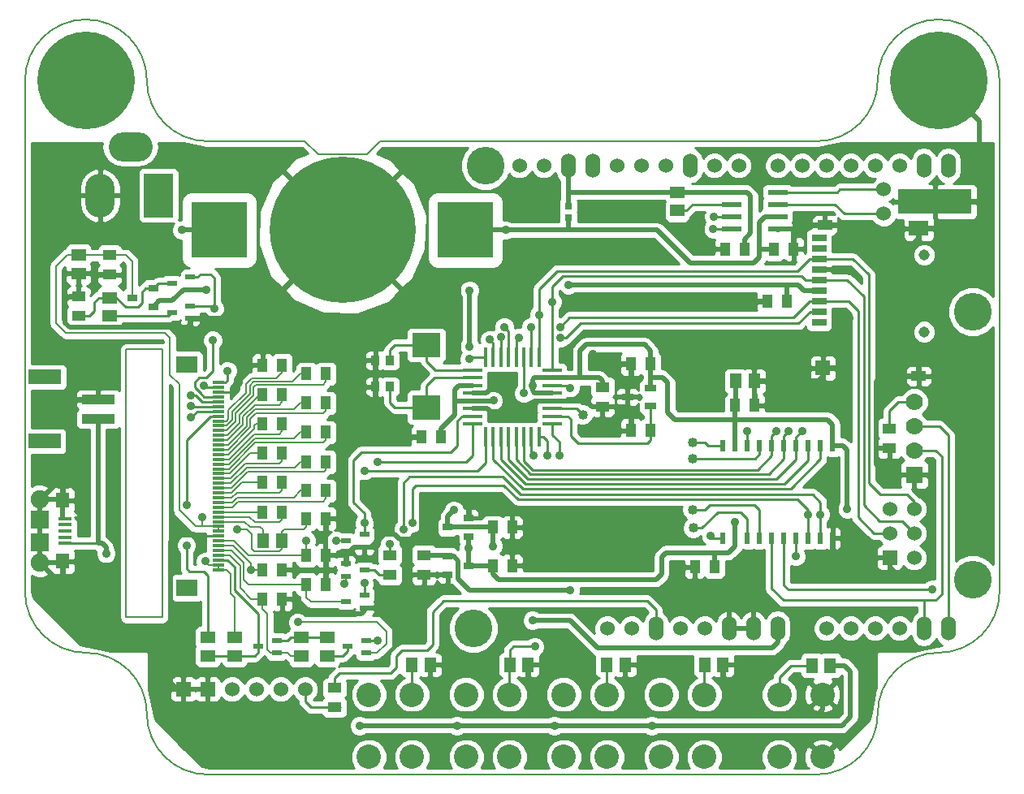
<source format=gbl>
G04 (created by PCBNEW (2013-03-15 BZR 4003)-stable) date 13-Apr-13 4:02:35 PM*
%MOIN*%
G04 Gerber Fmt 3.4, Leading zero omitted, Abs format*
%FSLAX34Y34*%
G01*
G70*
G90*
G04 APERTURE LIST*
%ADD10C,0.006*%
%ADD11C,0.005*%
%ADD12R,0.0394X0.0236*%
%ADD13R,0.0394X0.0315*%
%ADD14R,0.042X0.056*%
%ADD15R,0.056X0.042*%
%ADD16R,0.059X0.0512*%
%ADD17R,0.0512X0.059*%
%ADD18R,0.0472X0.0315*%
%ADD19C,0.04*%
%ADD20R,0.06X0.06*%
%ADD21C,0.06*%
%ADD22R,0.0787X0.0177*%
%ADD23R,0.0177X0.0787*%
%ADD24C,0.4*%
%ADD25C,0.07*%
%ADD26R,0.07X0.07*%
%ADD27O,0.06X0.1*%
%ADD28C,0.155*%
%ADD29C,0.1*%
%ADD30R,0.054X0.016*%
%ADD31R,0.056X0.063*%
%ADD32R,0.075X0.075*%
%ADD33C,0.075*%
%ADD34R,0.03X0.03*%
%ADD35R,0.08X0.024*%
%ADD36R,0.06X0.03*%
%ADD37R,0.06X0.04*%
%ADD38R,0.08X0.06*%
%ADD39C,0.045*%
%ADD40R,0.0354X0.0394*%
%ADD41R,0.11811X0.0984252*%
%ADD42O,0.12X0.18*%
%ADD43R,0.12X0.18*%
%ADD44O,0.18X0.12*%
%ADD45R,0.0866142X0.0708661*%
%ADD46R,0.0511811X0.011811*%
%ADD47R,0.3X0.1*%
%ADD48R,0.02X0.05*%
%ADD49R,0.225X0.225*%
%ADD50C,0.6*%
%ADD51R,0.1337X0.059*%
%ADD52R,0.1377X0.0392*%
%ADD53C,0.035*%
%ADD54C,0.01*%
%ADD55C,0.02*%
%ADD56C,0.008*%
G04 APERTURE END LIST*
G54D10*
G54D11*
X21475Y-19000D02*
X17500Y-19000D01*
X24575Y-19000D02*
X42500Y-19000D01*
X24025Y-19550D02*
X24575Y-19000D01*
X23025Y-19550D02*
X24025Y-19550D01*
X22025Y-19550D02*
X21475Y-19000D01*
X23025Y-19550D02*
X22025Y-19550D01*
X47500Y-40000D02*
G75*
G03X50000Y-37500I0J2500D01*
G74*
G01*
X42500Y-45000D02*
G75*
G03X45000Y-42500I0J2500D01*
G74*
G01*
X47500Y-40000D02*
G75*
G03X45000Y-42500I0J-2500D01*
G74*
G01*
X15000Y-42500D02*
G75*
G03X17500Y-45000I2500J0D01*
G74*
G01*
X10000Y-37500D02*
G75*
G03X12500Y-40000I2500J0D01*
G74*
G01*
X15000Y-42500D02*
G75*
G03X12500Y-40000I-2500J0D01*
G74*
G01*
X42500Y-19000D02*
G75*
G03X45000Y-16500I0J2500D01*
G74*
G01*
X50000Y-16500D02*
G75*
G03X47500Y-14000I-2500J0D01*
G74*
G01*
X47500Y-14000D02*
G75*
G03X45000Y-16500I0J-2500D01*
G74*
G01*
X15000Y-16500D02*
G75*
G03X17500Y-19000I2500J0D01*
G74*
G01*
X15000Y-16500D02*
G75*
G03X12500Y-14000I-2500J0D01*
G74*
G01*
X12500Y-14000D02*
G75*
G03X10000Y-16500I0J-2500D01*
G74*
G01*
X14150Y-38550D02*
X15650Y-38550D01*
X14150Y-27550D02*
X14150Y-38550D01*
X15650Y-27550D02*
X14150Y-27550D01*
X15650Y-38550D02*
X15650Y-27550D01*
X42500Y-45000D02*
X17500Y-45000D01*
X10000Y-37500D02*
X10000Y-16500D01*
X50000Y-16500D02*
X50000Y-37500D01*
G54D12*
X23924Y-38156D03*
X23924Y-37644D03*
X23176Y-37900D03*
X16774Y-26281D03*
X16774Y-25769D03*
X16026Y-26025D03*
X23924Y-35656D03*
X23924Y-35144D03*
X23176Y-35400D03*
X20324Y-40006D03*
X20324Y-39494D03*
X19576Y-39750D03*
X23176Y-36344D03*
X23176Y-36856D03*
X23924Y-36600D03*
X23999Y-40006D03*
X23999Y-39494D03*
X23251Y-39750D03*
X16774Y-25096D03*
X16774Y-24584D03*
X16026Y-24840D03*
G54D13*
X14392Y-25425D03*
X15258Y-25800D03*
X15258Y-25050D03*
G54D14*
X41275Y-25575D03*
X40475Y-25575D03*
X29200Y-34850D03*
X30000Y-34850D03*
X19750Y-34225D03*
X20550Y-34225D03*
X21550Y-30950D03*
X22350Y-30950D03*
X19750Y-33000D03*
X20550Y-33000D03*
X21550Y-32175D03*
X22350Y-32175D03*
X19750Y-28200D03*
X20550Y-28200D03*
X21550Y-29750D03*
X22350Y-29750D03*
X19750Y-30600D03*
X20550Y-30600D03*
X21550Y-28550D03*
X22350Y-28550D03*
X21550Y-33350D03*
X22350Y-33350D03*
X21550Y-37200D03*
X22350Y-37200D03*
X19750Y-31800D03*
X20550Y-31800D03*
X21550Y-36000D03*
X22350Y-36000D03*
X34875Y-28150D03*
X35675Y-28150D03*
X22350Y-34500D03*
X21550Y-34500D03*
X19750Y-36600D03*
X20550Y-36600D03*
X19750Y-37800D03*
X20550Y-37800D03*
X19750Y-29400D03*
X20550Y-29400D03*
G54D15*
X26375Y-36000D03*
X26375Y-36800D03*
G54D16*
X13475Y-26175D03*
X13475Y-25425D03*
X22400Y-39375D03*
X22400Y-40125D03*
X18600Y-40125D03*
X18600Y-39375D03*
G54D17*
X19775Y-35400D03*
X20525Y-35400D03*
G54D16*
X17500Y-39375D03*
X17500Y-40125D03*
X21350Y-39375D03*
X21350Y-40125D03*
G54D17*
X39925Y-28850D03*
X39175Y-28850D03*
G54D16*
X12200Y-23675D03*
X12200Y-24425D03*
G54D15*
X24975Y-36800D03*
X24975Y-36000D03*
G54D14*
X39150Y-29850D03*
X39950Y-29850D03*
X38300Y-36475D03*
X37500Y-36475D03*
G54D15*
X13475Y-24475D03*
X13475Y-23675D03*
G54D14*
X35675Y-30875D03*
X34875Y-30875D03*
X27075Y-31150D03*
X26275Y-31150D03*
G54D15*
X12200Y-25375D03*
X12200Y-26175D03*
X33700Y-29900D03*
X33700Y-29100D03*
G54D18*
X35675Y-29125D03*
X34725Y-29500D03*
X35675Y-29875D03*
G54D17*
X34625Y-40500D03*
X33875Y-40500D03*
X30650Y-40500D03*
X29900Y-40500D03*
X26625Y-40500D03*
X25875Y-40500D03*
X42300Y-40525D03*
X43050Y-40525D03*
G54D19*
X37400Y-32025D03*
X32900Y-30225D03*
G54D20*
X16500Y-41500D03*
X17500Y-41500D03*
G54D21*
X18500Y-41500D03*
X19500Y-41500D03*
X20500Y-41500D03*
X21500Y-41500D03*
G54D15*
X22700Y-41450D03*
X22700Y-42250D03*
G54D22*
X28366Y-28398D03*
X28366Y-28713D03*
X28366Y-29028D03*
X28366Y-29343D03*
X28366Y-29657D03*
X28366Y-29972D03*
X28366Y-30287D03*
X28366Y-30602D03*
X31634Y-30602D03*
X31634Y-28398D03*
X31634Y-28713D03*
X31634Y-29028D03*
X31634Y-29343D03*
X31634Y-29657D03*
X31634Y-29972D03*
X31634Y-30287D03*
G54D23*
X28898Y-31134D03*
X29213Y-31134D03*
X29528Y-31134D03*
X29843Y-31134D03*
X30157Y-31134D03*
X30472Y-31134D03*
X30787Y-31134D03*
X31102Y-31134D03*
X28898Y-27866D03*
X29213Y-27866D03*
X29528Y-27866D03*
X29843Y-27866D03*
X30157Y-27866D03*
X30472Y-27866D03*
X30787Y-27866D03*
X31102Y-27866D03*
G54D24*
X12500Y-16500D03*
G54D25*
X46500Y-29700D03*
X46500Y-30700D03*
X46500Y-31700D03*
G54D26*
X46500Y-32700D03*
G54D19*
X37400Y-31375D03*
X37425Y-34875D03*
X37400Y-34125D03*
G54D24*
X47500Y-16500D03*
G54D27*
X47900Y-39000D03*
X46900Y-39000D03*
G54D21*
X45900Y-39000D03*
X42900Y-39000D03*
X43900Y-39000D03*
X44900Y-39000D03*
G54D27*
X40900Y-39000D03*
X39900Y-39000D03*
X38900Y-39000D03*
G54D21*
X36900Y-39000D03*
G54D27*
X35900Y-39000D03*
X47900Y-20000D03*
X46900Y-20000D03*
G54D21*
X45900Y-20000D03*
X44900Y-20000D03*
X43900Y-20000D03*
X42900Y-20000D03*
X41900Y-20000D03*
X40900Y-20000D03*
X39300Y-20000D03*
X38300Y-20000D03*
G54D27*
X37300Y-20000D03*
G54D21*
X36300Y-20000D03*
X35300Y-20000D03*
X34300Y-20000D03*
G54D27*
X33300Y-20000D03*
X32300Y-20000D03*
G54D21*
X37900Y-39000D03*
G54D28*
X48900Y-37000D03*
X48900Y-26000D03*
X28900Y-20000D03*
X28400Y-39000D03*
G54D21*
X34900Y-39000D03*
X31300Y-20000D03*
X30300Y-20000D03*
X33900Y-39000D03*
G54D13*
X28208Y-36425D03*
X27342Y-36050D03*
X27342Y-36800D03*
G54D16*
X36775Y-21850D03*
X36775Y-21100D03*
G54D14*
X40750Y-23425D03*
X41550Y-23425D03*
G54D29*
X42735Y-44279D03*
X40964Y-41720D03*
X40964Y-44279D03*
X42735Y-41720D03*
X25885Y-44279D03*
X24114Y-41720D03*
X24114Y-44279D03*
X25885Y-41720D03*
X29885Y-44279D03*
X28114Y-41720D03*
X28114Y-44279D03*
X29885Y-41720D03*
X33885Y-44279D03*
X32114Y-41720D03*
X32114Y-44279D03*
X33885Y-41720D03*
G54D20*
X45500Y-36100D03*
G54D21*
X46500Y-36100D03*
X45500Y-35100D03*
X46500Y-35100D03*
X45500Y-34100D03*
X46500Y-34100D03*
G54D29*
X37885Y-44279D03*
X36114Y-41720D03*
X36114Y-44279D03*
X37885Y-41720D03*
G54D17*
X38650Y-40500D03*
X37900Y-40500D03*
G54D14*
X39525Y-23425D03*
X38725Y-23425D03*
G54D15*
X45475Y-30800D03*
X45475Y-31600D03*
G54D30*
X11650Y-35000D03*
X11650Y-34744D03*
X11650Y-34488D03*
X11650Y-35256D03*
X11650Y-35512D03*
G54D31*
X11550Y-36250D03*
X11550Y-33750D03*
G54D32*
X10600Y-35475D03*
X10600Y-34525D03*
G54D33*
X10600Y-36300D03*
X10600Y-33700D03*
G54D13*
X27342Y-34850D03*
X28208Y-35225D03*
X28208Y-34475D03*
G54D14*
X29200Y-36425D03*
X30000Y-36425D03*
G54D34*
X32300Y-21675D03*
X32300Y-22150D03*
G54D35*
X39000Y-21100D03*
X40900Y-21100D03*
X39000Y-21600D03*
X39000Y-22100D03*
X39000Y-22600D03*
X40900Y-21600D03*
X40900Y-22100D03*
X40900Y-22600D03*
G54D36*
X42600Y-24700D03*
X42600Y-24267D03*
X42600Y-23834D03*
X42600Y-23401D03*
X42600Y-22968D03*
X42600Y-25133D03*
X42600Y-25566D03*
X42600Y-25999D03*
X42600Y-26432D03*
G54D37*
X42836Y-22438D03*
G54D38*
X46684Y-22574D03*
G54D37*
X46684Y-28637D03*
G54D20*
X42754Y-28315D03*
G54D39*
X46900Y-23675D03*
X46900Y-26825D03*
G54D40*
X24379Y-29075D03*
X24971Y-29075D03*
X24379Y-28000D03*
X24971Y-28000D03*
G54D41*
X26475Y-27375D03*
X26475Y-29925D03*
G54D42*
X13075Y-21225D03*
G54D43*
X15475Y-21225D03*
G54D44*
X14325Y-19225D03*
G54D45*
X16643Y-28163D03*
X16643Y-37336D03*
G54D46*
X17925Y-28911D03*
X17925Y-29108D03*
X17925Y-29305D03*
X17925Y-29501D03*
X17925Y-29698D03*
X17925Y-29895D03*
X17925Y-30092D03*
X17925Y-30289D03*
X17925Y-30486D03*
X17925Y-30683D03*
X17925Y-30879D03*
X17925Y-31076D03*
X17925Y-31273D03*
X17925Y-31470D03*
X17925Y-31667D03*
X17925Y-31864D03*
X17925Y-32061D03*
X17925Y-32257D03*
X17925Y-32454D03*
X17925Y-32651D03*
X17925Y-32848D03*
X17925Y-33045D03*
X17925Y-33242D03*
X17925Y-33438D03*
X17925Y-33635D03*
X17925Y-33832D03*
X17925Y-34029D03*
X17925Y-34226D03*
X17925Y-34423D03*
X17925Y-34620D03*
X17925Y-34816D03*
X17925Y-35013D03*
X17925Y-35210D03*
X17925Y-35407D03*
X17925Y-35604D03*
X17925Y-35801D03*
X17925Y-35998D03*
X17925Y-36194D03*
X17925Y-36391D03*
X17925Y-36588D03*
G54D21*
X45250Y-20975D03*
X45250Y-21975D03*
G54D47*
X47350Y-21475D03*
G54D48*
X43150Y-35300D03*
X42650Y-35300D03*
X42150Y-35300D03*
X41650Y-35300D03*
X41150Y-35300D03*
X40650Y-35300D03*
X40150Y-35300D03*
X39650Y-35300D03*
X39150Y-35300D03*
X38650Y-35300D03*
X38650Y-31500D03*
X39150Y-31500D03*
X39650Y-31500D03*
X40150Y-31500D03*
X40650Y-31500D03*
X41150Y-31500D03*
X41650Y-31500D03*
X42150Y-31500D03*
X42650Y-31500D03*
X43150Y-31500D03*
G54D49*
X28075Y-22650D03*
X17975Y-22650D03*
G54D50*
X23025Y-22650D03*
G54D51*
X10819Y-31318D03*
G54D52*
X13004Y-30393D03*
X13004Y-29607D03*
G54D51*
X10819Y-28682D03*
G54D53*
X29675Y-26625D03*
X18300Y-28425D03*
X29075Y-27150D03*
X16800Y-30350D03*
X32375Y-37450D03*
X32300Y-24900D03*
X35725Y-43000D03*
X31725Y-43000D03*
X23725Y-43000D03*
X27725Y-43000D03*
X17425Y-25100D03*
X29225Y-29650D03*
X30825Y-29025D03*
X43750Y-34100D03*
X39650Y-30900D03*
X16425Y-22650D03*
X29725Y-22650D03*
X24475Y-32175D03*
X24475Y-39500D03*
X17350Y-29025D03*
X29525Y-27050D03*
X23925Y-34675D03*
X23925Y-37150D03*
X31925Y-31900D03*
X31975Y-27075D03*
X30275Y-27075D03*
X32375Y-29125D03*
X23925Y-32525D03*
X17775Y-25875D03*
X24975Y-35525D03*
X28225Y-27950D03*
X41650Y-36050D03*
X41900Y-30900D03*
X25525Y-34925D03*
X42650Y-34325D03*
X47225Y-37400D03*
X38275Y-22100D03*
X41350Y-30900D03*
X38250Y-22600D03*
X40850Y-30900D03*
X30925Y-39750D03*
X31425Y-31900D03*
X31640Y-25600D03*
X17700Y-27175D03*
X31100Y-26120D03*
X16800Y-29875D03*
X30780Y-26620D03*
X31975Y-26625D03*
X16800Y-29425D03*
X38150Y-35200D03*
X30475Y-29350D03*
X42150Y-34325D03*
X25900Y-34675D03*
X30875Y-31900D03*
X39150Y-34650D03*
X28200Y-35700D03*
X13325Y-35925D03*
X17275Y-34425D03*
X21200Y-38750D03*
X18700Y-34950D03*
X17400Y-36250D03*
X22775Y-35400D03*
X21550Y-35400D03*
X19275Y-36600D03*
X23100Y-37175D03*
X27600Y-34150D03*
X28250Y-27425D03*
X28250Y-25125D03*
X30825Y-38675D03*
X29200Y-35625D03*
X33300Y-25575D03*
X13000Y-28950D03*
X33300Y-22000D03*
X43850Y-24325D03*
X16775Y-26650D03*
X39925Y-27975D03*
X43850Y-26275D03*
X46350Y-26300D03*
X33300Y-27750D03*
X16625Y-35600D03*
X16625Y-33925D03*
G54D54*
X17925Y-28911D02*
X18213Y-28911D01*
X29843Y-26793D02*
X29843Y-27866D01*
X29675Y-26625D02*
X29843Y-26793D01*
X18300Y-28825D02*
X18300Y-28425D01*
X18213Y-28911D02*
X18300Y-28825D01*
X17925Y-30092D02*
X17057Y-30092D01*
X29213Y-27288D02*
X29213Y-27866D01*
X29075Y-27150D02*
X29213Y-27288D01*
X17057Y-30092D02*
X16800Y-30350D01*
G54D55*
X35675Y-28700D02*
X36175Y-28700D01*
X36675Y-30425D02*
X39150Y-30425D01*
X36375Y-30125D02*
X36675Y-30425D01*
X36375Y-28900D02*
X36375Y-30125D01*
X36175Y-28700D02*
X36375Y-28900D01*
X27650Y-29657D02*
X27650Y-30225D01*
X27075Y-30800D02*
X27075Y-31150D01*
X27650Y-30225D02*
X27075Y-30800D01*
X27342Y-36050D02*
X27600Y-36050D01*
X28250Y-37450D02*
X32375Y-37450D01*
X27775Y-36975D02*
X28250Y-37450D01*
X27775Y-36225D02*
X27775Y-36975D01*
X27600Y-36050D02*
X27775Y-36225D01*
X32300Y-21100D02*
X36775Y-21100D01*
X32300Y-21675D02*
X32300Y-21100D01*
X32300Y-21100D02*
X32300Y-20000D01*
X41275Y-25575D02*
X41275Y-24900D01*
X42600Y-25133D02*
X41958Y-25133D01*
X41725Y-24900D02*
X41275Y-24900D01*
X41275Y-24900D02*
X32300Y-24900D01*
X41958Y-25133D02*
X41725Y-24900D01*
X43750Y-34100D02*
X43750Y-31675D01*
X43750Y-31675D02*
X43575Y-31500D01*
X39000Y-21100D02*
X39625Y-21100D01*
X39625Y-21100D02*
X39775Y-21250D01*
X39775Y-21250D02*
X39775Y-22775D01*
X39775Y-22775D02*
X39525Y-23025D01*
X39525Y-23025D02*
X39525Y-23425D01*
X35725Y-43000D02*
X43525Y-43000D01*
X43625Y-40525D02*
X43050Y-40525D01*
X43875Y-40775D02*
X43625Y-40525D01*
X43875Y-42650D02*
X43875Y-40775D01*
X43525Y-43000D02*
X43875Y-42650D01*
X31725Y-43000D02*
X35725Y-43000D01*
X27725Y-43000D02*
X31725Y-43000D01*
X23725Y-43000D02*
X27725Y-43000D01*
X43575Y-31500D02*
X43150Y-31500D01*
X39000Y-21100D02*
X36775Y-21100D01*
X32775Y-28713D02*
X33563Y-28713D01*
X33700Y-28850D02*
X33700Y-29100D01*
X33563Y-28713D02*
X33700Y-28850D01*
X16778Y-25100D02*
X16774Y-25096D01*
X17425Y-25100D02*
X16778Y-25100D01*
X16774Y-25096D02*
X16504Y-25096D01*
X16504Y-25096D02*
X16050Y-25550D01*
X16050Y-25550D02*
X15508Y-25550D01*
X15508Y-25550D02*
X15258Y-25800D01*
X35675Y-28150D02*
X35675Y-27600D01*
X32775Y-27600D02*
X32775Y-28713D01*
X33025Y-27350D02*
X32775Y-27600D01*
X35425Y-27350D02*
X33025Y-27350D01*
X35675Y-27600D02*
X35425Y-27350D01*
X43150Y-31500D02*
X43150Y-30625D01*
X42950Y-30425D02*
X39150Y-30425D01*
X43150Y-30625D02*
X42950Y-30425D01*
X39150Y-31500D02*
X39150Y-30425D01*
X39150Y-30425D02*
X39150Y-29850D01*
X31634Y-29343D02*
X30918Y-29343D01*
X30825Y-29250D02*
X30825Y-29025D01*
X30918Y-29343D02*
X30825Y-29250D01*
X31634Y-28713D02*
X30912Y-28713D01*
X30825Y-28800D02*
X30825Y-29025D01*
X30912Y-28713D02*
X30825Y-28800D01*
X28366Y-29657D02*
X29218Y-29657D01*
X29218Y-29657D02*
X29225Y-29650D01*
X35675Y-28150D02*
X35675Y-28700D01*
X35675Y-28700D02*
X35675Y-29125D01*
X31634Y-28713D02*
X32775Y-28713D01*
X39175Y-28850D02*
X39175Y-29350D01*
X39175Y-29350D02*
X39175Y-29825D01*
X39175Y-29825D02*
X39150Y-29850D01*
X26375Y-36000D02*
X27292Y-36000D01*
X27292Y-36000D02*
X27342Y-36050D01*
X28366Y-29657D02*
X27650Y-29657D01*
X28366Y-29028D02*
X27822Y-29028D01*
X27650Y-29200D02*
X27650Y-29657D01*
X27822Y-29028D02*
X27650Y-29200D01*
G54D54*
X39650Y-35300D02*
X39650Y-34500D01*
X37775Y-34875D02*
X37425Y-34875D01*
X38425Y-34225D02*
X37775Y-34875D01*
X39375Y-34225D02*
X38425Y-34225D01*
X39650Y-34500D02*
X39375Y-34225D01*
X39650Y-30900D02*
X39650Y-31500D01*
X31634Y-29972D02*
X32647Y-29972D01*
X32647Y-29972D02*
X32900Y-30225D01*
G54D55*
X17975Y-22650D02*
X16425Y-22650D01*
X32300Y-22150D02*
X32300Y-22650D01*
X40125Y-23425D02*
X40125Y-23775D01*
X37300Y-24000D02*
X35950Y-22650D01*
X39900Y-24000D02*
X37300Y-24000D01*
X40125Y-23775D02*
X39900Y-24000D01*
X32300Y-22650D02*
X35950Y-22650D01*
X40900Y-22100D02*
X40375Y-22100D01*
X40375Y-22100D02*
X40125Y-22350D01*
X40125Y-22350D02*
X40125Y-23425D01*
X29725Y-22650D02*
X32300Y-22650D01*
X40125Y-23425D02*
X40750Y-23425D01*
X29725Y-22650D02*
X28075Y-22650D01*
G54D54*
X19576Y-39750D02*
X19576Y-38401D01*
X19576Y-38401D02*
X19575Y-38400D01*
X19576Y-39750D02*
X19576Y-39974D01*
X19576Y-39974D02*
X19425Y-40125D01*
X17925Y-36194D02*
X18319Y-36194D01*
X18319Y-36194D02*
X18600Y-36475D01*
X18600Y-36475D02*
X18600Y-37425D01*
X18600Y-37425D02*
X19575Y-38400D01*
X18600Y-40125D02*
X19425Y-40125D01*
X18600Y-40125D02*
X17500Y-40125D01*
X28366Y-30602D02*
X28366Y-31909D01*
X28100Y-32175D02*
X24475Y-32175D01*
X28366Y-31909D02*
X28100Y-32175D01*
X24469Y-39494D02*
X23999Y-39494D01*
X24475Y-39500D02*
X24469Y-39494D01*
X17925Y-29108D02*
X17433Y-29108D01*
X17433Y-29108D02*
X17350Y-29025D01*
X29528Y-27053D02*
X29528Y-27866D01*
X29525Y-27050D02*
X29528Y-27053D01*
G54D56*
X17925Y-34226D02*
X19748Y-34226D01*
X19748Y-34226D02*
X19750Y-34225D01*
X17925Y-34423D02*
X19223Y-34423D01*
X19223Y-34423D02*
X19450Y-34650D01*
X19450Y-34650D02*
X20450Y-34650D01*
X20550Y-34550D02*
X20550Y-34225D01*
X20450Y-34650D02*
X20550Y-34550D01*
X18700Y-33625D02*
X21025Y-33625D01*
X21025Y-33625D02*
X21300Y-33350D01*
X21300Y-33350D02*
X21550Y-33350D01*
X17925Y-33832D02*
X18492Y-33832D01*
X18492Y-33832D02*
X18700Y-33625D01*
X18750Y-33800D02*
X22225Y-33800D01*
X22350Y-33675D02*
X22350Y-33350D01*
X22225Y-33800D02*
X22350Y-33675D01*
X17925Y-34029D02*
X18520Y-34029D01*
X18520Y-34029D02*
X18750Y-33800D01*
X19750Y-33000D02*
X18900Y-33000D01*
X18461Y-33438D02*
X17925Y-33438D01*
X18900Y-33000D02*
X18461Y-33438D01*
X18700Y-33425D02*
X20450Y-33425D01*
X20550Y-33325D02*
X20550Y-33000D01*
X20450Y-33425D02*
X20550Y-33325D01*
X17925Y-33635D02*
X18489Y-33635D01*
X18489Y-33635D02*
X18700Y-33425D01*
X17925Y-33045D02*
X18454Y-33045D01*
X18454Y-33045D02*
X19100Y-32400D01*
X19100Y-32400D02*
X21075Y-32400D01*
X21550Y-32175D02*
X21300Y-32175D01*
X21075Y-32400D02*
X21300Y-32175D01*
X17925Y-33242D02*
X18457Y-33242D01*
X18457Y-33242D02*
X19125Y-32575D01*
X19125Y-32575D02*
X22275Y-32575D01*
X22350Y-32500D02*
X22350Y-32175D01*
X22275Y-32575D02*
X22350Y-32500D01*
X17925Y-32651D02*
X18398Y-32651D01*
X19250Y-31800D02*
X19750Y-31800D01*
X18398Y-32651D02*
X19250Y-31800D01*
X19050Y-32225D02*
X20450Y-32225D01*
X20550Y-32125D02*
X20550Y-31800D01*
X20450Y-32225D02*
X20550Y-32125D01*
X17925Y-32848D02*
X18426Y-32848D01*
X18426Y-32848D02*
X19050Y-32225D01*
X17925Y-32257D02*
X18367Y-32257D01*
X19425Y-31200D02*
X21050Y-31200D01*
X18367Y-32257D02*
X19425Y-31200D01*
X21050Y-31200D02*
X21300Y-30950D01*
X21300Y-30950D02*
X21550Y-30950D01*
X17925Y-32454D02*
X18370Y-32454D01*
X18370Y-32454D02*
X19450Y-31375D01*
X19450Y-31375D02*
X22250Y-31375D01*
X22350Y-31275D02*
X22350Y-30950D01*
X22250Y-31375D02*
X22350Y-31275D01*
X17925Y-31864D02*
X18335Y-31864D01*
X18335Y-31864D02*
X19400Y-30800D01*
X19475Y-30600D02*
X19750Y-30600D01*
X19400Y-30675D02*
X19475Y-30600D01*
X19400Y-30800D02*
X19400Y-30675D01*
X17925Y-32061D02*
X18363Y-32061D01*
X19400Y-31025D02*
X20425Y-31025D01*
X18363Y-32061D02*
X19400Y-31025D01*
X20425Y-31025D02*
X20550Y-30900D01*
X20550Y-30900D02*
X20550Y-30600D01*
X17925Y-31470D02*
X18325Y-31470D01*
X19100Y-30350D02*
X19445Y-30004D01*
X19100Y-30695D02*
X19100Y-30350D01*
X18325Y-31470D02*
X19100Y-30695D01*
X19445Y-30004D02*
X21045Y-30004D01*
X21045Y-30004D02*
X21300Y-29750D01*
X21300Y-29750D02*
X21550Y-29750D01*
X17925Y-31667D02*
X18332Y-31667D01*
X18332Y-31667D02*
X19250Y-30750D01*
X19250Y-30400D02*
X19475Y-30175D01*
X19250Y-30750D02*
X19250Y-30400D01*
X19475Y-30175D02*
X22250Y-30175D01*
X22350Y-30075D02*
X22350Y-29750D01*
X22250Y-30175D02*
X22350Y-30075D01*
X19425Y-29825D02*
X20425Y-29825D01*
X20550Y-29700D02*
X20550Y-29400D01*
X20425Y-29825D02*
X20550Y-29700D01*
X17925Y-31273D02*
X18300Y-31273D01*
X18950Y-30300D02*
X19425Y-29825D01*
X18950Y-30623D02*
X18950Y-30300D01*
X18300Y-31273D02*
X18950Y-30623D01*
X19750Y-29400D02*
X19625Y-29400D01*
X19625Y-29400D02*
X18800Y-30225D01*
X17925Y-31076D02*
X18300Y-31076D01*
X18800Y-30576D02*
X18800Y-30225D01*
X18300Y-31076D02*
X18800Y-30576D01*
X17925Y-30879D02*
X18275Y-30879D01*
X19375Y-29100D02*
X19475Y-29000D01*
X19375Y-29450D02*
X19375Y-29100D01*
X18650Y-30175D02*
X19375Y-29450D01*
X18650Y-30504D02*
X18650Y-30175D01*
X18275Y-30879D02*
X18650Y-30504D01*
X19475Y-29000D02*
X22225Y-29000D01*
X22350Y-28875D02*
X22350Y-28550D01*
X22225Y-29000D02*
X22350Y-28875D01*
X17925Y-30683D02*
X18266Y-30683D01*
X19225Y-29025D02*
X19375Y-28875D01*
X19225Y-29375D02*
X19225Y-29025D01*
X18500Y-30100D02*
X19225Y-29375D01*
X18500Y-30450D02*
X18500Y-30100D01*
X18266Y-30683D02*
X18500Y-30450D01*
X19375Y-28875D02*
X20975Y-28875D01*
X20975Y-28875D02*
X21300Y-28550D01*
X21300Y-28550D02*
X21550Y-28550D01*
G54D54*
X27750Y-30475D02*
X27750Y-31500D01*
X23800Y-31775D02*
X23475Y-32100D01*
X27475Y-31775D02*
X23800Y-31775D01*
X27750Y-31500D02*
X27475Y-31775D01*
X23475Y-32100D02*
X23475Y-33825D01*
X23475Y-33825D02*
X23925Y-34275D01*
X23925Y-34675D02*
X23925Y-34275D01*
X23924Y-37644D02*
X23924Y-37151D01*
X23924Y-34676D02*
X23924Y-35144D01*
X23925Y-34675D02*
X23924Y-34676D01*
X23924Y-37151D02*
X23925Y-37150D01*
X28366Y-30287D02*
X27938Y-30287D01*
X27938Y-30287D02*
X27750Y-30475D01*
X33885Y-41720D02*
X33885Y-40510D01*
X33885Y-40510D02*
X33875Y-40500D01*
X31634Y-30602D02*
X31634Y-31059D01*
X31634Y-31059D02*
X31925Y-31350D01*
X31925Y-31350D02*
X31925Y-31900D01*
X22925Y-42250D02*
X21750Y-42250D01*
X21500Y-42000D02*
X21500Y-41500D01*
X21750Y-42250D02*
X21500Y-42000D01*
X22925Y-42250D02*
X22700Y-42250D01*
X32800Y-26475D02*
X41750Y-26475D01*
X32800Y-26475D02*
X32200Y-27075D01*
X32200Y-27075D02*
X31975Y-27075D01*
X30275Y-27075D02*
X30157Y-27193D01*
X30157Y-27866D02*
X30157Y-27193D01*
X42226Y-25999D02*
X41750Y-26475D01*
X42226Y-25999D02*
X42600Y-25999D01*
X31634Y-29028D02*
X32278Y-29028D01*
X32278Y-29028D02*
X32375Y-29125D01*
X37885Y-41720D02*
X37885Y-40514D01*
X37885Y-40514D02*
X37900Y-40500D01*
X28898Y-31134D02*
X28898Y-32202D01*
X28575Y-32525D02*
X23925Y-32525D01*
X28898Y-32202D02*
X28575Y-32525D01*
X16774Y-25769D02*
X17669Y-25769D01*
X17669Y-25769D02*
X17775Y-25875D01*
X16774Y-24584D02*
X17076Y-24584D01*
X17620Y-24460D02*
X17775Y-24615D01*
X17200Y-24460D02*
X17620Y-24460D01*
X17076Y-24584D02*
X17200Y-24460D01*
X17775Y-25875D02*
X17775Y-24615D01*
X24975Y-35525D02*
X24975Y-36000D01*
X28898Y-27866D02*
X28309Y-27866D01*
X28309Y-27866D02*
X28225Y-27950D01*
X27175Y-37875D02*
X35525Y-37875D01*
X35900Y-38250D02*
X35900Y-39000D01*
X35525Y-37875D02*
X35900Y-38250D01*
X41650Y-36050D02*
X41650Y-35300D01*
X22900Y-40850D02*
X22700Y-41050D01*
X25000Y-40850D02*
X22900Y-40850D01*
X25250Y-40600D02*
X25000Y-40850D01*
X25250Y-40125D02*
X25250Y-40600D01*
X25475Y-39900D02*
X25250Y-40125D01*
X26500Y-39900D02*
X25475Y-39900D01*
X26725Y-39675D02*
X26500Y-39900D01*
X26725Y-38325D02*
X26725Y-39675D01*
X27175Y-37875D02*
X26725Y-38325D01*
X22700Y-41450D02*
X22700Y-41050D01*
X41650Y-31150D02*
X41900Y-30900D01*
X41650Y-31150D02*
X41650Y-31500D01*
X40964Y-41720D02*
X40964Y-41010D01*
X40964Y-41010D02*
X41450Y-40525D01*
X41450Y-40525D02*
X42300Y-40525D01*
X29843Y-31134D02*
X29843Y-32068D01*
X29843Y-32068D02*
X30650Y-32875D01*
X30650Y-32875D02*
X40850Y-32875D01*
X40850Y-32875D02*
X41650Y-32075D01*
X41650Y-32075D02*
X41650Y-31500D01*
X25525Y-34925D02*
X25525Y-33025D01*
X29600Y-32775D02*
X30325Y-33500D01*
X25775Y-32775D02*
X29600Y-32775D01*
X25525Y-33025D02*
X25775Y-32775D01*
X30325Y-33500D02*
X42325Y-33500D01*
X42325Y-33500D02*
X42650Y-33825D01*
X42650Y-33825D02*
X42650Y-35300D01*
X42650Y-35300D02*
X42650Y-34325D01*
X42150Y-31500D02*
X42150Y-32100D01*
X29528Y-32053D02*
X29528Y-31134D01*
X30550Y-33075D02*
X29528Y-32053D01*
X41175Y-33075D02*
X30550Y-33075D01*
X42150Y-32100D02*
X41175Y-33075D01*
X46500Y-30700D02*
X47525Y-30700D01*
X47525Y-30700D02*
X47900Y-31075D01*
X47225Y-37400D02*
X41325Y-37400D01*
X41325Y-37400D02*
X41150Y-37225D01*
X41150Y-37225D02*
X41150Y-35300D01*
X47900Y-39000D02*
X47900Y-31075D01*
X38275Y-22100D02*
X39000Y-22100D01*
X41150Y-31500D02*
X41150Y-31100D01*
X41150Y-31100D02*
X41350Y-30900D01*
X41150Y-31500D02*
X41150Y-32050D01*
X30157Y-32082D02*
X30157Y-31134D01*
X30750Y-32675D02*
X30157Y-32082D01*
X40525Y-32675D02*
X30750Y-32675D01*
X41150Y-32050D02*
X40525Y-32675D01*
X46500Y-31700D02*
X47375Y-31700D01*
X47375Y-31700D02*
X47625Y-31950D01*
X47625Y-31950D02*
X47625Y-37600D01*
X47375Y-37850D02*
X46900Y-37850D01*
X47625Y-37600D02*
X47375Y-37850D01*
X40650Y-35300D02*
X40650Y-37375D01*
X40650Y-37375D02*
X41125Y-37850D01*
X41125Y-37850D02*
X46900Y-37850D01*
X46900Y-39000D02*
X46900Y-37850D01*
X38250Y-22600D02*
X39000Y-22600D01*
X40650Y-31500D02*
X40650Y-31100D01*
X40650Y-31100D02*
X40850Y-30900D01*
X40650Y-31500D02*
X40650Y-31900D01*
X30472Y-32122D02*
X30472Y-31134D01*
X30837Y-32487D02*
X30472Y-32122D01*
X40062Y-32487D02*
X30837Y-32487D01*
X40650Y-31900D02*
X40062Y-32487D01*
X29900Y-40500D02*
X29900Y-39900D01*
X30050Y-39750D02*
X30925Y-39750D01*
X29900Y-39900D02*
X30050Y-39750D01*
X29885Y-41720D02*
X29885Y-40514D01*
X29885Y-40514D02*
X29900Y-40500D01*
X31102Y-31134D02*
X31259Y-31134D01*
X31425Y-31300D02*
X31425Y-31900D01*
X31259Y-31134D02*
X31425Y-31300D01*
X17525Y-29501D02*
X17351Y-29501D01*
X17351Y-29501D02*
X17200Y-29350D01*
X16962Y-29112D02*
X16962Y-28887D01*
X17700Y-28450D02*
X17700Y-27175D01*
X17450Y-28700D02*
X17700Y-28450D01*
X17150Y-28700D02*
X17450Y-28700D01*
X16962Y-28887D02*
X17150Y-28700D01*
X42600Y-24700D02*
X42050Y-24700D01*
X32075Y-24525D02*
X31640Y-24960D01*
X41875Y-24525D02*
X32075Y-24525D01*
X42050Y-24700D02*
X41875Y-24525D01*
X31640Y-24960D02*
X31640Y-25600D01*
X43750Y-24700D02*
X42600Y-24700D01*
X31634Y-28398D02*
X31634Y-25600D01*
X31634Y-25600D02*
X31640Y-25600D01*
X17925Y-29501D02*
X17525Y-29501D01*
X17200Y-29350D02*
X16962Y-29112D01*
X44425Y-25375D02*
X43750Y-24700D01*
X45075Y-34600D02*
X46000Y-34600D01*
X44425Y-33950D02*
X44425Y-25375D01*
X45075Y-34600D02*
X44425Y-33950D01*
X46000Y-34600D02*
X46500Y-35100D01*
X44625Y-33025D02*
X44625Y-24475D01*
X44625Y-24475D02*
X43984Y-23834D01*
X43984Y-23834D02*
X42600Y-23834D01*
X41700Y-24325D02*
X31850Y-24325D01*
X42600Y-23834D02*
X42191Y-23834D01*
X42191Y-23834D02*
X41700Y-24325D01*
X31102Y-25073D02*
X31102Y-26120D01*
X31850Y-24325D02*
X31102Y-25073D01*
X31100Y-26120D02*
X31102Y-26120D01*
X17925Y-29895D02*
X16820Y-29895D01*
X16820Y-29895D02*
X16800Y-29875D01*
X31102Y-27866D02*
X31102Y-26120D01*
X46500Y-34100D02*
X46500Y-33800D01*
X46200Y-33500D02*
X45100Y-33500D01*
X45100Y-33500D02*
X44625Y-33025D01*
X46500Y-33800D02*
X46200Y-33500D01*
X42600Y-25566D02*
X42209Y-25566D01*
X41525Y-26250D02*
X32350Y-26250D01*
X42209Y-25566D02*
X41525Y-26250D01*
X30787Y-27866D02*
X30787Y-26627D01*
X30787Y-26627D02*
X30780Y-26620D01*
X32350Y-26250D02*
X31975Y-26625D01*
X44850Y-35100D02*
X45500Y-35100D01*
X44200Y-34450D02*
X44850Y-35100D01*
X44200Y-25975D02*
X44200Y-34450D01*
X44200Y-25975D02*
X43791Y-25566D01*
X43791Y-25566D02*
X42600Y-25566D01*
X17925Y-29698D02*
X17273Y-29698D01*
X17000Y-29425D02*
X17273Y-29698D01*
X16800Y-29425D02*
X17000Y-29425D01*
X38650Y-35300D02*
X38250Y-35300D01*
X38250Y-35300D02*
X38150Y-35200D01*
X37400Y-31375D02*
X37900Y-31375D01*
X37900Y-31375D02*
X38025Y-31500D01*
X30472Y-29347D02*
X30472Y-27866D01*
X30475Y-29350D02*
X30472Y-29347D01*
X38025Y-31500D02*
X38650Y-31500D01*
X39000Y-21600D02*
X37400Y-21600D01*
X37150Y-21850D02*
X36775Y-21850D01*
X37400Y-21600D02*
X37150Y-21850D01*
X35550Y-31400D02*
X32700Y-31400D01*
X32400Y-31100D02*
X32400Y-30400D01*
X32700Y-31400D02*
X32400Y-31100D01*
X35675Y-30875D02*
X35675Y-31275D01*
X32287Y-30287D02*
X31634Y-30287D01*
X32400Y-30400D02*
X32287Y-30287D01*
X35675Y-31275D02*
X35550Y-31400D01*
X35675Y-30875D02*
X35675Y-29875D01*
X25900Y-34675D02*
X25900Y-33275D01*
X29650Y-33125D02*
X30225Y-33700D01*
X26050Y-33125D02*
X29650Y-33125D01*
X25900Y-33275D02*
X26050Y-33125D01*
X42150Y-34150D02*
X41700Y-33700D01*
X42150Y-34325D02*
X42150Y-34150D01*
X41700Y-33700D02*
X30225Y-33700D01*
X42150Y-35300D02*
X42150Y-34325D01*
X29213Y-31134D02*
X29213Y-32063D01*
X42650Y-32050D02*
X42650Y-31500D01*
X41425Y-33275D02*
X42650Y-32050D01*
X30425Y-33275D02*
X41425Y-33275D01*
X29213Y-32063D02*
X30425Y-33275D01*
X25885Y-41720D02*
X25885Y-40510D01*
X25885Y-40510D02*
X25875Y-40500D01*
X30787Y-31134D02*
X30787Y-31812D01*
X30787Y-31812D02*
X30875Y-31900D01*
G54D55*
X29200Y-36425D02*
X29200Y-36775D01*
X29200Y-36775D02*
X29425Y-37000D01*
X39150Y-35300D02*
X39150Y-34650D01*
X38300Y-36475D02*
X38300Y-35900D01*
X38875Y-35900D02*
X38300Y-35900D01*
X38875Y-35900D02*
X39150Y-35625D01*
X39150Y-35625D02*
X39150Y-35300D01*
X38300Y-35900D02*
X36300Y-35900D01*
X36125Y-36775D02*
X35900Y-37000D01*
X36125Y-36075D02*
X36125Y-36775D01*
X36300Y-35900D02*
X36125Y-36075D01*
X29425Y-37000D02*
X35900Y-37000D01*
G54D54*
X46500Y-29700D02*
X45850Y-29700D01*
X45475Y-30075D02*
X45475Y-30800D01*
X45850Y-29700D02*
X45475Y-30075D01*
G54D55*
X28208Y-36425D02*
X29200Y-36425D01*
X13004Y-30393D02*
X13004Y-35512D01*
X13004Y-35512D02*
X13000Y-35508D01*
X13000Y-35508D02*
X13000Y-35512D01*
G54D54*
X11650Y-35512D02*
X13000Y-35512D01*
G54D55*
X13000Y-35512D02*
X13162Y-35512D01*
X13162Y-35512D02*
X13325Y-35675D01*
X13325Y-35675D02*
X13325Y-35925D01*
X28208Y-35225D02*
X28208Y-35692D01*
X28208Y-35692D02*
X28200Y-35700D01*
X28200Y-35700D02*
X28200Y-36417D01*
X28200Y-36417D02*
X28208Y-36425D01*
G54D56*
X16325Y-31425D02*
X16325Y-28975D01*
X15950Y-28000D02*
X15950Y-28600D01*
X11260Y-26460D02*
X11260Y-24140D01*
X11675Y-26875D02*
X11260Y-26460D01*
X15950Y-27075D02*
X15950Y-28000D01*
X15950Y-27075D02*
X15750Y-26875D01*
X11260Y-24140D02*
X11725Y-23675D01*
X12200Y-23675D02*
X11725Y-23675D01*
X15750Y-26875D02*
X11675Y-26875D01*
X15950Y-28600D02*
X16325Y-28975D01*
X16325Y-31425D02*
X16325Y-34150D01*
X23999Y-40006D02*
X24444Y-40006D01*
X24425Y-38750D02*
X21200Y-38750D01*
X24825Y-39150D02*
X24425Y-38750D01*
X24825Y-39625D02*
X24825Y-39150D01*
X24444Y-40006D02*
X24825Y-39625D01*
X17275Y-34425D02*
X17275Y-34816D01*
X14392Y-25425D02*
X14392Y-23942D01*
X14125Y-23675D02*
X13475Y-23675D01*
X14392Y-23942D02*
X14125Y-23675D01*
X16991Y-34816D02*
X16325Y-34150D01*
X16991Y-34816D02*
X17275Y-34816D01*
X17275Y-34816D02*
X17925Y-34816D01*
X12200Y-23675D02*
X13475Y-23675D01*
X17925Y-34816D02*
X17925Y-35013D01*
X19300Y-28750D02*
X20300Y-28750D01*
X20550Y-28500D02*
X20550Y-28200D01*
X20300Y-28750D02*
X20550Y-28500D01*
X17925Y-30486D02*
X18263Y-30486D01*
X19075Y-28975D02*
X19300Y-28750D01*
X19075Y-29325D02*
X19075Y-28975D01*
X18350Y-30050D02*
X19075Y-29325D01*
X18350Y-30400D02*
X18350Y-30050D01*
X18263Y-30486D02*
X18350Y-30400D01*
X18429Y-37350D02*
X18429Y-37554D01*
X18600Y-37725D02*
X18600Y-39375D01*
X18429Y-37554D02*
X18600Y-37725D01*
X17925Y-36588D02*
X18263Y-36588D01*
X18429Y-36754D02*
X18429Y-37350D01*
X18263Y-36588D02*
X18429Y-36754D01*
X19300Y-35150D02*
X19300Y-35750D01*
X19300Y-35750D02*
X19400Y-35850D01*
X18700Y-34950D02*
X19100Y-34950D01*
X19100Y-34950D02*
X19300Y-35150D01*
X20525Y-35400D02*
X20525Y-35050D01*
X20525Y-35050D02*
X20650Y-34925D01*
X20525Y-35400D02*
X20525Y-35750D01*
X20425Y-35850D02*
X19400Y-35850D01*
X20525Y-35750D02*
X20425Y-35850D01*
X20650Y-34925D02*
X21450Y-34925D01*
X21550Y-34825D02*
X21550Y-34500D01*
X21450Y-34925D02*
X21550Y-34825D01*
X17925Y-36391D02*
X17541Y-36391D01*
X17541Y-36391D02*
X17400Y-36250D01*
X17925Y-36391D02*
X17925Y-36588D01*
X17925Y-34620D02*
X19020Y-34620D01*
X19775Y-34950D02*
X19775Y-35400D01*
X19650Y-34825D02*
X19775Y-34950D01*
X19225Y-34825D02*
X19650Y-34825D01*
X19020Y-34620D02*
X19225Y-34825D01*
X17925Y-35801D02*
X18476Y-35801D01*
X18975Y-37000D02*
X19175Y-37200D01*
X18975Y-36300D02*
X18975Y-37000D01*
X18476Y-35801D02*
X18975Y-36300D01*
X21550Y-37200D02*
X21550Y-37725D01*
X21550Y-37725D02*
X21725Y-37900D01*
X23176Y-37900D02*
X21725Y-37900D01*
X21550Y-37200D02*
X19175Y-37200D01*
X20324Y-40006D02*
X20781Y-40006D01*
X20900Y-40125D02*
X21350Y-40125D01*
X20781Y-40006D02*
X20900Y-40125D01*
X20324Y-40006D02*
X20081Y-40006D01*
X19950Y-39875D02*
X19950Y-38400D01*
X20081Y-40006D02*
X19950Y-39875D01*
X17925Y-35998D02*
X18398Y-35998D01*
X18825Y-37350D02*
X19275Y-37800D01*
X18825Y-36425D02*
X18825Y-37350D01*
X18398Y-35998D02*
X18825Y-36425D01*
X19750Y-37800D02*
X19750Y-38200D01*
X19750Y-38200D02*
X19950Y-38400D01*
X19275Y-37800D02*
X19750Y-37800D01*
X21550Y-36000D02*
X19175Y-36000D01*
X17925Y-35407D02*
X18582Y-35407D01*
X18582Y-35407D02*
X19175Y-36000D01*
X21550Y-36000D02*
X21550Y-35400D01*
X22775Y-35400D02*
X23176Y-35400D01*
X17925Y-35604D02*
X18554Y-35604D01*
X19275Y-36325D02*
X19275Y-36600D01*
X18554Y-35604D02*
X19275Y-36325D01*
X23176Y-37099D02*
X23100Y-37175D01*
X23176Y-36856D02*
X23176Y-37099D01*
X19750Y-36600D02*
X19275Y-36600D01*
G54D55*
X30825Y-38675D02*
X32375Y-38675D01*
X27342Y-34850D02*
X27342Y-34408D01*
X27342Y-34408D02*
X27600Y-34150D01*
X28250Y-25125D02*
X28250Y-27425D01*
X40900Y-39000D02*
X40900Y-39575D01*
X33500Y-39800D02*
X32375Y-38675D01*
X40675Y-39800D02*
X33500Y-39800D01*
X40900Y-39575D02*
X40675Y-39800D01*
X29200Y-35625D02*
X29200Y-34850D01*
X27342Y-34850D02*
X29200Y-34850D01*
X18675Y-26281D02*
X19394Y-26281D01*
X19394Y-26281D02*
X23025Y-22650D01*
X15975Y-35650D02*
X15975Y-35450D01*
X15975Y-35450D02*
X16214Y-35210D01*
X15975Y-39200D02*
X14250Y-39200D01*
X11550Y-36825D02*
X11550Y-36250D01*
X11900Y-37175D02*
X11550Y-36825D01*
X13250Y-37175D02*
X11900Y-37175D01*
X13650Y-37575D02*
X13250Y-37175D01*
X13650Y-38600D02*
X13650Y-37575D01*
X14250Y-39200D02*
X13650Y-38600D01*
X28366Y-29972D02*
X28972Y-29972D01*
X29672Y-30100D02*
X29800Y-29972D01*
X29100Y-30100D02*
X29672Y-30100D01*
X28972Y-29972D02*
X29100Y-30100D01*
X28366Y-29343D02*
X28932Y-29343D01*
X29475Y-29150D02*
X29668Y-29343D01*
X29125Y-29150D02*
X29475Y-29150D01*
X28932Y-29343D02*
X29125Y-29150D01*
X32400Y-29657D02*
X33032Y-29657D01*
X33032Y-29657D02*
X33175Y-29800D01*
X37500Y-36475D02*
X37500Y-37450D01*
X38900Y-37800D02*
X38900Y-39000D01*
X38750Y-37650D02*
X38900Y-37800D01*
X37700Y-37650D02*
X38750Y-37650D01*
X37500Y-37450D02*
X37700Y-37650D01*
X46350Y-21475D02*
X49175Y-21475D01*
X24400Y-31150D02*
X23400Y-31150D01*
X23175Y-31375D02*
X23175Y-34350D01*
X23400Y-31150D02*
X23175Y-31375D01*
X26275Y-31150D02*
X24400Y-31150D01*
X24400Y-31150D02*
X24383Y-31150D01*
X24383Y-31150D02*
X24379Y-31146D01*
X24379Y-29075D02*
X24379Y-31146D01*
X23025Y-34500D02*
X22350Y-34500D01*
X23175Y-34350D02*
X23025Y-34500D01*
X24379Y-28000D02*
X22850Y-28000D01*
X22475Y-27625D02*
X18875Y-27625D01*
X22850Y-28000D02*
X22475Y-27625D01*
X24379Y-28000D02*
X24379Y-29075D01*
X40475Y-25575D02*
X33300Y-25575D01*
X28200Y-33912D02*
X29812Y-33912D01*
X28208Y-33912D02*
X28200Y-33920D01*
X28200Y-33920D02*
X28200Y-33912D01*
X29812Y-33912D02*
X30000Y-34100D01*
X30000Y-34100D02*
X30000Y-34850D01*
X30000Y-34850D02*
X30000Y-36425D01*
X26575Y-33575D02*
X27870Y-33575D01*
X27870Y-33575D02*
X28208Y-33912D01*
X28208Y-34475D02*
X28208Y-33912D01*
X26375Y-36800D02*
X25675Y-36800D01*
X25675Y-35350D02*
X25675Y-36800D01*
X25675Y-36800D02*
X25675Y-38000D01*
X25519Y-38156D02*
X25675Y-38000D01*
X25519Y-38156D02*
X23924Y-38156D01*
X26575Y-33575D02*
X26275Y-33875D01*
X26275Y-33875D02*
X26275Y-35000D01*
X26275Y-35000D02*
X25925Y-35350D01*
X25925Y-35350D02*
X25675Y-35350D01*
X25675Y-35350D02*
X25375Y-35350D01*
X23924Y-35656D02*
X24219Y-35656D01*
X24219Y-35656D02*
X24725Y-35150D01*
X24725Y-35150D02*
X25175Y-35150D01*
X25175Y-35150D02*
X25375Y-35350D01*
X13004Y-28954D02*
X13004Y-29607D01*
X13000Y-28950D02*
X13004Y-28954D01*
X11550Y-33750D02*
X11550Y-32125D01*
X11550Y-32125D02*
X11775Y-31900D01*
X11775Y-31900D02*
X11775Y-29850D01*
X11775Y-29850D02*
X12018Y-29607D01*
X12018Y-29607D02*
X13004Y-29607D01*
X11550Y-33750D02*
X11550Y-34388D01*
G54D54*
X11550Y-34388D02*
X11650Y-34488D01*
G54D55*
X10600Y-36300D02*
X10600Y-35475D01*
X10600Y-33700D02*
X10600Y-34525D01*
X10600Y-33700D02*
X11500Y-33700D01*
X11500Y-33700D02*
X11550Y-33750D01*
X10600Y-36300D02*
X11500Y-36300D01*
X11500Y-36300D02*
X11550Y-36250D01*
X10600Y-34525D02*
X10600Y-35475D01*
X38650Y-40500D02*
X38650Y-41325D01*
X38750Y-41425D02*
X38750Y-42500D01*
X38650Y-41325D02*
X38750Y-41425D01*
X34625Y-40500D02*
X34625Y-41225D01*
X34750Y-41350D02*
X34750Y-42500D01*
X34625Y-41225D02*
X34750Y-41350D01*
X26625Y-40500D02*
X26625Y-41275D01*
X26750Y-41400D02*
X26750Y-42500D01*
X26625Y-41275D02*
X26750Y-41400D01*
X30650Y-40500D02*
X30650Y-41275D01*
X30750Y-41375D02*
X30750Y-42500D01*
X30650Y-41275D02*
X30750Y-41375D01*
X23175Y-42825D02*
X17700Y-42825D01*
X17500Y-42625D02*
X17500Y-41500D01*
X17700Y-42825D02*
X17500Y-42625D01*
X26375Y-36800D02*
X27342Y-36800D01*
X45475Y-31600D02*
X44925Y-31600D01*
X46500Y-32700D02*
X45350Y-32700D01*
X45163Y-28637D02*
X46684Y-28637D01*
X44925Y-28875D02*
X45163Y-28637D01*
X44925Y-32275D02*
X44925Y-31600D01*
X44925Y-31600D02*
X44925Y-28875D01*
X45350Y-32700D02*
X44925Y-32275D01*
X38725Y-23425D02*
X37325Y-23425D01*
X35900Y-22000D02*
X33300Y-22000D01*
X37325Y-23425D02*
X35900Y-22000D01*
X34750Y-42500D02*
X30750Y-42500D01*
X30750Y-42500D02*
X26750Y-42500D01*
X26750Y-42500D02*
X23500Y-42500D01*
X23500Y-42500D02*
X23175Y-42825D01*
X34750Y-42500D02*
X38750Y-42500D01*
X38750Y-42500D02*
X42575Y-42500D01*
X42735Y-42339D02*
X42735Y-41720D01*
X42575Y-42500D02*
X42735Y-42339D01*
X45500Y-36500D02*
X45500Y-36100D01*
X46500Y-32700D02*
X47025Y-32700D01*
X47025Y-32700D02*
X47250Y-32925D01*
X47250Y-32925D02*
X47250Y-36375D01*
X47250Y-36375D02*
X46900Y-36725D01*
X46900Y-36725D02*
X45725Y-36725D01*
X45725Y-36725D02*
X45500Y-36500D01*
X45500Y-36100D02*
X43375Y-36100D01*
X43150Y-35875D02*
X43150Y-35300D01*
X43375Y-36100D02*
X43150Y-35875D01*
X43792Y-24267D02*
X42600Y-24267D01*
X43850Y-24325D02*
X43792Y-24267D01*
X41550Y-23425D02*
X41550Y-22600D01*
X40900Y-22600D02*
X41550Y-22600D01*
X41712Y-22438D02*
X42836Y-22438D01*
X41550Y-22600D02*
X41712Y-22438D01*
X43850Y-26275D02*
X43850Y-28000D01*
X43535Y-28315D02*
X42754Y-28315D01*
X43850Y-28000D02*
X43535Y-28315D01*
X39925Y-28850D02*
X42575Y-28850D01*
X42575Y-28850D02*
X42754Y-28671D01*
X42754Y-28671D02*
X42754Y-28315D01*
X42836Y-22438D02*
X43488Y-22438D01*
X44400Y-23350D02*
X46350Y-23350D01*
X43488Y-22438D02*
X44400Y-23350D01*
X46684Y-22574D02*
X48801Y-22574D01*
X49175Y-22200D02*
X49175Y-21475D01*
X49175Y-21475D02*
X49175Y-18175D01*
X48801Y-22574D02*
X49175Y-22200D01*
X46350Y-26300D02*
X46350Y-23350D01*
X46684Y-23016D02*
X46684Y-22574D01*
X46350Y-23350D02*
X46684Y-23016D01*
X34875Y-30875D02*
X34875Y-30050D01*
X34875Y-30050D02*
X34725Y-29900D01*
X33700Y-29900D02*
X34725Y-29900D01*
X31634Y-29657D02*
X32400Y-29657D01*
X33175Y-29800D02*
X33275Y-29900D01*
X33275Y-29900D02*
X33700Y-29900D01*
X18875Y-27625D02*
X18875Y-26281D01*
X16774Y-26281D02*
X18675Y-26281D01*
X18675Y-26281D02*
X18875Y-26281D01*
X20550Y-37800D02*
X21075Y-37800D01*
X23800Y-38400D02*
X23924Y-38276D01*
X23924Y-38276D02*
X23924Y-38156D01*
X21675Y-38400D02*
X23800Y-38400D01*
X21075Y-37800D02*
X21675Y-38400D01*
X19750Y-28200D02*
X18875Y-28200D01*
G54D54*
X18875Y-28925D02*
X18875Y-28200D01*
G54D55*
X18875Y-28200D02*
X18875Y-27625D01*
G54D54*
X17925Y-29305D02*
X18494Y-29305D01*
X18494Y-29305D02*
X18875Y-28925D01*
G54D55*
X22350Y-36600D02*
X20550Y-36600D01*
X22350Y-36000D02*
X22350Y-36600D01*
X22350Y-36600D02*
X22350Y-37200D01*
G54D54*
X17925Y-35210D02*
X16214Y-35210D01*
G54D55*
X15975Y-41250D02*
X16225Y-41500D01*
X16775Y-26650D02*
X11825Y-26650D01*
X11825Y-26650D02*
X11650Y-26475D01*
X11650Y-26475D02*
X11650Y-25550D01*
X11650Y-25550D02*
X11825Y-25375D01*
X11825Y-25375D02*
X12200Y-25375D01*
X15975Y-41250D02*
X15975Y-39200D01*
X15975Y-39200D02*
X15975Y-35650D01*
X16774Y-26649D02*
X16774Y-26281D01*
X16775Y-26650D02*
X16774Y-26649D01*
X22350Y-36000D02*
X23175Y-36000D01*
X23175Y-36000D02*
X23176Y-36001D01*
X23176Y-36344D02*
X23176Y-36001D01*
X23521Y-35656D02*
X23924Y-35656D01*
X23176Y-36001D02*
X23521Y-35656D01*
X12200Y-24425D02*
X12200Y-25375D01*
X39925Y-27975D02*
X39925Y-28850D01*
X16225Y-41500D02*
X16500Y-41500D01*
X34875Y-28150D02*
X33700Y-28150D01*
X33700Y-28150D02*
X33300Y-27750D01*
X12200Y-24425D02*
X12725Y-24425D01*
X12725Y-24425D02*
X12775Y-24475D01*
X12775Y-24475D02*
X13475Y-24475D01*
X46350Y-26300D02*
X46350Y-27425D01*
X46684Y-27759D02*
X46684Y-28637D01*
X46350Y-27425D02*
X46684Y-27759D01*
X49175Y-18175D02*
X47500Y-16500D01*
X34875Y-28150D02*
X34875Y-28950D01*
X34725Y-29100D02*
X34725Y-29500D01*
X34875Y-28950D02*
X34725Y-29100D01*
X34725Y-29500D02*
X34725Y-29900D01*
X31634Y-29657D02*
X30893Y-29657D01*
X39925Y-28850D02*
X39925Y-29825D01*
X39925Y-29825D02*
X39950Y-29850D01*
X39900Y-39000D02*
X38900Y-39000D01*
X17500Y-41500D02*
X16500Y-41500D01*
X22350Y-34500D02*
X22350Y-36000D01*
X29800Y-29475D02*
X29800Y-29972D01*
X29668Y-29343D02*
X29800Y-29475D01*
X29800Y-29972D02*
X30578Y-29972D01*
X30578Y-29972D02*
X30893Y-29657D01*
G54D54*
X14800Y-25200D02*
X14800Y-25650D01*
X14800Y-25650D02*
X14650Y-25800D01*
X15258Y-25050D02*
X14950Y-25050D01*
X13750Y-25425D02*
X13475Y-25425D01*
X14125Y-25800D02*
X13750Y-25425D01*
X14650Y-25800D02*
X14125Y-25800D01*
X14950Y-25050D02*
X14800Y-25200D01*
X13475Y-25425D02*
X13025Y-25425D01*
X12850Y-25975D02*
X12850Y-25600D01*
X12650Y-26175D02*
X12850Y-25975D01*
X12200Y-26175D02*
X12650Y-26175D01*
X13025Y-25425D02*
X12850Y-25600D01*
X16026Y-24840D02*
X15468Y-24840D01*
X15468Y-24840D02*
X15258Y-25050D01*
X13475Y-26175D02*
X15876Y-26175D01*
X15876Y-26175D02*
X16026Y-26025D01*
X21350Y-39375D02*
X20900Y-39375D01*
X20781Y-39494D02*
X20324Y-39494D01*
X20900Y-39375D02*
X20781Y-39494D01*
X22400Y-39375D02*
X21350Y-39375D01*
X22400Y-40125D02*
X23050Y-40125D01*
X23251Y-39924D02*
X23251Y-39750D01*
X23050Y-40125D02*
X23251Y-39924D01*
X23924Y-36600D02*
X24350Y-36600D01*
X24550Y-36800D02*
X24975Y-36800D01*
X24350Y-36600D02*
X24550Y-36800D01*
X17500Y-37750D02*
X17500Y-39375D01*
X16625Y-35600D02*
X16625Y-36550D01*
X17500Y-36850D02*
X17500Y-37750D01*
X17325Y-36675D02*
X17500Y-36850D01*
X16750Y-36675D02*
X17325Y-36675D01*
X16625Y-36550D02*
X16750Y-36675D01*
X17925Y-30289D02*
X17610Y-30289D01*
X16625Y-31275D02*
X16625Y-33925D01*
X17610Y-30289D02*
X16625Y-31275D01*
X40900Y-21600D02*
X43250Y-21600D01*
X43625Y-21975D02*
X45250Y-21975D01*
X43250Y-21600D02*
X43625Y-21975D01*
X40900Y-21100D02*
X43325Y-21100D01*
X43450Y-20975D02*
X45250Y-20975D01*
X43325Y-21100D02*
X43450Y-20975D01*
X37400Y-34125D02*
X37900Y-34125D01*
X40150Y-34125D02*
X40150Y-34400D01*
X39950Y-33925D02*
X40150Y-34125D01*
X38100Y-33925D02*
X39950Y-33925D01*
X37900Y-34125D02*
X38100Y-33925D01*
X40150Y-34400D02*
X40150Y-35300D01*
X28366Y-28713D02*
X26812Y-28713D01*
X26475Y-29050D02*
X26475Y-29925D01*
X26812Y-28713D02*
X26475Y-29050D01*
X26475Y-29925D02*
X25175Y-29925D01*
X25175Y-29925D02*
X24971Y-29721D01*
X24971Y-29721D02*
X24971Y-29075D01*
X28366Y-28398D02*
X26848Y-28398D01*
X26475Y-28025D02*
X26475Y-27375D01*
X26848Y-28398D02*
X26475Y-28025D01*
X26475Y-27375D02*
X25175Y-27375D01*
X25175Y-27375D02*
X24971Y-27579D01*
X24971Y-27579D02*
X24971Y-28000D01*
X37400Y-32025D02*
X39975Y-32025D01*
X40150Y-31850D02*
X40150Y-31500D01*
X39975Y-32025D02*
X40150Y-31850D01*
G54D10*
G36*
X10657Y-35525D02*
X10650Y-35525D01*
X10650Y-35532D01*
X10550Y-35532D01*
X10550Y-35525D01*
X10542Y-35525D01*
X10542Y-35425D01*
X10550Y-35425D01*
X10550Y-35087D01*
X10550Y-34912D01*
X10550Y-34575D01*
X10542Y-34575D01*
X10542Y-34475D01*
X10550Y-34475D01*
X10550Y-34467D01*
X10650Y-34467D01*
X10650Y-34475D01*
X10657Y-34475D01*
X10657Y-34575D01*
X10650Y-34575D01*
X10650Y-34912D01*
X10650Y-35087D01*
X10650Y-35425D01*
X10657Y-35425D01*
X10657Y-35525D01*
X10657Y-35525D01*
G37*
G54D54*
X10657Y-35525D02*
X10650Y-35525D01*
X10650Y-35532D01*
X10550Y-35532D01*
X10550Y-35525D01*
X10542Y-35525D01*
X10542Y-35425D01*
X10550Y-35425D01*
X10550Y-35087D01*
X10550Y-34912D01*
X10550Y-34575D01*
X10542Y-34575D01*
X10542Y-34475D01*
X10550Y-34475D01*
X10550Y-34467D01*
X10650Y-34467D01*
X10650Y-34475D01*
X10657Y-34475D01*
X10657Y-34575D01*
X10650Y-34575D01*
X10650Y-34912D01*
X10650Y-35087D01*
X10650Y-35425D01*
X10657Y-35425D01*
X10657Y-35525D01*
G54D10*
G36*
X14102Y-25035D02*
X14053Y-25055D01*
X14011Y-25097D01*
X13982Y-25027D01*
X13911Y-24957D01*
X13831Y-24923D01*
X13896Y-24896D01*
X13967Y-24826D01*
X14005Y-24734D01*
X14005Y-24587D01*
X13942Y-24525D01*
X13525Y-24525D01*
X13525Y-24532D01*
X13425Y-24532D01*
X13425Y-24525D01*
X13007Y-24525D01*
X12945Y-24587D01*
X12944Y-24734D01*
X12982Y-24826D01*
X13053Y-24896D01*
X13118Y-24923D01*
X13038Y-24956D01*
X12968Y-25027D01*
X12930Y-25119D01*
X12930Y-25143D01*
X12910Y-25147D01*
X12812Y-25212D01*
X12745Y-25280D01*
X12700Y-25324D01*
X12667Y-25324D01*
X12730Y-25262D01*
X12730Y-25115D01*
X12692Y-25023D01*
X12621Y-24953D01*
X12556Y-24926D01*
X12636Y-24892D01*
X12707Y-24822D01*
X12745Y-24730D01*
X12745Y-24537D01*
X12682Y-24475D01*
X12250Y-24475D01*
X12250Y-24868D01*
X12304Y-24923D01*
X12250Y-24977D01*
X12250Y-25325D01*
X12257Y-25325D01*
X12257Y-25425D01*
X12250Y-25425D01*
X12250Y-25432D01*
X12150Y-25432D01*
X12150Y-25425D01*
X12150Y-25325D01*
X12150Y-24977D01*
X12095Y-24923D01*
X12150Y-24868D01*
X12150Y-24475D01*
X11717Y-24475D01*
X11655Y-24537D01*
X11654Y-24730D01*
X11692Y-24822D01*
X11763Y-24892D01*
X11843Y-24926D01*
X11778Y-24953D01*
X11707Y-25023D01*
X11669Y-25115D01*
X11670Y-25262D01*
X11732Y-25325D01*
X12150Y-25325D01*
X12150Y-25425D01*
X11732Y-25425D01*
X11670Y-25487D01*
X11669Y-25634D01*
X11707Y-25726D01*
X11756Y-25775D01*
X11708Y-25823D01*
X11670Y-25915D01*
X11669Y-26014D01*
X11669Y-26434D01*
X11687Y-26477D01*
X11550Y-26339D01*
X11550Y-24260D01*
X11654Y-24155D01*
X11655Y-24312D01*
X11717Y-24375D01*
X12150Y-24375D01*
X12150Y-24367D01*
X12250Y-24367D01*
X12250Y-24375D01*
X12682Y-24375D01*
X12745Y-24312D01*
X12745Y-24119D01*
X12716Y-24049D01*
X12744Y-23980D01*
X12744Y-23965D01*
X12957Y-23965D01*
X12982Y-24026D01*
X13031Y-24075D01*
X12982Y-24123D01*
X12944Y-24215D01*
X12945Y-24362D01*
X13007Y-24425D01*
X13425Y-24425D01*
X13425Y-24417D01*
X13525Y-24417D01*
X13525Y-24425D01*
X13942Y-24425D01*
X14005Y-24362D01*
X14005Y-24215D01*
X13967Y-24123D01*
X13918Y-24074D01*
X13966Y-24026D01*
X13992Y-23965D01*
X14004Y-23965D01*
X14102Y-24062D01*
X14102Y-25035D01*
X14102Y-25035D01*
G37*
G54D54*
X14102Y-25035D02*
X14053Y-25055D01*
X14011Y-25097D01*
X13982Y-25027D01*
X13911Y-24957D01*
X13831Y-24923D01*
X13896Y-24896D01*
X13967Y-24826D01*
X14005Y-24734D01*
X14005Y-24587D01*
X13942Y-24525D01*
X13525Y-24525D01*
X13525Y-24532D01*
X13425Y-24532D01*
X13425Y-24525D01*
X13007Y-24525D01*
X12945Y-24587D01*
X12944Y-24734D01*
X12982Y-24826D01*
X13053Y-24896D01*
X13118Y-24923D01*
X13038Y-24956D01*
X12968Y-25027D01*
X12930Y-25119D01*
X12930Y-25143D01*
X12910Y-25147D01*
X12812Y-25212D01*
X12745Y-25280D01*
X12700Y-25324D01*
X12667Y-25324D01*
X12730Y-25262D01*
X12730Y-25115D01*
X12692Y-25023D01*
X12621Y-24953D01*
X12556Y-24926D01*
X12636Y-24892D01*
X12707Y-24822D01*
X12745Y-24730D01*
X12745Y-24537D01*
X12682Y-24475D01*
X12250Y-24475D01*
X12250Y-24868D01*
X12304Y-24923D01*
X12250Y-24977D01*
X12250Y-25325D01*
X12257Y-25325D01*
X12257Y-25425D01*
X12250Y-25425D01*
X12250Y-25432D01*
X12150Y-25432D01*
X12150Y-25425D01*
X12150Y-25325D01*
X12150Y-24977D01*
X12095Y-24923D01*
X12150Y-24868D01*
X12150Y-24475D01*
X11717Y-24475D01*
X11655Y-24537D01*
X11654Y-24730D01*
X11692Y-24822D01*
X11763Y-24892D01*
X11843Y-24926D01*
X11778Y-24953D01*
X11707Y-25023D01*
X11669Y-25115D01*
X11670Y-25262D01*
X11732Y-25325D01*
X12150Y-25325D01*
X12150Y-25425D01*
X11732Y-25425D01*
X11670Y-25487D01*
X11669Y-25634D01*
X11707Y-25726D01*
X11756Y-25775D01*
X11708Y-25823D01*
X11670Y-25915D01*
X11669Y-26014D01*
X11669Y-26434D01*
X11687Y-26477D01*
X11550Y-26339D01*
X11550Y-24260D01*
X11654Y-24155D01*
X11655Y-24312D01*
X11717Y-24375D01*
X12150Y-24375D01*
X12150Y-24367D01*
X12250Y-24367D01*
X12250Y-24375D01*
X12682Y-24375D01*
X12745Y-24312D01*
X12745Y-24119D01*
X12716Y-24049D01*
X12744Y-23980D01*
X12744Y-23965D01*
X12957Y-23965D01*
X12982Y-24026D01*
X13031Y-24075D01*
X12982Y-24123D01*
X12944Y-24215D01*
X12945Y-24362D01*
X13007Y-24425D01*
X13425Y-24425D01*
X13425Y-24417D01*
X13525Y-24417D01*
X13525Y-24425D01*
X13942Y-24425D01*
X14005Y-24362D01*
X14005Y-24215D01*
X13967Y-24123D01*
X13918Y-24074D01*
X13966Y-24026D01*
X13992Y-23965D01*
X14004Y-23965D01*
X14102Y-24062D01*
X14102Y-25035D01*
G54D10*
G36*
X23559Y-38460D02*
X21511Y-38460D01*
X21441Y-38389D01*
X21284Y-38325D01*
X21115Y-38324D01*
X21010Y-38368D01*
X21010Y-38030D01*
X21010Y-37912D01*
X20947Y-37850D01*
X20600Y-37850D01*
X20600Y-38267D01*
X20662Y-38330D01*
X20809Y-38330D01*
X20901Y-38292D01*
X20971Y-38221D01*
X21009Y-38129D01*
X21010Y-38030D01*
X21010Y-38368D01*
X20959Y-38389D01*
X20839Y-38508D01*
X20775Y-38665D01*
X20774Y-38834D01*
X20838Y-38988D01*
X20805Y-39069D01*
X20805Y-39093D01*
X20785Y-39097D01*
X20687Y-39162D01*
X20674Y-39176D01*
X20662Y-39164D01*
X20570Y-39126D01*
X20471Y-39125D01*
X20240Y-39125D01*
X20240Y-38400D01*
X20220Y-38301D01*
X20290Y-38330D01*
X20437Y-38330D01*
X20500Y-38267D01*
X20500Y-37850D01*
X20492Y-37850D01*
X20492Y-37750D01*
X20500Y-37750D01*
X20500Y-37742D01*
X20600Y-37742D01*
X20600Y-37750D01*
X20947Y-37750D01*
X21010Y-37687D01*
X21010Y-37569D01*
X21009Y-37490D01*
X21089Y-37490D01*
X21089Y-37529D01*
X21127Y-37621D01*
X21198Y-37691D01*
X21260Y-37717D01*
X21260Y-37725D01*
X21282Y-37835D01*
X21344Y-37930D01*
X21519Y-38105D01*
X21519Y-38105D01*
X21614Y-38167D01*
X21724Y-38190D01*
X21724Y-38189D01*
X21725Y-38190D01*
X22797Y-38190D01*
X22837Y-38229D01*
X22929Y-38267D01*
X23028Y-38268D01*
X23422Y-38268D01*
X23514Y-38230D01*
X23538Y-38206D01*
X23539Y-38206D01*
X23477Y-38268D01*
X23476Y-38323D01*
X23514Y-38415D01*
X23559Y-38460D01*
X23559Y-38460D01*
G37*
G54D54*
X23559Y-38460D02*
X21511Y-38460D01*
X21441Y-38389D01*
X21284Y-38325D01*
X21115Y-38324D01*
X21010Y-38368D01*
X21010Y-38030D01*
X21010Y-37912D01*
X20947Y-37850D01*
X20600Y-37850D01*
X20600Y-38267D01*
X20662Y-38330D01*
X20809Y-38330D01*
X20901Y-38292D01*
X20971Y-38221D01*
X21009Y-38129D01*
X21010Y-38030D01*
X21010Y-38368D01*
X20959Y-38389D01*
X20839Y-38508D01*
X20775Y-38665D01*
X20774Y-38834D01*
X20838Y-38988D01*
X20805Y-39069D01*
X20805Y-39093D01*
X20785Y-39097D01*
X20687Y-39162D01*
X20674Y-39176D01*
X20662Y-39164D01*
X20570Y-39126D01*
X20471Y-39125D01*
X20240Y-39125D01*
X20240Y-38400D01*
X20220Y-38301D01*
X20290Y-38330D01*
X20437Y-38330D01*
X20500Y-38267D01*
X20500Y-37850D01*
X20492Y-37850D01*
X20492Y-37750D01*
X20500Y-37750D01*
X20500Y-37742D01*
X20600Y-37742D01*
X20600Y-37750D01*
X20947Y-37750D01*
X21010Y-37687D01*
X21010Y-37569D01*
X21009Y-37490D01*
X21089Y-37490D01*
X21089Y-37529D01*
X21127Y-37621D01*
X21198Y-37691D01*
X21260Y-37717D01*
X21260Y-37725D01*
X21282Y-37835D01*
X21344Y-37930D01*
X21519Y-38105D01*
X21519Y-38105D01*
X21614Y-38167D01*
X21724Y-38190D01*
X21724Y-38189D01*
X21725Y-38190D01*
X22797Y-38190D01*
X22837Y-38229D01*
X22929Y-38267D01*
X23028Y-38268D01*
X23422Y-38268D01*
X23514Y-38230D01*
X23538Y-38206D01*
X23539Y-38206D01*
X23477Y-38268D01*
X23476Y-38323D01*
X23514Y-38415D01*
X23559Y-38460D01*
G54D10*
G36*
X25304Y-32825D02*
X25247Y-32910D01*
X25225Y-33025D01*
X25225Y-34623D01*
X25164Y-34683D01*
X25100Y-34840D01*
X25099Y-35009D01*
X25153Y-35138D01*
X25059Y-35100D01*
X24890Y-35099D01*
X24734Y-35164D01*
X24614Y-35283D01*
X24550Y-35440D01*
X24549Y-35581D01*
X24483Y-35648D01*
X24445Y-35740D01*
X24444Y-35839D01*
X24444Y-36259D01*
X24473Y-36328D01*
X24464Y-36322D01*
X24371Y-36304D01*
X24371Y-35823D01*
X24371Y-35768D01*
X24308Y-35706D01*
X23974Y-35706D01*
X23974Y-35961D01*
X24036Y-36024D01*
X24071Y-36024D01*
X24170Y-36023D01*
X24262Y-35985D01*
X24333Y-35915D01*
X24371Y-35823D01*
X24371Y-36304D01*
X24350Y-36300D01*
X24292Y-36300D01*
X24262Y-36270D01*
X24170Y-36232D01*
X24071Y-36231D01*
X23874Y-36231D01*
X23677Y-36231D01*
X23623Y-36254D01*
X23585Y-36269D01*
X23561Y-36293D01*
X23560Y-36293D01*
X23623Y-36231D01*
X23623Y-36176D01*
X23585Y-36084D01*
X23514Y-36014D01*
X23422Y-35976D01*
X23323Y-35975D01*
X23288Y-35976D01*
X23226Y-36038D01*
X23226Y-36294D01*
X23233Y-36294D01*
X23233Y-36394D01*
X23226Y-36394D01*
X23226Y-36401D01*
X23126Y-36401D01*
X23126Y-36394D01*
X23118Y-36394D01*
X23118Y-36294D01*
X23126Y-36294D01*
X23126Y-36038D01*
X23063Y-35976D01*
X23028Y-35975D01*
X22929Y-35976D01*
X22837Y-36014D01*
X22774Y-36076D01*
X22747Y-36050D01*
X22400Y-36050D01*
X22400Y-36467D01*
X22462Y-36530D01*
X22609Y-36530D01*
X22701Y-36492D01*
X22728Y-36464D01*
X22728Y-36511D01*
X22765Y-36600D01*
X22729Y-36688D01*
X22729Y-36735D01*
X22701Y-36707D01*
X22609Y-36669D01*
X22462Y-36670D01*
X22400Y-36732D01*
X22400Y-37150D01*
X22407Y-37150D01*
X22407Y-37250D01*
X22400Y-37250D01*
X22400Y-37257D01*
X22300Y-37257D01*
X22300Y-37250D01*
X22292Y-37250D01*
X22292Y-37150D01*
X22300Y-37150D01*
X22300Y-36732D01*
X22237Y-36670D01*
X22090Y-36669D01*
X21998Y-36707D01*
X21949Y-36756D01*
X21901Y-36708D01*
X21809Y-36670D01*
X21710Y-36669D01*
X21290Y-36669D01*
X21198Y-36707D01*
X21128Y-36778D01*
X21090Y-36870D01*
X21090Y-36910D01*
X21009Y-36910D01*
X21010Y-36830D01*
X21010Y-36712D01*
X20947Y-36650D01*
X20600Y-36650D01*
X20600Y-36657D01*
X20500Y-36657D01*
X20500Y-36650D01*
X20492Y-36650D01*
X20492Y-36550D01*
X20500Y-36550D01*
X20500Y-36542D01*
X20600Y-36542D01*
X20600Y-36550D01*
X20947Y-36550D01*
X21010Y-36487D01*
X21010Y-36369D01*
X21009Y-36290D01*
X21089Y-36290D01*
X21089Y-36329D01*
X21127Y-36421D01*
X21198Y-36491D01*
X21290Y-36529D01*
X21389Y-36530D01*
X21809Y-36530D01*
X21901Y-36492D01*
X21950Y-36443D01*
X21998Y-36492D01*
X22090Y-36530D01*
X22237Y-36530D01*
X22300Y-36467D01*
X22300Y-36050D01*
X22292Y-36050D01*
X22292Y-35950D01*
X22300Y-35950D01*
X22300Y-35942D01*
X22400Y-35942D01*
X22400Y-35950D01*
X22747Y-35950D01*
X22810Y-35887D01*
X22810Y-35825D01*
X22859Y-35825D01*
X22997Y-35768D01*
X23028Y-35768D01*
X23422Y-35768D01*
X23514Y-35730D01*
X23538Y-35706D01*
X23539Y-35706D01*
X23477Y-35768D01*
X23476Y-35823D01*
X23514Y-35915D01*
X23585Y-35985D01*
X23677Y-36023D01*
X23776Y-36024D01*
X23811Y-36024D01*
X23874Y-35961D01*
X23874Y-35706D01*
X23866Y-35706D01*
X23866Y-35606D01*
X23874Y-35606D01*
X23874Y-35598D01*
X23974Y-35598D01*
X23974Y-35606D01*
X24308Y-35606D01*
X24371Y-35543D01*
X24371Y-35488D01*
X24334Y-35399D01*
X24370Y-35311D01*
X24371Y-35212D01*
X24371Y-34976D01*
X24333Y-34884D01*
X24308Y-34859D01*
X24349Y-34759D01*
X24350Y-34590D01*
X24285Y-34434D01*
X24225Y-34373D01*
X24225Y-34275D01*
X24202Y-34160D01*
X24137Y-34062D01*
X23775Y-33700D01*
X23775Y-32922D01*
X23840Y-32949D01*
X24009Y-32950D01*
X24165Y-32885D01*
X24226Y-32825D01*
X25304Y-32825D01*
X25304Y-32825D01*
G37*
G54D54*
X25304Y-32825D02*
X25247Y-32910D01*
X25225Y-33025D01*
X25225Y-34623D01*
X25164Y-34683D01*
X25100Y-34840D01*
X25099Y-35009D01*
X25153Y-35138D01*
X25059Y-35100D01*
X24890Y-35099D01*
X24734Y-35164D01*
X24614Y-35283D01*
X24550Y-35440D01*
X24549Y-35581D01*
X24483Y-35648D01*
X24445Y-35740D01*
X24444Y-35839D01*
X24444Y-36259D01*
X24473Y-36328D01*
X24464Y-36322D01*
X24371Y-36304D01*
X24371Y-35823D01*
X24371Y-35768D01*
X24308Y-35706D01*
X23974Y-35706D01*
X23974Y-35961D01*
X24036Y-36024D01*
X24071Y-36024D01*
X24170Y-36023D01*
X24262Y-35985D01*
X24333Y-35915D01*
X24371Y-35823D01*
X24371Y-36304D01*
X24350Y-36300D01*
X24292Y-36300D01*
X24262Y-36270D01*
X24170Y-36232D01*
X24071Y-36231D01*
X23874Y-36231D01*
X23677Y-36231D01*
X23623Y-36254D01*
X23585Y-36269D01*
X23561Y-36293D01*
X23560Y-36293D01*
X23623Y-36231D01*
X23623Y-36176D01*
X23585Y-36084D01*
X23514Y-36014D01*
X23422Y-35976D01*
X23323Y-35975D01*
X23288Y-35976D01*
X23226Y-36038D01*
X23226Y-36294D01*
X23233Y-36294D01*
X23233Y-36394D01*
X23226Y-36394D01*
X23226Y-36401D01*
X23126Y-36401D01*
X23126Y-36394D01*
X23118Y-36394D01*
X23118Y-36294D01*
X23126Y-36294D01*
X23126Y-36038D01*
X23063Y-35976D01*
X23028Y-35975D01*
X22929Y-35976D01*
X22837Y-36014D01*
X22774Y-36076D01*
X22747Y-36050D01*
X22400Y-36050D01*
X22400Y-36467D01*
X22462Y-36530D01*
X22609Y-36530D01*
X22701Y-36492D01*
X22728Y-36464D01*
X22728Y-36511D01*
X22765Y-36600D01*
X22729Y-36688D01*
X22729Y-36735D01*
X22701Y-36707D01*
X22609Y-36669D01*
X22462Y-36670D01*
X22400Y-36732D01*
X22400Y-37150D01*
X22407Y-37150D01*
X22407Y-37250D01*
X22400Y-37250D01*
X22400Y-37257D01*
X22300Y-37257D01*
X22300Y-37250D01*
X22292Y-37250D01*
X22292Y-37150D01*
X22300Y-37150D01*
X22300Y-36732D01*
X22237Y-36670D01*
X22090Y-36669D01*
X21998Y-36707D01*
X21949Y-36756D01*
X21901Y-36708D01*
X21809Y-36670D01*
X21710Y-36669D01*
X21290Y-36669D01*
X21198Y-36707D01*
X21128Y-36778D01*
X21090Y-36870D01*
X21090Y-36910D01*
X21009Y-36910D01*
X21010Y-36830D01*
X21010Y-36712D01*
X20947Y-36650D01*
X20600Y-36650D01*
X20600Y-36657D01*
X20500Y-36657D01*
X20500Y-36650D01*
X20492Y-36650D01*
X20492Y-36550D01*
X20500Y-36550D01*
X20500Y-36542D01*
X20600Y-36542D01*
X20600Y-36550D01*
X20947Y-36550D01*
X21010Y-36487D01*
X21010Y-36369D01*
X21009Y-36290D01*
X21089Y-36290D01*
X21089Y-36329D01*
X21127Y-36421D01*
X21198Y-36491D01*
X21290Y-36529D01*
X21389Y-36530D01*
X21809Y-36530D01*
X21901Y-36492D01*
X21950Y-36443D01*
X21998Y-36492D01*
X22090Y-36530D01*
X22237Y-36530D01*
X22300Y-36467D01*
X22300Y-36050D01*
X22292Y-36050D01*
X22292Y-35950D01*
X22300Y-35950D01*
X22300Y-35942D01*
X22400Y-35942D01*
X22400Y-35950D01*
X22747Y-35950D01*
X22810Y-35887D01*
X22810Y-35825D01*
X22859Y-35825D01*
X22997Y-35768D01*
X23028Y-35768D01*
X23422Y-35768D01*
X23514Y-35730D01*
X23538Y-35706D01*
X23539Y-35706D01*
X23477Y-35768D01*
X23476Y-35823D01*
X23514Y-35915D01*
X23585Y-35985D01*
X23677Y-36023D01*
X23776Y-36024D01*
X23811Y-36024D01*
X23874Y-35961D01*
X23874Y-35706D01*
X23866Y-35706D01*
X23866Y-35606D01*
X23874Y-35606D01*
X23874Y-35598D01*
X23974Y-35598D01*
X23974Y-35606D01*
X24308Y-35606D01*
X24371Y-35543D01*
X24371Y-35488D01*
X24334Y-35399D01*
X24370Y-35311D01*
X24371Y-35212D01*
X24371Y-34976D01*
X24333Y-34884D01*
X24308Y-34859D01*
X24349Y-34759D01*
X24350Y-34590D01*
X24285Y-34434D01*
X24225Y-34373D01*
X24225Y-34275D01*
X24202Y-34160D01*
X24137Y-34062D01*
X23775Y-33700D01*
X23775Y-32922D01*
X23840Y-32949D01*
X24009Y-32950D01*
X24165Y-32885D01*
X24226Y-32825D01*
X25304Y-32825D01*
G54D10*
G36*
X31047Y-29707D02*
X30990Y-29763D01*
X30990Y-29795D01*
X30998Y-29814D01*
X30990Y-29833D01*
X30990Y-29933D01*
X30990Y-30110D01*
X30998Y-30129D01*
X30990Y-30148D01*
X30990Y-30248D01*
X30990Y-30425D01*
X30998Y-30444D01*
X30990Y-30463D01*
X30990Y-30490D01*
X30963Y-30490D01*
X30944Y-30498D01*
X30925Y-30490D01*
X30825Y-30490D01*
X30648Y-30490D01*
X30629Y-30498D01*
X30610Y-30490D01*
X30510Y-30490D01*
X30333Y-30490D01*
X30314Y-30498D01*
X30295Y-30490D01*
X30195Y-30490D01*
X30018Y-30490D01*
X30000Y-30498D01*
X29981Y-30490D01*
X29881Y-30490D01*
X29704Y-30490D01*
X29685Y-30498D01*
X29666Y-30490D01*
X29566Y-30490D01*
X29389Y-30490D01*
X29370Y-30498D01*
X29351Y-30490D01*
X29251Y-30490D01*
X29074Y-30490D01*
X29055Y-30498D01*
X29036Y-30490D01*
X29009Y-30490D01*
X29009Y-30463D01*
X29001Y-30444D01*
X29009Y-30425D01*
X29009Y-30325D01*
X29009Y-30148D01*
X29001Y-30129D01*
X29009Y-30110D01*
X29009Y-30078D01*
X28952Y-30022D01*
X29009Y-30022D01*
X29009Y-30020D01*
X29009Y-30020D01*
X29009Y-30010D01*
X29009Y-30020D01*
X29140Y-30074D01*
X29309Y-30075D01*
X29465Y-30010D01*
X29585Y-29891D01*
X29649Y-29734D01*
X29650Y-29565D01*
X29585Y-29409D01*
X29466Y-29289D01*
X29309Y-29225D01*
X29140Y-29224D01*
X29009Y-29279D01*
X29009Y-29304D01*
X29009Y-29279D01*
X28984Y-29289D01*
X28981Y-29292D01*
X28952Y-29292D01*
X29009Y-29236D01*
X29009Y-29204D01*
X29001Y-29185D01*
X29009Y-29166D01*
X29009Y-29066D01*
X29009Y-28889D01*
X29001Y-28870D01*
X29009Y-28851D01*
X29009Y-28751D01*
X29009Y-28574D01*
X29001Y-28555D01*
X29009Y-28536D01*
X29009Y-28509D01*
X29036Y-28509D01*
X29055Y-28501D01*
X29074Y-28509D01*
X29174Y-28509D01*
X29351Y-28509D01*
X29370Y-28501D01*
X29389Y-28509D01*
X29489Y-28509D01*
X29666Y-28509D01*
X29685Y-28501D01*
X29704Y-28509D01*
X29804Y-28509D01*
X29981Y-28509D01*
X29999Y-28501D01*
X30018Y-28509D01*
X30118Y-28509D01*
X30172Y-28509D01*
X30172Y-29051D01*
X30114Y-29108D01*
X30050Y-29265D01*
X30049Y-29434D01*
X30114Y-29590D01*
X30233Y-29710D01*
X30390Y-29774D01*
X30559Y-29775D01*
X30715Y-29710D01*
X30769Y-29656D01*
X30784Y-29666D01*
X30918Y-29693D01*
X30990Y-29693D01*
X30990Y-29707D01*
X31047Y-29707D01*
X31047Y-29707D01*
G37*
G54D54*
X31047Y-29707D02*
X30990Y-29763D01*
X30990Y-29795D01*
X30998Y-29814D01*
X30990Y-29833D01*
X30990Y-29933D01*
X30990Y-30110D01*
X30998Y-30129D01*
X30990Y-30148D01*
X30990Y-30248D01*
X30990Y-30425D01*
X30998Y-30444D01*
X30990Y-30463D01*
X30990Y-30490D01*
X30963Y-30490D01*
X30944Y-30498D01*
X30925Y-30490D01*
X30825Y-30490D01*
X30648Y-30490D01*
X30629Y-30498D01*
X30610Y-30490D01*
X30510Y-30490D01*
X30333Y-30490D01*
X30314Y-30498D01*
X30295Y-30490D01*
X30195Y-30490D01*
X30018Y-30490D01*
X30000Y-30498D01*
X29981Y-30490D01*
X29881Y-30490D01*
X29704Y-30490D01*
X29685Y-30498D01*
X29666Y-30490D01*
X29566Y-30490D01*
X29389Y-30490D01*
X29370Y-30498D01*
X29351Y-30490D01*
X29251Y-30490D01*
X29074Y-30490D01*
X29055Y-30498D01*
X29036Y-30490D01*
X29009Y-30490D01*
X29009Y-30463D01*
X29001Y-30444D01*
X29009Y-30425D01*
X29009Y-30325D01*
X29009Y-30148D01*
X29001Y-30129D01*
X29009Y-30110D01*
X29009Y-30078D01*
X28952Y-30022D01*
X29009Y-30022D01*
X29009Y-30020D01*
X29009Y-30020D01*
X29009Y-30010D01*
X29009Y-30020D01*
X29140Y-30074D01*
X29309Y-30075D01*
X29465Y-30010D01*
X29585Y-29891D01*
X29649Y-29734D01*
X29650Y-29565D01*
X29585Y-29409D01*
X29466Y-29289D01*
X29309Y-29225D01*
X29140Y-29224D01*
X29009Y-29279D01*
X29009Y-29304D01*
X29009Y-29279D01*
X28984Y-29289D01*
X28981Y-29292D01*
X28952Y-29292D01*
X29009Y-29236D01*
X29009Y-29204D01*
X29001Y-29185D01*
X29009Y-29166D01*
X29009Y-29066D01*
X29009Y-28889D01*
X29001Y-28870D01*
X29009Y-28851D01*
X29009Y-28751D01*
X29009Y-28574D01*
X29001Y-28555D01*
X29009Y-28536D01*
X29009Y-28509D01*
X29036Y-28509D01*
X29055Y-28501D01*
X29074Y-28509D01*
X29174Y-28509D01*
X29351Y-28509D01*
X29370Y-28501D01*
X29389Y-28509D01*
X29489Y-28509D01*
X29666Y-28509D01*
X29685Y-28501D01*
X29704Y-28509D01*
X29804Y-28509D01*
X29981Y-28509D01*
X29999Y-28501D01*
X30018Y-28509D01*
X30118Y-28509D01*
X30172Y-28509D01*
X30172Y-29051D01*
X30114Y-29108D01*
X30050Y-29265D01*
X30049Y-29434D01*
X30114Y-29590D01*
X30233Y-29710D01*
X30390Y-29774D01*
X30559Y-29775D01*
X30715Y-29710D01*
X30769Y-29656D01*
X30784Y-29666D01*
X30918Y-29693D01*
X30990Y-29693D01*
X30990Y-29707D01*
X31047Y-29707D01*
G54D10*
G36*
X33256Y-29500D02*
X33207Y-29548D01*
X33169Y-29640D01*
X33170Y-29787D01*
X33232Y-29849D01*
X33170Y-29849D01*
X33170Y-29858D01*
X33155Y-29843D01*
X32989Y-29775D01*
X32874Y-29774D01*
X32859Y-29759D01*
X32761Y-29694D01*
X32647Y-29672D01*
X32169Y-29672D01*
X32169Y-29671D01*
X32135Y-29657D01*
X32168Y-29643D01*
X32199Y-29612D01*
X32215Y-29612D01*
X32277Y-29550D01*
X32277Y-29544D01*
X32290Y-29549D01*
X32459Y-29550D01*
X32615Y-29485D01*
X32735Y-29366D01*
X32799Y-29209D01*
X32800Y-29063D01*
X33169Y-29063D01*
X33169Y-29359D01*
X33207Y-29451D01*
X33256Y-29500D01*
X33256Y-29500D01*
G37*
G54D54*
X33256Y-29500D02*
X33207Y-29548D01*
X33169Y-29640D01*
X33170Y-29787D01*
X33232Y-29849D01*
X33170Y-29849D01*
X33170Y-29858D01*
X33155Y-29843D01*
X32989Y-29775D01*
X32874Y-29774D01*
X32859Y-29759D01*
X32761Y-29694D01*
X32647Y-29672D01*
X32169Y-29672D01*
X32169Y-29671D01*
X32135Y-29657D01*
X32168Y-29643D01*
X32199Y-29612D01*
X32215Y-29612D01*
X32277Y-29550D01*
X32277Y-29544D01*
X32290Y-29549D01*
X32459Y-29550D01*
X32615Y-29485D01*
X32735Y-29366D01*
X32799Y-29209D01*
X32800Y-29063D01*
X33169Y-29063D01*
X33169Y-29359D01*
X33207Y-29451D01*
X33256Y-29500D01*
G54D10*
G36*
X33357Y-20050D02*
X33350Y-20050D01*
X33350Y-20057D01*
X33250Y-20057D01*
X33250Y-20050D01*
X33242Y-20050D01*
X33242Y-19950D01*
X33250Y-19950D01*
X33250Y-19942D01*
X33350Y-19942D01*
X33350Y-19950D01*
X33357Y-19950D01*
X33357Y-20050D01*
X33357Y-20050D01*
G37*
G54D54*
X33357Y-20050D02*
X33350Y-20050D01*
X33350Y-20057D01*
X33250Y-20057D01*
X33250Y-20050D01*
X33242Y-20050D01*
X33242Y-19950D01*
X33250Y-19950D01*
X33250Y-19942D01*
X33350Y-19942D01*
X33350Y-19950D01*
X33357Y-19950D01*
X33357Y-20050D01*
G54D10*
G36*
X35375Y-30361D02*
X35323Y-30382D01*
X35275Y-30431D01*
X35226Y-30382D01*
X35134Y-30344D01*
X34987Y-30345D01*
X34925Y-30407D01*
X34925Y-30825D01*
X34932Y-30825D01*
X34932Y-30925D01*
X34925Y-30925D01*
X34925Y-30932D01*
X34825Y-30932D01*
X34825Y-30925D01*
X34825Y-30825D01*
X34825Y-30407D01*
X34762Y-30345D01*
X34675Y-30344D01*
X34675Y-29845D01*
X34675Y-29550D01*
X34675Y-29450D01*
X34675Y-29155D01*
X34612Y-29092D01*
X34538Y-29092D01*
X34439Y-29092D01*
X34347Y-29130D01*
X34276Y-29201D01*
X34238Y-29292D01*
X34239Y-29387D01*
X34301Y-29450D01*
X34675Y-29450D01*
X34675Y-29550D01*
X34301Y-29550D01*
X34239Y-29612D01*
X34238Y-29707D01*
X34276Y-29798D01*
X34347Y-29869D01*
X34439Y-29907D01*
X34538Y-29907D01*
X34612Y-29907D01*
X34675Y-29845D01*
X34675Y-30344D01*
X34615Y-30344D01*
X34523Y-30382D01*
X34453Y-30453D01*
X34415Y-30545D01*
X34414Y-30644D01*
X34415Y-30762D01*
X34477Y-30825D01*
X34825Y-30825D01*
X34825Y-30925D01*
X34477Y-30925D01*
X34415Y-30987D01*
X34414Y-31100D01*
X34230Y-31100D01*
X34230Y-30159D01*
X34230Y-30012D01*
X34167Y-29950D01*
X33750Y-29950D01*
X33750Y-30297D01*
X33812Y-30360D01*
X33930Y-30360D01*
X34029Y-30359D01*
X34121Y-30321D01*
X34192Y-30251D01*
X34230Y-30159D01*
X34230Y-31100D01*
X32824Y-31100D01*
X32700Y-30975D01*
X32700Y-30629D01*
X32810Y-30674D01*
X32989Y-30675D01*
X33154Y-30606D01*
X33281Y-30480D01*
X33336Y-30346D01*
X33370Y-30359D01*
X33469Y-30360D01*
X33587Y-30360D01*
X33650Y-30297D01*
X33650Y-29950D01*
X33642Y-29950D01*
X33642Y-29850D01*
X33650Y-29850D01*
X33650Y-29842D01*
X33750Y-29842D01*
X33750Y-29850D01*
X34167Y-29850D01*
X34230Y-29787D01*
X34230Y-29640D01*
X34192Y-29548D01*
X34143Y-29499D01*
X34191Y-29451D01*
X34229Y-29359D01*
X34230Y-29260D01*
X34230Y-28840D01*
X34192Y-28748D01*
X34121Y-28678D01*
X34029Y-28640D01*
X33972Y-28639D01*
X33947Y-28602D01*
X33810Y-28465D01*
X33696Y-28389D01*
X33563Y-28363D01*
X33125Y-28363D01*
X33125Y-27744D01*
X33169Y-27700D01*
X34481Y-27700D01*
X34453Y-27728D01*
X34415Y-27820D01*
X34414Y-27919D01*
X34415Y-28037D01*
X34477Y-28100D01*
X34825Y-28100D01*
X34825Y-28092D01*
X34925Y-28092D01*
X34925Y-28100D01*
X34932Y-28100D01*
X34932Y-28200D01*
X34925Y-28200D01*
X34925Y-28617D01*
X34987Y-28680D01*
X35134Y-28680D01*
X35226Y-28642D01*
X35275Y-28593D01*
X35323Y-28641D01*
X35325Y-28642D01*
X35325Y-28700D01*
X35325Y-28744D01*
X35297Y-28755D01*
X35227Y-28825D01*
X35189Y-28917D01*
X35188Y-29017D01*
X35188Y-29239D01*
X35173Y-29201D01*
X35102Y-29130D01*
X35010Y-29092D01*
X34911Y-29092D01*
X34837Y-29092D01*
X34825Y-29105D01*
X34825Y-28617D01*
X34825Y-28200D01*
X34477Y-28200D01*
X34415Y-28262D01*
X34414Y-28380D01*
X34415Y-28479D01*
X34453Y-28571D01*
X34523Y-28642D01*
X34615Y-28680D01*
X34762Y-28680D01*
X34825Y-28617D01*
X34825Y-29105D01*
X34775Y-29155D01*
X34775Y-29450D01*
X35148Y-29450D01*
X35211Y-29387D01*
X35211Y-29385D01*
X35226Y-29423D01*
X35297Y-29494D01*
X35310Y-29499D01*
X35297Y-29505D01*
X35227Y-29575D01*
X35211Y-29614D01*
X35211Y-29612D01*
X35148Y-29550D01*
X34775Y-29550D01*
X34775Y-29845D01*
X34837Y-29907D01*
X34911Y-29907D01*
X35010Y-29907D01*
X35102Y-29869D01*
X35173Y-29798D01*
X35188Y-29760D01*
X35188Y-29767D01*
X35188Y-30082D01*
X35226Y-30173D01*
X35297Y-30244D01*
X35375Y-30276D01*
X35375Y-30361D01*
X35375Y-30361D01*
G37*
G54D54*
X35375Y-30361D02*
X35323Y-30382D01*
X35275Y-30431D01*
X35226Y-30382D01*
X35134Y-30344D01*
X34987Y-30345D01*
X34925Y-30407D01*
X34925Y-30825D01*
X34932Y-30825D01*
X34932Y-30925D01*
X34925Y-30925D01*
X34925Y-30932D01*
X34825Y-30932D01*
X34825Y-30925D01*
X34825Y-30825D01*
X34825Y-30407D01*
X34762Y-30345D01*
X34675Y-30344D01*
X34675Y-29845D01*
X34675Y-29550D01*
X34675Y-29450D01*
X34675Y-29155D01*
X34612Y-29092D01*
X34538Y-29092D01*
X34439Y-29092D01*
X34347Y-29130D01*
X34276Y-29201D01*
X34238Y-29292D01*
X34239Y-29387D01*
X34301Y-29450D01*
X34675Y-29450D01*
X34675Y-29550D01*
X34301Y-29550D01*
X34239Y-29612D01*
X34238Y-29707D01*
X34276Y-29798D01*
X34347Y-29869D01*
X34439Y-29907D01*
X34538Y-29907D01*
X34612Y-29907D01*
X34675Y-29845D01*
X34675Y-30344D01*
X34615Y-30344D01*
X34523Y-30382D01*
X34453Y-30453D01*
X34415Y-30545D01*
X34414Y-30644D01*
X34415Y-30762D01*
X34477Y-30825D01*
X34825Y-30825D01*
X34825Y-30925D01*
X34477Y-30925D01*
X34415Y-30987D01*
X34414Y-31100D01*
X34230Y-31100D01*
X34230Y-30159D01*
X34230Y-30012D01*
X34167Y-29950D01*
X33750Y-29950D01*
X33750Y-30297D01*
X33812Y-30360D01*
X33930Y-30360D01*
X34029Y-30359D01*
X34121Y-30321D01*
X34192Y-30251D01*
X34230Y-30159D01*
X34230Y-31100D01*
X32824Y-31100D01*
X32700Y-30975D01*
X32700Y-30629D01*
X32810Y-30674D01*
X32989Y-30675D01*
X33154Y-30606D01*
X33281Y-30480D01*
X33336Y-30346D01*
X33370Y-30359D01*
X33469Y-30360D01*
X33587Y-30360D01*
X33650Y-30297D01*
X33650Y-29950D01*
X33642Y-29950D01*
X33642Y-29850D01*
X33650Y-29850D01*
X33650Y-29842D01*
X33750Y-29842D01*
X33750Y-29850D01*
X34167Y-29850D01*
X34230Y-29787D01*
X34230Y-29640D01*
X34192Y-29548D01*
X34143Y-29499D01*
X34191Y-29451D01*
X34229Y-29359D01*
X34230Y-29260D01*
X34230Y-28840D01*
X34192Y-28748D01*
X34121Y-28678D01*
X34029Y-28640D01*
X33972Y-28639D01*
X33947Y-28602D01*
X33810Y-28465D01*
X33696Y-28389D01*
X33563Y-28363D01*
X33125Y-28363D01*
X33125Y-27744D01*
X33169Y-27700D01*
X34481Y-27700D01*
X34453Y-27728D01*
X34415Y-27820D01*
X34414Y-27919D01*
X34415Y-28037D01*
X34477Y-28100D01*
X34825Y-28100D01*
X34825Y-28092D01*
X34925Y-28092D01*
X34925Y-28100D01*
X34932Y-28100D01*
X34932Y-28200D01*
X34925Y-28200D01*
X34925Y-28617D01*
X34987Y-28680D01*
X35134Y-28680D01*
X35226Y-28642D01*
X35275Y-28593D01*
X35323Y-28641D01*
X35325Y-28642D01*
X35325Y-28700D01*
X35325Y-28744D01*
X35297Y-28755D01*
X35227Y-28825D01*
X35189Y-28917D01*
X35188Y-29017D01*
X35188Y-29239D01*
X35173Y-29201D01*
X35102Y-29130D01*
X35010Y-29092D01*
X34911Y-29092D01*
X34837Y-29092D01*
X34825Y-29105D01*
X34825Y-28617D01*
X34825Y-28200D01*
X34477Y-28200D01*
X34415Y-28262D01*
X34414Y-28380D01*
X34415Y-28479D01*
X34453Y-28571D01*
X34523Y-28642D01*
X34615Y-28680D01*
X34762Y-28680D01*
X34825Y-28617D01*
X34825Y-29105D01*
X34775Y-29155D01*
X34775Y-29450D01*
X35148Y-29450D01*
X35211Y-29387D01*
X35211Y-29385D01*
X35226Y-29423D01*
X35297Y-29494D01*
X35310Y-29499D01*
X35297Y-29505D01*
X35227Y-29575D01*
X35211Y-29614D01*
X35211Y-29612D01*
X35148Y-29550D01*
X34775Y-29550D01*
X34775Y-29845D01*
X34837Y-29907D01*
X34911Y-29907D01*
X35010Y-29907D01*
X35102Y-29869D01*
X35173Y-29798D01*
X35188Y-29760D01*
X35188Y-29767D01*
X35188Y-30082D01*
X35226Y-30173D01*
X35297Y-30244D01*
X35375Y-30276D01*
X35375Y-30361D01*
G54D10*
G36*
X36830Y-24025D02*
X31850Y-24025D01*
X31735Y-24047D01*
X31637Y-24112D01*
X30889Y-24860D01*
X30824Y-24958D01*
X30802Y-25073D01*
X30802Y-25816D01*
X30739Y-25878D01*
X30675Y-26035D01*
X30674Y-26203D01*
X30539Y-26259D01*
X30419Y-26378D01*
X30355Y-26535D01*
X30354Y-26650D01*
X30190Y-26649D01*
X30120Y-26679D01*
X30120Y-26678D01*
X30099Y-26647D01*
X30100Y-26540D01*
X30035Y-26384D01*
X29916Y-26264D01*
X29759Y-26200D01*
X29590Y-26199D01*
X29434Y-26264D01*
X29314Y-26383D01*
X29250Y-26540D01*
X29249Y-26709D01*
X29254Y-26719D01*
X29222Y-26751D01*
X29159Y-26725D01*
X28990Y-26724D01*
X28834Y-26789D01*
X28714Y-26908D01*
X28650Y-27065D01*
X28649Y-27234D01*
X28662Y-27265D01*
X28649Y-27278D01*
X28610Y-27184D01*
X28600Y-27174D01*
X28600Y-25376D01*
X28610Y-25366D01*
X28674Y-25209D01*
X28675Y-25040D01*
X28610Y-24884D01*
X28491Y-24764D01*
X28334Y-24700D01*
X28165Y-24699D01*
X28009Y-24764D01*
X27889Y-24883D01*
X27825Y-25040D01*
X27824Y-25209D01*
X27889Y-25365D01*
X27900Y-25375D01*
X27900Y-27173D01*
X27889Y-27183D01*
X27825Y-27340D01*
X27824Y-27509D01*
X27889Y-27665D01*
X27898Y-27674D01*
X27864Y-27708D01*
X27800Y-27865D01*
X27799Y-28034D01*
X27826Y-28098D01*
X27161Y-28098D01*
X27206Y-28079D01*
X27277Y-28008D01*
X27315Y-27917D01*
X27315Y-27817D01*
X27315Y-26833D01*
X27277Y-26741D01*
X27207Y-26671D01*
X27115Y-26632D01*
X27016Y-26632D01*
X26491Y-26632D01*
X26491Y-22050D01*
X25997Y-20769D01*
X25899Y-20623D01*
X25467Y-20277D01*
X23095Y-22650D01*
X25467Y-25022D01*
X25899Y-24676D01*
X26456Y-23422D01*
X26491Y-22050D01*
X26491Y-26632D01*
X25834Y-26632D01*
X25743Y-26670D01*
X25672Y-26741D01*
X25634Y-26832D01*
X25634Y-26932D01*
X25634Y-27075D01*
X25397Y-27075D01*
X25397Y-25092D01*
X23025Y-22720D01*
X22954Y-22791D01*
X22954Y-22650D01*
X20582Y-20277D01*
X20150Y-20623D01*
X19593Y-21877D01*
X19558Y-23249D01*
X20052Y-24530D01*
X20150Y-24676D01*
X20582Y-25022D01*
X22954Y-22650D01*
X22954Y-22791D01*
X20652Y-25092D01*
X20998Y-25524D01*
X22252Y-26081D01*
X23624Y-26116D01*
X24905Y-25622D01*
X25051Y-25524D01*
X25397Y-25092D01*
X25397Y-27075D01*
X25175Y-27075D01*
X25060Y-27097D01*
X24962Y-27162D01*
X24758Y-27366D01*
X24693Y-27464D01*
X24671Y-27579D01*
X24671Y-27580D01*
X24605Y-27552D01*
X24491Y-27553D01*
X24429Y-27615D01*
X24429Y-27950D01*
X24436Y-27950D01*
X24436Y-28050D01*
X24429Y-28050D01*
X24429Y-28384D01*
X24491Y-28447D01*
X24605Y-28447D01*
X24675Y-28418D01*
X24744Y-28446D01*
X24843Y-28447D01*
X25197Y-28447D01*
X25289Y-28409D01*
X25359Y-28338D01*
X25397Y-28246D01*
X25398Y-28147D01*
X25398Y-27753D01*
X25365Y-27675D01*
X25634Y-27675D01*
X25634Y-27916D01*
X25672Y-28008D01*
X25742Y-28078D01*
X25834Y-28117D01*
X25933Y-28117D01*
X26193Y-28117D01*
X26197Y-28139D01*
X26262Y-28237D01*
X26563Y-28537D01*
X26262Y-28837D01*
X26197Y-28935D01*
X26175Y-29050D01*
X26175Y-29182D01*
X25834Y-29182D01*
X25743Y-29220D01*
X25672Y-29291D01*
X25634Y-29382D01*
X25634Y-29482D01*
X25634Y-29625D01*
X25299Y-29625D01*
X25271Y-29596D01*
X25271Y-29491D01*
X25289Y-29484D01*
X25359Y-29413D01*
X25397Y-29321D01*
X25398Y-29222D01*
X25398Y-28828D01*
X25360Y-28736D01*
X25289Y-28666D01*
X25197Y-28628D01*
X25098Y-28627D01*
X24744Y-28627D01*
X24675Y-28656D01*
X24605Y-28627D01*
X24491Y-28628D01*
X24429Y-28690D01*
X24429Y-29025D01*
X24436Y-29025D01*
X24436Y-29125D01*
X24429Y-29125D01*
X24429Y-29459D01*
X24491Y-29522D01*
X24605Y-29522D01*
X24671Y-29494D01*
X24671Y-29721D01*
X24693Y-29835D01*
X24758Y-29933D01*
X24962Y-30137D01*
X24962Y-30137D01*
X25060Y-30202D01*
X25174Y-30224D01*
X25175Y-30225D01*
X25634Y-30225D01*
X25634Y-30466D01*
X25672Y-30558D01*
X25742Y-30628D01*
X25834Y-30667D01*
X25914Y-30667D01*
X25853Y-30728D01*
X25815Y-30820D01*
X25814Y-30919D01*
X25815Y-31037D01*
X25877Y-31100D01*
X26225Y-31100D01*
X26225Y-31092D01*
X26325Y-31092D01*
X26325Y-31100D01*
X26332Y-31100D01*
X26332Y-31200D01*
X26325Y-31200D01*
X26325Y-31207D01*
X26225Y-31207D01*
X26225Y-31200D01*
X25877Y-31200D01*
X25815Y-31262D01*
X25814Y-31380D01*
X25815Y-31475D01*
X24329Y-31475D01*
X24329Y-29459D01*
X24329Y-29125D01*
X24329Y-29025D01*
X24329Y-28690D01*
X24329Y-28384D01*
X24329Y-28050D01*
X24329Y-27950D01*
X24329Y-27615D01*
X24266Y-27553D01*
X24152Y-27552D01*
X24060Y-27590D01*
X23990Y-27661D01*
X23952Y-27753D01*
X23951Y-27852D01*
X23952Y-27887D01*
X24014Y-27950D01*
X24329Y-27950D01*
X24329Y-28050D01*
X24014Y-28050D01*
X23952Y-28112D01*
X23951Y-28147D01*
X23952Y-28246D01*
X23990Y-28338D01*
X24060Y-28409D01*
X24152Y-28447D01*
X24266Y-28447D01*
X24329Y-28384D01*
X24329Y-28690D01*
X24266Y-28628D01*
X24152Y-28627D01*
X24060Y-28665D01*
X23990Y-28736D01*
X23952Y-28828D01*
X23951Y-28927D01*
X23952Y-28962D01*
X24014Y-29025D01*
X24329Y-29025D01*
X24329Y-29125D01*
X24014Y-29125D01*
X23952Y-29187D01*
X23951Y-29222D01*
X23952Y-29321D01*
X23990Y-29413D01*
X24060Y-29484D01*
X24152Y-29522D01*
X24266Y-29522D01*
X24329Y-29459D01*
X24329Y-31475D01*
X23800Y-31475D01*
X23685Y-31497D01*
X23587Y-31562D01*
X23262Y-31887D01*
X23197Y-31985D01*
X23175Y-32100D01*
X23175Y-33825D01*
X23197Y-33939D01*
X23262Y-34037D01*
X23612Y-34386D01*
X23564Y-34433D01*
X23500Y-34590D01*
X23499Y-34759D01*
X23540Y-34858D01*
X23515Y-34884D01*
X23477Y-34976D01*
X23476Y-35054D01*
X23422Y-35032D01*
X23323Y-35031D01*
X22996Y-35031D01*
X22859Y-34975D01*
X22718Y-34974D01*
X22771Y-34921D01*
X22809Y-34829D01*
X22810Y-34730D01*
X22810Y-34612D01*
X22747Y-34550D01*
X22400Y-34550D01*
X22400Y-34967D01*
X22462Y-35030D01*
X22557Y-35030D01*
X22534Y-35039D01*
X22414Y-35158D01*
X22350Y-35315D01*
X22349Y-35470D01*
X22299Y-35470D01*
X22299Y-35532D01*
X22237Y-35470D01*
X22090Y-35469D01*
X21998Y-35507D01*
X21949Y-35556D01*
X21946Y-35553D01*
X21974Y-35484D01*
X21975Y-35315D01*
X21910Y-35159D01*
X21791Y-35039D01*
X21767Y-35030D01*
X21809Y-35030D01*
X21901Y-34992D01*
X21950Y-34943D01*
X21998Y-34992D01*
X22090Y-35030D01*
X22237Y-35030D01*
X22300Y-34967D01*
X22300Y-34550D01*
X22292Y-34550D01*
X22292Y-34450D01*
X22300Y-34450D01*
X22300Y-34442D01*
X22400Y-34442D01*
X22400Y-34450D01*
X22747Y-34450D01*
X22810Y-34387D01*
X22810Y-34269D01*
X22809Y-34170D01*
X22771Y-34078D01*
X22701Y-34007D01*
X22609Y-33969D01*
X22465Y-33969D01*
X22555Y-33880D01*
X22555Y-33880D01*
X22555Y-33880D01*
X22555Y-33880D01*
X22555Y-33880D01*
X22609Y-33880D01*
X22701Y-33842D01*
X22771Y-33771D01*
X22809Y-33679D01*
X22810Y-33580D01*
X22810Y-33020D01*
X22772Y-32928D01*
X22701Y-32858D01*
X22609Y-32820D01*
X22510Y-32819D01*
X22420Y-32819D01*
X22480Y-32780D01*
X22555Y-32705D01*
X22555Y-32705D01*
X22555Y-32705D01*
X22555Y-32705D01*
X22555Y-32705D01*
X22609Y-32705D01*
X22701Y-32667D01*
X22771Y-32596D01*
X22809Y-32504D01*
X22810Y-32405D01*
X22810Y-31845D01*
X22772Y-31753D01*
X22701Y-31683D01*
X22609Y-31645D01*
X22510Y-31644D01*
X22350Y-31644D01*
X22360Y-31642D01*
X22455Y-31580D01*
X22555Y-31480D01*
X22555Y-31480D01*
X22609Y-31480D01*
X22701Y-31442D01*
X22771Y-31371D01*
X22809Y-31279D01*
X22810Y-31180D01*
X22810Y-30620D01*
X22772Y-30528D01*
X22701Y-30458D01*
X22609Y-30420D01*
X22510Y-30419D01*
X22395Y-30419D01*
X22455Y-30380D01*
X22555Y-30280D01*
X22555Y-30280D01*
X22609Y-30280D01*
X22701Y-30242D01*
X22771Y-30171D01*
X22809Y-30079D01*
X22810Y-29980D01*
X22810Y-29420D01*
X22772Y-29328D01*
X22701Y-29258D01*
X22609Y-29220D01*
X22510Y-29219D01*
X22407Y-29219D01*
X22430Y-29205D01*
X22555Y-29080D01*
X22555Y-29080D01*
X22555Y-29080D01*
X22555Y-29080D01*
X22555Y-29080D01*
X22609Y-29080D01*
X22701Y-29042D01*
X22771Y-28971D01*
X22809Y-28879D01*
X22810Y-28780D01*
X22810Y-28220D01*
X22772Y-28128D01*
X22701Y-28058D01*
X22609Y-28020D01*
X22510Y-28019D01*
X22090Y-28019D01*
X21998Y-28057D01*
X21949Y-28106D01*
X21901Y-28058D01*
X21809Y-28020D01*
X21710Y-28019D01*
X21290Y-28019D01*
X21198Y-28057D01*
X21128Y-28128D01*
X21090Y-28220D01*
X21089Y-28319D01*
X21089Y-28349D01*
X21010Y-28429D01*
X21010Y-27870D01*
X20972Y-27778D01*
X20901Y-27708D01*
X20809Y-27670D01*
X20710Y-27669D01*
X20290Y-27669D01*
X20198Y-27707D01*
X20149Y-27756D01*
X20101Y-27707D01*
X20009Y-27669D01*
X19862Y-27670D01*
X19800Y-27732D01*
X19800Y-28150D01*
X19807Y-28150D01*
X19807Y-28250D01*
X19800Y-28250D01*
X19800Y-28257D01*
X19700Y-28257D01*
X19700Y-28250D01*
X19700Y-28150D01*
X19700Y-27732D01*
X19637Y-27670D01*
X19490Y-27669D01*
X19398Y-27707D01*
X19328Y-27778D01*
X19290Y-27870D01*
X19289Y-27969D01*
X19290Y-28087D01*
X19352Y-28150D01*
X19700Y-28150D01*
X19700Y-28250D01*
X19352Y-28250D01*
X19290Y-28312D01*
X19289Y-28430D01*
X19289Y-28461D01*
X19189Y-28482D01*
X19094Y-28544D01*
X18869Y-28769D01*
X18807Y-28864D01*
X18785Y-28975D01*
X18785Y-29204D01*
X18430Y-29558D01*
X18430Y-29511D01*
X18430Y-29413D01*
X18430Y-29393D01*
X18394Y-29305D01*
X18430Y-29217D01*
X18430Y-29213D01*
X18430Y-29213D01*
X18430Y-29196D01*
X18430Y-29196D01*
X18430Y-29118D01*
X18512Y-29037D01*
X18512Y-29037D01*
X18577Y-28939D01*
X18599Y-28825D01*
X18600Y-28825D01*
X18600Y-28726D01*
X18660Y-28666D01*
X18724Y-28509D01*
X18725Y-28340D01*
X18660Y-28184D01*
X18541Y-28064D01*
X18384Y-28000D01*
X18215Y-27999D01*
X18059Y-28064D01*
X18000Y-28123D01*
X18000Y-27476D01*
X18060Y-27416D01*
X18124Y-27259D01*
X18125Y-27090D01*
X18060Y-26934D01*
X17941Y-26814D01*
X17784Y-26750D01*
X17615Y-26749D01*
X17459Y-26814D01*
X17339Y-26933D01*
X17275Y-27090D01*
X17274Y-27259D01*
X17339Y-27415D01*
X17400Y-27476D01*
X17400Y-28325D01*
X17327Y-28398D01*
X17327Y-27759D01*
X17289Y-27667D01*
X17221Y-27599D01*
X17221Y-26448D01*
X17221Y-26393D01*
X17158Y-26331D01*
X16824Y-26331D01*
X16824Y-26586D01*
X16886Y-26649D01*
X16921Y-26649D01*
X17020Y-26648D01*
X17112Y-26610D01*
X17183Y-26540D01*
X17221Y-26448D01*
X17221Y-27599D01*
X17218Y-27597D01*
X17126Y-27559D01*
X17027Y-27559D01*
X16724Y-27559D01*
X16240Y-27559D01*
X16240Y-27075D01*
X16217Y-26964D01*
X16155Y-26869D01*
X15955Y-26669D01*
X15860Y-26607D01*
X15750Y-26585D01*
X13969Y-26585D01*
X13981Y-26572D01*
X14019Y-26480D01*
X14019Y-26475D01*
X15876Y-26475D01*
X15876Y-26474D01*
X15990Y-26452D01*
X15990Y-26452D01*
X16079Y-26393D01*
X16272Y-26393D01*
X16364Y-26355D01*
X16388Y-26331D01*
X16389Y-26331D01*
X16327Y-26393D01*
X16326Y-26448D01*
X16364Y-26540D01*
X16435Y-26610D01*
X16527Y-26648D01*
X16626Y-26649D01*
X16661Y-26649D01*
X16724Y-26586D01*
X16724Y-26331D01*
X16716Y-26331D01*
X16716Y-26231D01*
X16724Y-26231D01*
X16724Y-26223D01*
X16824Y-26223D01*
X16824Y-26231D01*
X17158Y-26231D01*
X17221Y-26168D01*
X17221Y-26113D01*
X17202Y-26069D01*
X17395Y-26069D01*
X17414Y-26115D01*
X17533Y-26235D01*
X17690Y-26299D01*
X17859Y-26300D01*
X18015Y-26235D01*
X18135Y-26116D01*
X18199Y-25959D01*
X18200Y-25790D01*
X18135Y-25634D01*
X18075Y-25573D01*
X18075Y-24615D01*
X18074Y-24614D01*
X18052Y-24500D01*
X17987Y-24402D01*
X17987Y-24402D01*
X17832Y-24247D01*
X17798Y-24225D01*
X19189Y-24225D01*
X19354Y-24156D01*
X19481Y-24030D01*
X19549Y-23864D01*
X19550Y-23685D01*
X19550Y-21435D01*
X19481Y-21270D01*
X19355Y-21143D01*
X19189Y-21075D01*
X19010Y-21074D01*
X16760Y-21074D01*
X16595Y-21143D01*
X16468Y-21269D01*
X16400Y-21435D01*
X16399Y-21614D01*
X16399Y-22224D01*
X16340Y-22224D01*
X16296Y-22243D01*
X16324Y-22174D01*
X16325Y-22075D01*
X16325Y-20275D01*
X16287Y-20183D01*
X16216Y-20113D01*
X16124Y-20075D01*
X16025Y-20074D01*
X14825Y-20074D01*
X14733Y-20112D01*
X14663Y-20183D01*
X14625Y-20275D01*
X14624Y-20374D01*
X14624Y-22174D01*
X14662Y-22266D01*
X14733Y-22336D01*
X14825Y-22374D01*
X14924Y-22375D01*
X16098Y-22375D01*
X16064Y-22408D01*
X16000Y-22565D01*
X15999Y-22734D01*
X16064Y-22890D01*
X16183Y-23010D01*
X16340Y-23074D01*
X16399Y-23074D01*
X16399Y-23864D01*
X16468Y-24029D01*
X16594Y-24156D01*
X16738Y-24215D01*
X16527Y-24215D01*
X16435Y-24253D01*
X16365Y-24324D01*
X16327Y-24416D01*
X16326Y-24494D01*
X16272Y-24472D01*
X16173Y-24471D01*
X15779Y-24471D01*
X15687Y-24509D01*
X15657Y-24540D01*
X15468Y-24540D01*
X15353Y-24562D01*
X15255Y-24627D01*
X15241Y-24642D01*
X15011Y-24642D01*
X14919Y-24680D01*
X14849Y-24750D01*
X14840Y-24771D01*
X14835Y-24772D01*
X14737Y-24837D01*
X14682Y-24893D01*
X14682Y-23942D01*
X14659Y-23831D01*
X14597Y-23736D01*
X14330Y-23469D01*
X14235Y-23407D01*
X14125Y-23385D01*
X13992Y-23385D01*
X13967Y-23323D01*
X13925Y-23281D01*
X13925Y-21575D01*
X13925Y-21275D01*
X13925Y-21175D01*
X13925Y-20875D01*
X13841Y-20553D01*
X13640Y-20288D01*
X13354Y-20120D01*
X13257Y-20094D01*
X13125Y-20139D01*
X13125Y-21175D01*
X13925Y-21175D01*
X13925Y-21275D01*
X13125Y-21275D01*
X13125Y-22310D01*
X13257Y-22355D01*
X13354Y-22329D01*
X13640Y-22161D01*
X13841Y-21896D01*
X13925Y-21575D01*
X13925Y-23281D01*
X13896Y-23253D01*
X13804Y-23215D01*
X13705Y-23214D01*
X13145Y-23214D01*
X13053Y-23252D01*
X13025Y-23281D01*
X13025Y-22310D01*
X13025Y-21275D01*
X13025Y-21175D01*
X13025Y-20139D01*
X12892Y-20094D01*
X12795Y-20120D01*
X12509Y-20288D01*
X12308Y-20553D01*
X12225Y-20875D01*
X12225Y-21175D01*
X13025Y-21175D01*
X13025Y-21275D01*
X12225Y-21275D01*
X12225Y-21575D01*
X12308Y-21896D01*
X12509Y-22161D01*
X12795Y-22329D01*
X12892Y-22355D01*
X13025Y-22310D01*
X13025Y-23281D01*
X12983Y-23323D01*
X12957Y-23385D01*
X12745Y-23385D01*
X12745Y-23369D01*
X12707Y-23277D01*
X12636Y-23207D01*
X12544Y-23169D01*
X12445Y-23168D01*
X11855Y-23168D01*
X11763Y-23206D01*
X11693Y-23277D01*
X11655Y-23369D01*
X11655Y-23398D01*
X11614Y-23407D01*
X11519Y-23469D01*
X11519Y-23469D01*
X11054Y-23934D01*
X10992Y-24029D01*
X10970Y-24140D01*
X10970Y-26460D01*
X10992Y-26570D01*
X11054Y-26665D01*
X11469Y-27080D01*
X11469Y-27080D01*
X11564Y-27142D01*
X11675Y-27165D01*
X15629Y-27165D01*
X15660Y-27195D01*
X15660Y-27276D01*
X15650Y-27275D01*
X14150Y-27275D01*
X14044Y-27295D01*
X13955Y-27355D01*
X13895Y-27444D01*
X13875Y-27550D01*
X13875Y-29239D01*
X13834Y-29199D01*
X13742Y-29161D01*
X13642Y-29160D01*
X13116Y-29161D01*
X13054Y-29223D01*
X13054Y-29557D01*
X13061Y-29557D01*
X13061Y-29657D01*
X13054Y-29657D01*
X13054Y-29664D01*
X12954Y-29664D01*
X12954Y-29657D01*
X12954Y-29557D01*
X12954Y-29223D01*
X12891Y-29161D01*
X12365Y-29160D01*
X12265Y-29161D01*
X12173Y-29199D01*
X12103Y-29269D01*
X12065Y-29361D01*
X12065Y-29494D01*
X12128Y-29557D01*
X12954Y-29557D01*
X12954Y-29657D01*
X12128Y-29657D01*
X12065Y-29719D01*
X12065Y-29852D01*
X12103Y-29944D01*
X12158Y-30000D01*
X12103Y-30055D01*
X12065Y-30147D01*
X12065Y-30246D01*
X12065Y-30638D01*
X12103Y-30730D01*
X12173Y-30800D01*
X12265Y-30838D01*
X12365Y-30839D01*
X12654Y-30839D01*
X12654Y-35212D01*
X12170Y-35212D01*
X12170Y-35126D01*
X12169Y-35126D01*
X12170Y-35030D01*
X12170Y-34870D01*
X12169Y-34870D01*
X12170Y-34774D01*
X12170Y-34614D01*
X12169Y-34614D01*
X12169Y-34590D01*
X12153Y-34573D01*
X12132Y-34522D01*
X12061Y-34452D01*
X12051Y-34448D01*
X12107Y-34448D01*
X12169Y-34385D01*
X12169Y-34358D01*
X12131Y-34266D01*
X12061Y-34195D01*
X12048Y-34190D01*
X12079Y-34114D01*
X12080Y-34015D01*
X12080Y-33484D01*
X12079Y-33385D01*
X12041Y-33293D01*
X11971Y-33222D01*
X11879Y-33184D01*
X11662Y-33185D01*
X11600Y-33247D01*
X11600Y-33700D01*
X12017Y-33700D01*
X12080Y-33637D01*
X12080Y-33484D01*
X12080Y-34015D01*
X12080Y-33862D01*
X12017Y-33800D01*
X11600Y-33800D01*
X11600Y-33807D01*
X11500Y-33807D01*
X11500Y-33800D01*
X11492Y-33800D01*
X11492Y-33700D01*
X11500Y-33700D01*
X11500Y-33247D01*
X11437Y-33185D01*
X11220Y-33184D01*
X11128Y-33222D01*
X11058Y-33293D01*
X11042Y-33331D01*
X11040Y-33330D01*
X10670Y-33700D01*
X10676Y-33705D01*
X10605Y-33776D01*
X10600Y-33770D01*
X10594Y-33776D01*
X10523Y-33705D01*
X10529Y-33700D01*
X10523Y-33694D01*
X10594Y-33623D01*
X10600Y-33629D01*
X10969Y-33259D01*
X10932Y-33156D01*
X10699Y-33070D01*
X10451Y-33080D01*
X10275Y-33153D01*
X10275Y-31863D01*
X11537Y-31863D01*
X11628Y-31825D01*
X11699Y-31754D01*
X11737Y-31662D01*
X11737Y-31563D01*
X11737Y-30973D01*
X11699Y-30881D01*
X11629Y-30811D01*
X11537Y-30773D01*
X11437Y-30772D01*
X10275Y-30772D01*
X10275Y-29227D01*
X11537Y-29227D01*
X11628Y-29189D01*
X11699Y-29118D01*
X11737Y-29026D01*
X11737Y-28927D01*
X11737Y-28337D01*
X11699Y-28245D01*
X11629Y-28175D01*
X11537Y-28137D01*
X11437Y-28136D01*
X10275Y-28136D01*
X10275Y-19075D01*
X13182Y-19075D01*
X13152Y-19225D01*
X13217Y-19550D01*
X13401Y-19826D01*
X13677Y-20010D01*
X14002Y-20075D01*
X14647Y-20075D01*
X14972Y-20010D01*
X15248Y-19826D01*
X15432Y-19550D01*
X15497Y-19225D01*
X15467Y-19075D01*
X16476Y-19075D01*
X16488Y-19080D01*
X16492Y-19080D01*
X17446Y-19268D01*
X17469Y-19268D01*
X17500Y-19275D01*
X21361Y-19275D01*
X21591Y-19505D01*
X21144Y-19677D01*
X20998Y-19775D01*
X20652Y-20207D01*
X23025Y-22579D01*
X25397Y-20207D01*
X25051Y-19775D01*
X24454Y-19509D01*
X24688Y-19275D01*
X28175Y-19275D01*
X28031Y-19418D01*
X27875Y-19795D01*
X27874Y-20202D01*
X28030Y-20579D01*
X28318Y-20868D01*
X28695Y-21024D01*
X29102Y-21025D01*
X29479Y-20869D01*
X29768Y-20581D01*
X29866Y-20344D01*
X29988Y-20465D01*
X30190Y-20549D01*
X30408Y-20550D01*
X30611Y-20466D01*
X30765Y-20311D01*
X30799Y-20230D01*
X30833Y-20311D01*
X30988Y-20465D01*
X31190Y-20549D01*
X31408Y-20550D01*
X31611Y-20466D01*
X31765Y-20311D01*
X31768Y-20306D01*
X31791Y-20425D01*
X31911Y-20603D01*
X31950Y-20629D01*
X31950Y-21100D01*
X31950Y-21371D01*
X31938Y-21383D01*
X31900Y-21475D01*
X31899Y-21574D01*
X31899Y-21874D01*
X31915Y-21912D01*
X31900Y-21950D01*
X31899Y-22049D01*
X31899Y-22300D01*
X29976Y-22300D01*
X29966Y-22289D01*
X29809Y-22225D01*
X29650Y-22224D01*
X29650Y-21435D01*
X29581Y-21270D01*
X29455Y-21143D01*
X29289Y-21075D01*
X29110Y-21074D01*
X26860Y-21074D01*
X26695Y-21143D01*
X26568Y-21269D01*
X26500Y-21435D01*
X26499Y-21614D01*
X26499Y-23864D01*
X26568Y-24029D01*
X26694Y-24156D01*
X26860Y-24224D01*
X27039Y-24225D01*
X29289Y-24225D01*
X29454Y-24156D01*
X29581Y-24030D01*
X29649Y-23864D01*
X29650Y-23685D01*
X29650Y-23074D01*
X29809Y-23075D01*
X29965Y-23010D01*
X29975Y-23000D01*
X32300Y-23000D01*
X35805Y-23000D01*
X36830Y-24025D01*
X36830Y-24025D01*
G37*
G54D54*
X36830Y-24025D02*
X31850Y-24025D01*
X31735Y-24047D01*
X31637Y-24112D01*
X30889Y-24860D01*
X30824Y-24958D01*
X30802Y-25073D01*
X30802Y-25816D01*
X30739Y-25878D01*
X30675Y-26035D01*
X30674Y-26203D01*
X30539Y-26259D01*
X30419Y-26378D01*
X30355Y-26535D01*
X30354Y-26650D01*
X30190Y-26649D01*
X30120Y-26679D01*
X30120Y-26678D01*
X30099Y-26647D01*
X30100Y-26540D01*
X30035Y-26384D01*
X29916Y-26264D01*
X29759Y-26200D01*
X29590Y-26199D01*
X29434Y-26264D01*
X29314Y-26383D01*
X29250Y-26540D01*
X29249Y-26709D01*
X29254Y-26719D01*
X29222Y-26751D01*
X29159Y-26725D01*
X28990Y-26724D01*
X28834Y-26789D01*
X28714Y-26908D01*
X28650Y-27065D01*
X28649Y-27234D01*
X28662Y-27265D01*
X28649Y-27278D01*
X28610Y-27184D01*
X28600Y-27174D01*
X28600Y-25376D01*
X28610Y-25366D01*
X28674Y-25209D01*
X28675Y-25040D01*
X28610Y-24884D01*
X28491Y-24764D01*
X28334Y-24700D01*
X28165Y-24699D01*
X28009Y-24764D01*
X27889Y-24883D01*
X27825Y-25040D01*
X27824Y-25209D01*
X27889Y-25365D01*
X27900Y-25375D01*
X27900Y-27173D01*
X27889Y-27183D01*
X27825Y-27340D01*
X27824Y-27509D01*
X27889Y-27665D01*
X27898Y-27674D01*
X27864Y-27708D01*
X27800Y-27865D01*
X27799Y-28034D01*
X27826Y-28098D01*
X27161Y-28098D01*
X27206Y-28079D01*
X27277Y-28008D01*
X27315Y-27917D01*
X27315Y-27817D01*
X27315Y-26833D01*
X27277Y-26741D01*
X27207Y-26671D01*
X27115Y-26632D01*
X27016Y-26632D01*
X26491Y-26632D01*
X26491Y-22050D01*
X25997Y-20769D01*
X25899Y-20623D01*
X25467Y-20277D01*
X23095Y-22650D01*
X25467Y-25022D01*
X25899Y-24676D01*
X26456Y-23422D01*
X26491Y-22050D01*
X26491Y-26632D01*
X25834Y-26632D01*
X25743Y-26670D01*
X25672Y-26741D01*
X25634Y-26832D01*
X25634Y-26932D01*
X25634Y-27075D01*
X25397Y-27075D01*
X25397Y-25092D01*
X23025Y-22720D01*
X22954Y-22791D01*
X22954Y-22650D01*
X20582Y-20277D01*
X20150Y-20623D01*
X19593Y-21877D01*
X19558Y-23249D01*
X20052Y-24530D01*
X20150Y-24676D01*
X20582Y-25022D01*
X22954Y-22650D01*
X22954Y-22791D01*
X20652Y-25092D01*
X20998Y-25524D01*
X22252Y-26081D01*
X23624Y-26116D01*
X24905Y-25622D01*
X25051Y-25524D01*
X25397Y-25092D01*
X25397Y-27075D01*
X25175Y-27075D01*
X25060Y-27097D01*
X24962Y-27162D01*
X24758Y-27366D01*
X24693Y-27464D01*
X24671Y-27579D01*
X24671Y-27580D01*
X24605Y-27552D01*
X24491Y-27553D01*
X24429Y-27615D01*
X24429Y-27950D01*
X24436Y-27950D01*
X24436Y-28050D01*
X24429Y-28050D01*
X24429Y-28384D01*
X24491Y-28447D01*
X24605Y-28447D01*
X24675Y-28418D01*
X24744Y-28446D01*
X24843Y-28447D01*
X25197Y-28447D01*
X25289Y-28409D01*
X25359Y-28338D01*
X25397Y-28246D01*
X25398Y-28147D01*
X25398Y-27753D01*
X25365Y-27675D01*
X25634Y-27675D01*
X25634Y-27916D01*
X25672Y-28008D01*
X25742Y-28078D01*
X25834Y-28117D01*
X25933Y-28117D01*
X26193Y-28117D01*
X26197Y-28139D01*
X26262Y-28237D01*
X26563Y-28537D01*
X26262Y-28837D01*
X26197Y-28935D01*
X26175Y-29050D01*
X26175Y-29182D01*
X25834Y-29182D01*
X25743Y-29220D01*
X25672Y-29291D01*
X25634Y-29382D01*
X25634Y-29482D01*
X25634Y-29625D01*
X25299Y-29625D01*
X25271Y-29596D01*
X25271Y-29491D01*
X25289Y-29484D01*
X25359Y-29413D01*
X25397Y-29321D01*
X25398Y-29222D01*
X25398Y-28828D01*
X25360Y-28736D01*
X25289Y-28666D01*
X25197Y-28628D01*
X25098Y-28627D01*
X24744Y-28627D01*
X24675Y-28656D01*
X24605Y-28627D01*
X24491Y-28628D01*
X24429Y-28690D01*
X24429Y-29025D01*
X24436Y-29025D01*
X24436Y-29125D01*
X24429Y-29125D01*
X24429Y-29459D01*
X24491Y-29522D01*
X24605Y-29522D01*
X24671Y-29494D01*
X24671Y-29721D01*
X24693Y-29835D01*
X24758Y-29933D01*
X24962Y-30137D01*
X24962Y-30137D01*
X25060Y-30202D01*
X25174Y-30224D01*
X25175Y-30225D01*
X25634Y-30225D01*
X25634Y-30466D01*
X25672Y-30558D01*
X25742Y-30628D01*
X25834Y-30667D01*
X25914Y-30667D01*
X25853Y-30728D01*
X25815Y-30820D01*
X25814Y-30919D01*
X25815Y-31037D01*
X25877Y-31100D01*
X26225Y-31100D01*
X26225Y-31092D01*
X26325Y-31092D01*
X26325Y-31100D01*
X26332Y-31100D01*
X26332Y-31200D01*
X26325Y-31200D01*
X26325Y-31207D01*
X26225Y-31207D01*
X26225Y-31200D01*
X25877Y-31200D01*
X25815Y-31262D01*
X25814Y-31380D01*
X25815Y-31475D01*
X24329Y-31475D01*
X24329Y-29459D01*
X24329Y-29125D01*
X24329Y-29025D01*
X24329Y-28690D01*
X24329Y-28384D01*
X24329Y-28050D01*
X24329Y-27950D01*
X24329Y-27615D01*
X24266Y-27553D01*
X24152Y-27552D01*
X24060Y-27590D01*
X23990Y-27661D01*
X23952Y-27753D01*
X23951Y-27852D01*
X23952Y-27887D01*
X24014Y-27950D01*
X24329Y-27950D01*
X24329Y-28050D01*
X24014Y-28050D01*
X23952Y-28112D01*
X23951Y-28147D01*
X23952Y-28246D01*
X23990Y-28338D01*
X24060Y-28409D01*
X24152Y-28447D01*
X24266Y-28447D01*
X24329Y-28384D01*
X24329Y-28690D01*
X24266Y-28628D01*
X24152Y-28627D01*
X24060Y-28665D01*
X23990Y-28736D01*
X23952Y-28828D01*
X23951Y-28927D01*
X23952Y-28962D01*
X24014Y-29025D01*
X24329Y-29025D01*
X24329Y-29125D01*
X24014Y-29125D01*
X23952Y-29187D01*
X23951Y-29222D01*
X23952Y-29321D01*
X23990Y-29413D01*
X24060Y-29484D01*
X24152Y-29522D01*
X24266Y-29522D01*
X24329Y-29459D01*
X24329Y-31475D01*
X23800Y-31475D01*
X23685Y-31497D01*
X23587Y-31562D01*
X23262Y-31887D01*
X23197Y-31985D01*
X23175Y-32100D01*
X23175Y-33825D01*
X23197Y-33939D01*
X23262Y-34037D01*
X23612Y-34386D01*
X23564Y-34433D01*
X23500Y-34590D01*
X23499Y-34759D01*
X23540Y-34858D01*
X23515Y-34884D01*
X23477Y-34976D01*
X23476Y-35054D01*
X23422Y-35032D01*
X23323Y-35031D01*
X22996Y-35031D01*
X22859Y-34975D01*
X22718Y-34974D01*
X22771Y-34921D01*
X22809Y-34829D01*
X22810Y-34730D01*
X22810Y-34612D01*
X22747Y-34550D01*
X22400Y-34550D01*
X22400Y-34967D01*
X22462Y-35030D01*
X22557Y-35030D01*
X22534Y-35039D01*
X22414Y-35158D01*
X22350Y-35315D01*
X22349Y-35470D01*
X22299Y-35470D01*
X22299Y-35532D01*
X22237Y-35470D01*
X22090Y-35469D01*
X21998Y-35507D01*
X21949Y-35556D01*
X21946Y-35553D01*
X21974Y-35484D01*
X21975Y-35315D01*
X21910Y-35159D01*
X21791Y-35039D01*
X21767Y-35030D01*
X21809Y-35030D01*
X21901Y-34992D01*
X21950Y-34943D01*
X21998Y-34992D01*
X22090Y-35030D01*
X22237Y-35030D01*
X22300Y-34967D01*
X22300Y-34550D01*
X22292Y-34550D01*
X22292Y-34450D01*
X22300Y-34450D01*
X22300Y-34442D01*
X22400Y-34442D01*
X22400Y-34450D01*
X22747Y-34450D01*
X22810Y-34387D01*
X22810Y-34269D01*
X22809Y-34170D01*
X22771Y-34078D01*
X22701Y-34007D01*
X22609Y-33969D01*
X22465Y-33969D01*
X22555Y-33880D01*
X22555Y-33880D01*
X22555Y-33880D01*
X22555Y-33880D01*
X22555Y-33880D01*
X22609Y-33880D01*
X22701Y-33842D01*
X22771Y-33771D01*
X22809Y-33679D01*
X22810Y-33580D01*
X22810Y-33020D01*
X22772Y-32928D01*
X22701Y-32858D01*
X22609Y-32820D01*
X22510Y-32819D01*
X22420Y-32819D01*
X22480Y-32780D01*
X22555Y-32705D01*
X22555Y-32705D01*
X22555Y-32705D01*
X22555Y-32705D01*
X22555Y-32705D01*
X22609Y-32705D01*
X22701Y-32667D01*
X22771Y-32596D01*
X22809Y-32504D01*
X22810Y-32405D01*
X22810Y-31845D01*
X22772Y-31753D01*
X22701Y-31683D01*
X22609Y-31645D01*
X22510Y-31644D01*
X22350Y-31644D01*
X22360Y-31642D01*
X22455Y-31580D01*
X22555Y-31480D01*
X22555Y-31480D01*
X22609Y-31480D01*
X22701Y-31442D01*
X22771Y-31371D01*
X22809Y-31279D01*
X22810Y-31180D01*
X22810Y-30620D01*
X22772Y-30528D01*
X22701Y-30458D01*
X22609Y-30420D01*
X22510Y-30419D01*
X22395Y-30419D01*
X22455Y-30380D01*
X22555Y-30280D01*
X22555Y-30280D01*
X22609Y-30280D01*
X22701Y-30242D01*
X22771Y-30171D01*
X22809Y-30079D01*
X22810Y-29980D01*
X22810Y-29420D01*
X22772Y-29328D01*
X22701Y-29258D01*
X22609Y-29220D01*
X22510Y-29219D01*
X22407Y-29219D01*
X22430Y-29205D01*
X22555Y-29080D01*
X22555Y-29080D01*
X22555Y-29080D01*
X22555Y-29080D01*
X22555Y-29080D01*
X22609Y-29080D01*
X22701Y-29042D01*
X22771Y-28971D01*
X22809Y-28879D01*
X22810Y-28780D01*
X22810Y-28220D01*
X22772Y-28128D01*
X22701Y-28058D01*
X22609Y-28020D01*
X22510Y-28019D01*
X22090Y-28019D01*
X21998Y-28057D01*
X21949Y-28106D01*
X21901Y-28058D01*
X21809Y-28020D01*
X21710Y-28019D01*
X21290Y-28019D01*
X21198Y-28057D01*
X21128Y-28128D01*
X21090Y-28220D01*
X21089Y-28319D01*
X21089Y-28349D01*
X21010Y-28429D01*
X21010Y-27870D01*
X20972Y-27778D01*
X20901Y-27708D01*
X20809Y-27670D01*
X20710Y-27669D01*
X20290Y-27669D01*
X20198Y-27707D01*
X20149Y-27756D01*
X20101Y-27707D01*
X20009Y-27669D01*
X19862Y-27670D01*
X19800Y-27732D01*
X19800Y-28150D01*
X19807Y-28150D01*
X19807Y-28250D01*
X19800Y-28250D01*
X19800Y-28257D01*
X19700Y-28257D01*
X19700Y-28250D01*
X19700Y-28150D01*
X19700Y-27732D01*
X19637Y-27670D01*
X19490Y-27669D01*
X19398Y-27707D01*
X19328Y-27778D01*
X19290Y-27870D01*
X19289Y-27969D01*
X19290Y-28087D01*
X19352Y-28150D01*
X19700Y-28150D01*
X19700Y-28250D01*
X19352Y-28250D01*
X19290Y-28312D01*
X19289Y-28430D01*
X19289Y-28461D01*
X19189Y-28482D01*
X19094Y-28544D01*
X18869Y-28769D01*
X18807Y-28864D01*
X18785Y-28975D01*
X18785Y-29204D01*
X18430Y-29558D01*
X18430Y-29511D01*
X18430Y-29413D01*
X18430Y-29393D01*
X18394Y-29305D01*
X18430Y-29217D01*
X18430Y-29213D01*
X18430Y-29213D01*
X18430Y-29196D01*
X18430Y-29196D01*
X18430Y-29118D01*
X18512Y-29037D01*
X18512Y-29037D01*
X18577Y-28939D01*
X18599Y-28825D01*
X18600Y-28825D01*
X18600Y-28726D01*
X18660Y-28666D01*
X18724Y-28509D01*
X18725Y-28340D01*
X18660Y-28184D01*
X18541Y-28064D01*
X18384Y-28000D01*
X18215Y-27999D01*
X18059Y-28064D01*
X18000Y-28123D01*
X18000Y-27476D01*
X18060Y-27416D01*
X18124Y-27259D01*
X18125Y-27090D01*
X18060Y-26934D01*
X17941Y-26814D01*
X17784Y-26750D01*
X17615Y-26749D01*
X17459Y-26814D01*
X17339Y-26933D01*
X17275Y-27090D01*
X17274Y-27259D01*
X17339Y-27415D01*
X17400Y-27476D01*
X17400Y-28325D01*
X17327Y-28398D01*
X17327Y-27759D01*
X17289Y-27667D01*
X17221Y-27599D01*
X17221Y-26448D01*
X17221Y-26393D01*
X17158Y-26331D01*
X16824Y-26331D01*
X16824Y-26586D01*
X16886Y-26649D01*
X16921Y-26649D01*
X17020Y-26648D01*
X17112Y-26610D01*
X17183Y-26540D01*
X17221Y-26448D01*
X17221Y-27599D01*
X17218Y-27597D01*
X17126Y-27559D01*
X17027Y-27559D01*
X16724Y-27559D01*
X16240Y-27559D01*
X16240Y-27075D01*
X16217Y-26964D01*
X16155Y-26869D01*
X15955Y-26669D01*
X15860Y-26607D01*
X15750Y-26585D01*
X13969Y-26585D01*
X13981Y-26572D01*
X14019Y-26480D01*
X14019Y-26475D01*
X15876Y-26475D01*
X15876Y-26474D01*
X15990Y-26452D01*
X15990Y-26452D01*
X16079Y-26393D01*
X16272Y-26393D01*
X16364Y-26355D01*
X16388Y-26331D01*
X16389Y-26331D01*
X16327Y-26393D01*
X16326Y-26448D01*
X16364Y-26540D01*
X16435Y-26610D01*
X16527Y-26648D01*
X16626Y-26649D01*
X16661Y-26649D01*
X16724Y-26586D01*
X16724Y-26331D01*
X16716Y-26331D01*
X16716Y-26231D01*
X16724Y-26231D01*
X16724Y-26223D01*
X16824Y-26223D01*
X16824Y-26231D01*
X17158Y-26231D01*
X17221Y-26168D01*
X17221Y-26113D01*
X17202Y-26069D01*
X17395Y-26069D01*
X17414Y-26115D01*
X17533Y-26235D01*
X17690Y-26299D01*
X17859Y-26300D01*
X18015Y-26235D01*
X18135Y-26116D01*
X18199Y-25959D01*
X18200Y-25790D01*
X18135Y-25634D01*
X18075Y-25573D01*
X18075Y-24615D01*
X18074Y-24614D01*
X18052Y-24500D01*
X17987Y-24402D01*
X17987Y-24402D01*
X17832Y-24247D01*
X17798Y-24225D01*
X19189Y-24225D01*
X19354Y-24156D01*
X19481Y-24030D01*
X19549Y-23864D01*
X19550Y-23685D01*
X19550Y-21435D01*
X19481Y-21270D01*
X19355Y-21143D01*
X19189Y-21075D01*
X19010Y-21074D01*
X16760Y-21074D01*
X16595Y-21143D01*
X16468Y-21269D01*
X16400Y-21435D01*
X16399Y-21614D01*
X16399Y-22224D01*
X16340Y-22224D01*
X16296Y-22243D01*
X16324Y-22174D01*
X16325Y-22075D01*
X16325Y-20275D01*
X16287Y-20183D01*
X16216Y-20113D01*
X16124Y-20075D01*
X16025Y-20074D01*
X14825Y-20074D01*
X14733Y-20112D01*
X14663Y-20183D01*
X14625Y-20275D01*
X14624Y-20374D01*
X14624Y-22174D01*
X14662Y-22266D01*
X14733Y-22336D01*
X14825Y-22374D01*
X14924Y-22375D01*
X16098Y-22375D01*
X16064Y-22408D01*
X16000Y-22565D01*
X15999Y-22734D01*
X16064Y-22890D01*
X16183Y-23010D01*
X16340Y-23074D01*
X16399Y-23074D01*
X16399Y-23864D01*
X16468Y-24029D01*
X16594Y-24156D01*
X16738Y-24215D01*
X16527Y-24215D01*
X16435Y-24253D01*
X16365Y-24324D01*
X16327Y-24416D01*
X16326Y-24494D01*
X16272Y-24472D01*
X16173Y-24471D01*
X15779Y-24471D01*
X15687Y-24509D01*
X15657Y-24540D01*
X15468Y-24540D01*
X15353Y-24562D01*
X15255Y-24627D01*
X15241Y-24642D01*
X15011Y-24642D01*
X14919Y-24680D01*
X14849Y-24750D01*
X14840Y-24771D01*
X14835Y-24772D01*
X14737Y-24837D01*
X14682Y-24893D01*
X14682Y-23942D01*
X14659Y-23831D01*
X14597Y-23736D01*
X14330Y-23469D01*
X14235Y-23407D01*
X14125Y-23385D01*
X13992Y-23385D01*
X13967Y-23323D01*
X13925Y-23281D01*
X13925Y-21575D01*
X13925Y-21275D01*
X13925Y-21175D01*
X13925Y-20875D01*
X13841Y-20553D01*
X13640Y-20288D01*
X13354Y-20120D01*
X13257Y-20094D01*
X13125Y-20139D01*
X13125Y-21175D01*
X13925Y-21175D01*
X13925Y-21275D01*
X13125Y-21275D01*
X13125Y-22310D01*
X13257Y-22355D01*
X13354Y-22329D01*
X13640Y-22161D01*
X13841Y-21896D01*
X13925Y-21575D01*
X13925Y-23281D01*
X13896Y-23253D01*
X13804Y-23215D01*
X13705Y-23214D01*
X13145Y-23214D01*
X13053Y-23252D01*
X13025Y-23281D01*
X13025Y-22310D01*
X13025Y-21275D01*
X13025Y-21175D01*
X13025Y-20139D01*
X12892Y-20094D01*
X12795Y-20120D01*
X12509Y-20288D01*
X12308Y-20553D01*
X12225Y-20875D01*
X12225Y-21175D01*
X13025Y-21175D01*
X13025Y-21275D01*
X12225Y-21275D01*
X12225Y-21575D01*
X12308Y-21896D01*
X12509Y-22161D01*
X12795Y-22329D01*
X12892Y-22355D01*
X13025Y-22310D01*
X13025Y-23281D01*
X12983Y-23323D01*
X12957Y-23385D01*
X12745Y-23385D01*
X12745Y-23369D01*
X12707Y-23277D01*
X12636Y-23207D01*
X12544Y-23169D01*
X12445Y-23168D01*
X11855Y-23168D01*
X11763Y-23206D01*
X11693Y-23277D01*
X11655Y-23369D01*
X11655Y-23398D01*
X11614Y-23407D01*
X11519Y-23469D01*
X11519Y-23469D01*
X11054Y-23934D01*
X10992Y-24029D01*
X10970Y-24140D01*
X10970Y-26460D01*
X10992Y-26570D01*
X11054Y-26665D01*
X11469Y-27080D01*
X11469Y-27080D01*
X11564Y-27142D01*
X11675Y-27165D01*
X15629Y-27165D01*
X15660Y-27195D01*
X15660Y-27276D01*
X15650Y-27275D01*
X14150Y-27275D01*
X14044Y-27295D01*
X13955Y-27355D01*
X13895Y-27444D01*
X13875Y-27550D01*
X13875Y-29239D01*
X13834Y-29199D01*
X13742Y-29161D01*
X13642Y-29160D01*
X13116Y-29161D01*
X13054Y-29223D01*
X13054Y-29557D01*
X13061Y-29557D01*
X13061Y-29657D01*
X13054Y-29657D01*
X13054Y-29664D01*
X12954Y-29664D01*
X12954Y-29657D01*
X12954Y-29557D01*
X12954Y-29223D01*
X12891Y-29161D01*
X12365Y-29160D01*
X12265Y-29161D01*
X12173Y-29199D01*
X12103Y-29269D01*
X12065Y-29361D01*
X12065Y-29494D01*
X12128Y-29557D01*
X12954Y-29557D01*
X12954Y-29657D01*
X12128Y-29657D01*
X12065Y-29719D01*
X12065Y-29852D01*
X12103Y-29944D01*
X12158Y-30000D01*
X12103Y-30055D01*
X12065Y-30147D01*
X12065Y-30246D01*
X12065Y-30638D01*
X12103Y-30730D01*
X12173Y-30800D01*
X12265Y-30838D01*
X12365Y-30839D01*
X12654Y-30839D01*
X12654Y-35212D01*
X12170Y-35212D01*
X12170Y-35126D01*
X12169Y-35126D01*
X12170Y-35030D01*
X12170Y-34870D01*
X12169Y-34870D01*
X12170Y-34774D01*
X12170Y-34614D01*
X12169Y-34614D01*
X12169Y-34590D01*
X12153Y-34573D01*
X12132Y-34522D01*
X12061Y-34452D01*
X12051Y-34448D01*
X12107Y-34448D01*
X12169Y-34385D01*
X12169Y-34358D01*
X12131Y-34266D01*
X12061Y-34195D01*
X12048Y-34190D01*
X12079Y-34114D01*
X12080Y-34015D01*
X12080Y-33484D01*
X12079Y-33385D01*
X12041Y-33293D01*
X11971Y-33222D01*
X11879Y-33184D01*
X11662Y-33185D01*
X11600Y-33247D01*
X11600Y-33700D01*
X12017Y-33700D01*
X12080Y-33637D01*
X12080Y-33484D01*
X12080Y-34015D01*
X12080Y-33862D01*
X12017Y-33800D01*
X11600Y-33800D01*
X11600Y-33807D01*
X11500Y-33807D01*
X11500Y-33800D01*
X11492Y-33800D01*
X11492Y-33700D01*
X11500Y-33700D01*
X11500Y-33247D01*
X11437Y-33185D01*
X11220Y-33184D01*
X11128Y-33222D01*
X11058Y-33293D01*
X11042Y-33331D01*
X11040Y-33330D01*
X10670Y-33700D01*
X10676Y-33705D01*
X10605Y-33776D01*
X10600Y-33770D01*
X10594Y-33776D01*
X10523Y-33705D01*
X10529Y-33700D01*
X10523Y-33694D01*
X10594Y-33623D01*
X10600Y-33629D01*
X10969Y-33259D01*
X10932Y-33156D01*
X10699Y-33070D01*
X10451Y-33080D01*
X10275Y-33153D01*
X10275Y-31863D01*
X11537Y-31863D01*
X11628Y-31825D01*
X11699Y-31754D01*
X11737Y-31662D01*
X11737Y-31563D01*
X11737Y-30973D01*
X11699Y-30881D01*
X11629Y-30811D01*
X11537Y-30773D01*
X11437Y-30772D01*
X10275Y-30772D01*
X10275Y-29227D01*
X11537Y-29227D01*
X11628Y-29189D01*
X11699Y-29118D01*
X11737Y-29026D01*
X11737Y-28927D01*
X11737Y-28337D01*
X11699Y-28245D01*
X11629Y-28175D01*
X11537Y-28137D01*
X11437Y-28136D01*
X10275Y-28136D01*
X10275Y-19075D01*
X13182Y-19075D01*
X13152Y-19225D01*
X13217Y-19550D01*
X13401Y-19826D01*
X13677Y-20010D01*
X14002Y-20075D01*
X14647Y-20075D01*
X14972Y-20010D01*
X15248Y-19826D01*
X15432Y-19550D01*
X15497Y-19225D01*
X15467Y-19075D01*
X16476Y-19075D01*
X16488Y-19080D01*
X16492Y-19080D01*
X17446Y-19268D01*
X17469Y-19268D01*
X17500Y-19275D01*
X21361Y-19275D01*
X21591Y-19505D01*
X21144Y-19677D01*
X20998Y-19775D01*
X20652Y-20207D01*
X23025Y-22579D01*
X25397Y-20207D01*
X25051Y-19775D01*
X24454Y-19509D01*
X24688Y-19275D01*
X28175Y-19275D01*
X28031Y-19418D01*
X27875Y-19795D01*
X27874Y-20202D01*
X28030Y-20579D01*
X28318Y-20868D01*
X28695Y-21024D01*
X29102Y-21025D01*
X29479Y-20869D01*
X29768Y-20581D01*
X29866Y-20344D01*
X29988Y-20465D01*
X30190Y-20549D01*
X30408Y-20550D01*
X30611Y-20466D01*
X30765Y-20311D01*
X30799Y-20230D01*
X30833Y-20311D01*
X30988Y-20465D01*
X31190Y-20549D01*
X31408Y-20550D01*
X31611Y-20466D01*
X31765Y-20311D01*
X31768Y-20306D01*
X31791Y-20425D01*
X31911Y-20603D01*
X31950Y-20629D01*
X31950Y-21100D01*
X31950Y-21371D01*
X31938Y-21383D01*
X31900Y-21475D01*
X31899Y-21574D01*
X31899Y-21874D01*
X31915Y-21912D01*
X31900Y-21950D01*
X31899Y-22049D01*
X31899Y-22300D01*
X29976Y-22300D01*
X29966Y-22289D01*
X29809Y-22225D01*
X29650Y-22224D01*
X29650Y-21435D01*
X29581Y-21270D01*
X29455Y-21143D01*
X29289Y-21075D01*
X29110Y-21074D01*
X26860Y-21074D01*
X26695Y-21143D01*
X26568Y-21269D01*
X26500Y-21435D01*
X26499Y-21614D01*
X26499Y-23864D01*
X26568Y-24029D01*
X26694Y-24156D01*
X26860Y-24224D01*
X27039Y-24225D01*
X29289Y-24225D01*
X29454Y-24156D01*
X29581Y-24030D01*
X29649Y-23864D01*
X29650Y-23685D01*
X29650Y-23074D01*
X29809Y-23075D01*
X29965Y-23010D01*
X29975Y-23000D01*
X32300Y-23000D01*
X35805Y-23000D01*
X36830Y-24025D01*
G54D10*
G36*
X37898Y-35550D02*
X36300Y-35550D01*
X36166Y-35576D01*
X36052Y-35652D01*
X36052Y-35652D01*
X36052Y-35652D01*
X35877Y-35827D01*
X35801Y-35941D01*
X35775Y-36075D01*
X35775Y-36630D01*
X35755Y-36650D01*
X30460Y-36650D01*
X30460Y-36194D01*
X30460Y-35080D01*
X30460Y-34619D01*
X30459Y-34520D01*
X30421Y-34428D01*
X30351Y-34357D01*
X30259Y-34319D01*
X30112Y-34320D01*
X30050Y-34382D01*
X30050Y-34800D01*
X30397Y-34800D01*
X30460Y-34737D01*
X30460Y-34619D01*
X30460Y-35080D01*
X30460Y-34962D01*
X30397Y-34900D01*
X30050Y-34900D01*
X30050Y-35317D01*
X30112Y-35380D01*
X30259Y-35380D01*
X30351Y-35342D01*
X30421Y-35271D01*
X30459Y-35179D01*
X30460Y-35080D01*
X30460Y-36194D01*
X30459Y-36095D01*
X30421Y-36003D01*
X30351Y-35932D01*
X30259Y-35894D01*
X30112Y-35895D01*
X30050Y-35957D01*
X30050Y-36375D01*
X30397Y-36375D01*
X30460Y-36312D01*
X30460Y-36194D01*
X30460Y-36650D01*
X30460Y-36650D01*
X30460Y-36537D01*
X30397Y-36475D01*
X30050Y-36475D01*
X30050Y-36482D01*
X29950Y-36482D01*
X29950Y-36475D01*
X29942Y-36475D01*
X29942Y-36375D01*
X29950Y-36375D01*
X29950Y-35957D01*
X29887Y-35895D01*
X29740Y-35894D01*
X29648Y-35932D01*
X29599Y-35981D01*
X29551Y-35933D01*
X29510Y-35915D01*
X29560Y-35866D01*
X29624Y-35709D01*
X29625Y-35540D01*
X29560Y-35384D01*
X29550Y-35374D01*
X29550Y-35342D01*
X29551Y-35342D01*
X29600Y-35293D01*
X29648Y-35342D01*
X29740Y-35380D01*
X29887Y-35380D01*
X29950Y-35317D01*
X29950Y-34900D01*
X29942Y-34900D01*
X29942Y-34800D01*
X29950Y-34800D01*
X29950Y-34382D01*
X29887Y-34320D01*
X29740Y-34319D01*
X29648Y-34357D01*
X29599Y-34406D01*
X29551Y-34358D01*
X29459Y-34320D01*
X29360Y-34319D01*
X28940Y-34319D01*
X28848Y-34357D01*
X28778Y-34428D01*
X28748Y-34500D01*
X28655Y-34500D01*
X28655Y-34267D01*
X28617Y-34176D01*
X28546Y-34105D01*
X28454Y-34067D01*
X28355Y-34067D01*
X28320Y-34067D01*
X28258Y-34130D01*
X28258Y-34425D01*
X28592Y-34425D01*
X28655Y-34362D01*
X28655Y-34267D01*
X28655Y-34500D01*
X28150Y-34500D01*
X28150Y-34425D01*
X28158Y-34425D01*
X28158Y-34130D01*
X28095Y-34067D01*
X28060Y-34067D01*
X28025Y-34067D01*
X28025Y-34065D01*
X27960Y-33909D01*
X27841Y-33789D01*
X27684Y-33725D01*
X27515Y-33724D01*
X27359Y-33789D01*
X27239Y-33908D01*
X27175Y-34065D01*
X27175Y-34079D01*
X27094Y-34160D01*
X27018Y-34274D01*
X26992Y-34408D01*
X26992Y-34491D01*
X26933Y-34550D01*
X26895Y-34642D01*
X26894Y-34742D01*
X26894Y-35057D01*
X26932Y-35148D01*
X27003Y-35219D01*
X27095Y-35257D01*
X27194Y-35257D01*
X27588Y-35257D01*
X27680Y-35219D01*
X27700Y-35200D01*
X27760Y-35200D01*
X27760Y-35432D01*
X27798Y-35523D01*
X27808Y-35533D01*
X27775Y-35615D01*
X27774Y-35754D01*
X27733Y-35726D01*
X27724Y-35724D01*
X27680Y-35680D01*
X27588Y-35642D01*
X27489Y-35642D01*
X27095Y-35642D01*
X27077Y-35650D01*
X26867Y-35650D01*
X26867Y-35648D01*
X26796Y-35578D01*
X26704Y-35540D01*
X26605Y-35539D01*
X26045Y-35539D01*
X25953Y-35577D01*
X25883Y-35648D01*
X25845Y-35740D01*
X25844Y-35839D01*
X25844Y-36259D01*
X25882Y-36351D01*
X25931Y-36400D01*
X25882Y-36448D01*
X25844Y-36540D01*
X25845Y-36687D01*
X25907Y-36750D01*
X26325Y-36750D01*
X26325Y-36742D01*
X26425Y-36742D01*
X26425Y-36750D01*
X26842Y-36750D01*
X26900Y-36692D01*
X26957Y-36750D01*
X27292Y-36750D01*
X27292Y-36742D01*
X27392Y-36742D01*
X27392Y-36750D01*
X27399Y-36750D01*
X27399Y-36850D01*
X27392Y-36850D01*
X27392Y-37145D01*
X27454Y-37207D01*
X27489Y-37207D01*
X27517Y-37207D01*
X27527Y-37222D01*
X27880Y-37575D01*
X27292Y-37575D01*
X27292Y-37145D01*
X27292Y-36850D01*
X26957Y-36850D01*
X26900Y-36907D01*
X26842Y-36850D01*
X26425Y-36850D01*
X26425Y-37197D01*
X26487Y-37260D01*
X26605Y-37260D01*
X26704Y-37259D01*
X26796Y-37221D01*
X26867Y-37151D01*
X26905Y-37059D01*
X26905Y-37031D01*
X26932Y-37098D01*
X27003Y-37169D01*
X27095Y-37207D01*
X27194Y-37207D01*
X27229Y-37207D01*
X27292Y-37145D01*
X27292Y-37575D01*
X27175Y-37575D01*
X27060Y-37597D01*
X26962Y-37662D01*
X26512Y-38112D01*
X26447Y-38210D01*
X26425Y-38325D01*
X26425Y-39550D01*
X26375Y-39600D01*
X26325Y-39600D01*
X26325Y-37197D01*
X26325Y-36850D01*
X25907Y-36850D01*
X25845Y-36912D01*
X25844Y-37059D01*
X25882Y-37151D01*
X25953Y-37221D01*
X26045Y-37259D01*
X26144Y-37260D01*
X26262Y-37260D01*
X26325Y-37197D01*
X26325Y-39600D01*
X25475Y-39600D01*
X25360Y-39622D01*
X25262Y-39687D01*
X25037Y-39912D01*
X24972Y-40010D01*
X24950Y-40125D01*
X24950Y-40475D01*
X24875Y-40550D01*
X22900Y-40550D01*
X22874Y-40555D01*
X22906Y-40522D01*
X22944Y-40430D01*
X22944Y-40425D01*
X23050Y-40425D01*
X23050Y-40424D01*
X23164Y-40402D01*
X23164Y-40402D01*
X23262Y-40337D01*
X23463Y-40136D01*
X23463Y-40136D01*
X23475Y-40118D01*
X23475Y-40118D01*
X23497Y-40118D01*
X23551Y-40095D01*
X23551Y-40173D01*
X23589Y-40265D01*
X23660Y-40335D01*
X23752Y-40373D01*
X23851Y-40374D01*
X24245Y-40374D01*
X24337Y-40336D01*
X24377Y-40296D01*
X24444Y-40296D01*
X24554Y-40273D01*
X24649Y-40211D01*
X25030Y-39830D01*
X25092Y-39735D01*
X25115Y-39625D01*
X25115Y-39150D01*
X25114Y-39149D01*
X25115Y-39149D01*
X25111Y-39131D01*
X25092Y-39039D01*
X25030Y-38944D01*
X25030Y-38944D01*
X24630Y-38544D01*
X24535Y-38482D01*
X24425Y-38460D01*
X24288Y-38460D01*
X24333Y-38415D01*
X24371Y-38323D01*
X24371Y-38268D01*
X24308Y-38206D01*
X23974Y-38206D01*
X23974Y-38213D01*
X23874Y-38213D01*
X23874Y-38206D01*
X23866Y-38206D01*
X23866Y-38106D01*
X23874Y-38106D01*
X23874Y-38098D01*
X23974Y-38098D01*
X23974Y-38106D01*
X24308Y-38106D01*
X24371Y-38043D01*
X24371Y-37988D01*
X24334Y-37899D01*
X24370Y-37811D01*
X24371Y-37712D01*
X24371Y-37476D01*
X24333Y-37384D01*
X24301Y-37352D01*
X24349Y-37234D01*
X24350Y-37065D01*
X24320Y-36995D01*
X24337Y-37012D01*
X24337Y-37012D01*
X24435Y-37077D01*
X24453Y-37080D01*
X24482Y-37151D01*
X24553Y-37221D01*
X24645Y-37259D01*
X24744Y-37260D01*
X25304Y-37260D01*
X25396Y-37222D01*
X25466Y-37151D01*
X25504Y-37059D01*
X25505Y-36960D01*
X25505Y-36540D01*
X25467Y-36448D01*
X25418Y-36399D01*
X25466Y-36351D01*
X25504Y-36259D01*
X25505Y-36160D01*
X25505Y-35740D01*
X25467Y-35648D01*
X25399Y-35581D01*
X25400Y-35440D01*
X25346Y-35311D01*
X25440Y-35349D01*
X25609Y-35350D01*
X25765Y-35285D01*
X25885Y-35166D01*
X25912Y-35100D01*
X25984Y-35100D01*
X26140Y-35035D01*
X26260Y-34916D01*
X26324Y-34759D01*
X26325Y-34590D01*
X26260Y-34434D01*
X26200Y-34373D01*
X26200Y-33425D01*
X29525Y-33425D01*
X30012Y-33912D01*
X30012Y-33912D01*
X30110Y-33977D01*
X30224Y-33999D01*
X30225Y-34000D01*
X36964Y-34000D01*
X36950Y-34035D01*
X36949Y-34214D01*
X37018Y-34379D01*
X37144Y-34506D01*
X37153Y-34509D01*
X37043Y-34619D01*
X36975Y-34785D01*
X36974Y-34964D01*
X37043Y-35129D01*
X37169Y-35256D01*
X37335Y-35324D01*
X37514Y-35325D01*
X37679Y-35256D01*
X37724Y-35211D01*
X37724Y-35284D01*
X37789Y-35440D01*
X37898Y-35550D01*
X37898Y-35550D01*
G37*
G54D54*
X37898Y-35550D02*
X36300Y-35550D01*
X36166Y-35576D01*
X36052Y-35652D01*
X36052Y-35652D01*
X36052Y-35652D01*
X35877Y-35827D01*
X35801Y-35941D01*
X35775Y-36075D01*
X35775Y-36630D01*
X35755Y-36650D01*
X30460Y-36650D01*
X30460Y-36194D01*
X30460Y-35080D01*
X30460Y-34619D01*
X30459Y-34520D01*
X30421Y-34428D01*
X30351Y-34357D01*
X30259Y-34319D01*
X30112Y-34320D01*
X30050Y-34382D01*
X30050Y-34800D01*
X30397Y-34800D01*
X30460Y-34737D01*
X30460Y-34619D01*
X30460Y-35080D01*
X30460Y-34962D01*
X30397Y-34900D01*
X30050Y-34900D01*
X30050Y-35317D01*
X30112Y-35380D01*
X30259Y-35380D01*
X30351Y-35342D01*
X30421Y-35271D01*
X30459Y-35179D01*
X30460Y-35080D01*
X30460Y-36194D01*
X30459Y-36095D01*
X30421Y-36003D01*
X30351Y-35932D01*
X30259Y-35894D01*
X30112Y-35895D01*
X30050Y-35957D01*
X30050Y-36375D01*
X30397Y-36375D01*
X30460Y-36312D01*
X30460Y-36194D01*
X30460Y-36650D01*
X30460Y-36650D01*
X30460Y-36537D01*
X30397Y-36475D01*
X30050Y-36475D01*
X30050Y-36482D01*
X29950Y-36482D01*
X29950Y-36475D01*
X29942Y-36475D01*
X29942Y-36375D01*
X29950Y-36375D01*
X29950Y-35957D01*
X29887Y-35895D01*
X29740Y-35894D01*
X29648Y-35932D01*
X29599Y-35981D01*
X29551Y-35933D01*
X29510Y-35915D01*
X29560Y-35866D01*
X29624Y-35709D01*
X29625Y-35540D01*
X29560Y-35384D01*
X29550Y-35374D01*
X29550Y-35342D01*
X29551Y-35342D01*
X29600Y-35293D01*
X29648Y-35342D01*
X29740Y-35380D01*
X29887Y-35380D01*
X29950Y-35317D01*
X29950Y-34900D01*
X29942Y-34900D01*
X29942Y-34800D01*
X29950Y-34800D01*
X29950Y-34382D01*
X29887Y-34320D01*
X29740Y-34319D01*
X29648Y-34357D01*
X29599Y-34406D01*
X29551Y-34358D01*
X29459Y-34320D01*
X29360Y-34319D01*
X28940Y-34319D01*
X28848Y-34357D01*
X28778Y-34428D01*
X28748Y-34500D01*
X28655Y-34500D01*
X28655Y-34267D01*
X28617Y-34176D01*
X28546Y-34105D01*
X28454Y-34067D01*
X28355Y-34067D01*
X28320Y-34067D01*
X28258Y-34130D01*
X28258Y-34425D01*
X28592Y-34425D01*
X28655Y-34362D01*
X28655Y-34267D01*
X28655Y-34500D01*
X28150Y-34500D01*
X28150Y-34425D01*
X28158Y-34425D01*
X28158Y-34130D01*
X28095Y-34067D01*
X28060Y-34067D01*
X28025Y-34067D01*
X28025Y-34065D01*
X27960Y-33909D01*
X27841Y-33789D01*
X27684Y-33725D01*
X27515Y-33724D01*
X27359Y-33789D01*
X27239Y-33908D01*
X27175Y-34065D01*
X27175Y-34079D01*
X27094Y-34160D01*
X27018Y-34274D01*
X26992Y-34408D01*
X26992Y-34491D01*
X26933Y-34550D01*
X26895Y-34642D01*
X26894Y-34742D01*
X26894Y-35057D01*
X26932Y-35148D01*
X27003Y-35219D01*
X27095Y-35257D01*
X27194Y-35257D01*
X27588Y-35257D01*
X27680Y-35219D01*
X27700Y-35200D01*
X27760Y-35200D01*
X27760Y-35432D01*
X27798Y-35523D01*
X27808Y-35533D01*
X27775Y-35615D01*
X27774Y-35754D01*
X27733Y-35726D01*
X27724Y-35724D01*
X27680Y-35680D01*
X27588Y-35642D01*
X27489Y-35642D01*
X27095Y-35642D01*
X27077Y-35650D01*
X26867Y-35650D01*
X26867Y-35648D01*
X26796Y-35578D01*
X26704Y-35540D01*
X26605Y-35539D01*
X26045Y-35539D01*
X25953Y-35577D01*
X25883Y-35648D01*
X25845Y-35740D01*
X25844Y-35839D01*
X25844Y-36259D01*
X25882Y-36351D01*
X25931Y-36400D01*
X25882Y-36448D01*
X25844Y-36540D01*
X25845Y-36687D01*
X25907Y-36750D01*
X26325Y-36750D01*
X26325Y-36742D01*
X26425Y-36742D01*
X26425Y-36750D01*
X26842Y-36750D01*
X26900Y-36692D01*
X26957Y-36750D01*
X27292Y-36750D01*
X27292Y-36742D01*
X27392Y-36742D01*
X27392Y-36750D01*
X27399Y-36750D01*
X27399Y-36850D01*
X27392Y-36850D01*
X27392Y-37145D01*
X27454Y-37207D01*
X27489Y-37207D01*
X27517Y-37207D01*
X27527Y-37222D01*
X27880Y-37575D01*
X27292Y-37575D01*
X27292Y-37145D01*
X27292Y-36850D01*
X26957Y-36850D01*
X26900Y-36907D01*
X26842Y-36850D01*
X26425Y-36850D01*
X26425Y-37197D01*
X26487Y-37260D01*
X26605Y-37260D01*
X26704Y-37259D01*
X26796Y-37221D01*
X26867Y-37151D01*
X26905Y-37059D01*
X26905Y-37031D01*
X26932Y-37098D01*
X27003Y-37169D01*
X27095Y-37207D01*
X27194Y-37207D01*
X27229Y-37207D01*
X27292Y-37145D01*
X27292Y-37575D01*
X27175Y-37575D01*
X27060Y-37597D01*
X26962Y-37662D01*
X26512Y-38112D01*
X26447Y-38210D01*
X26425Y-38325D01*
X26425Y-39550D01*
X26375Y-39600D01*
X26325Y-39600D01*
X26325Y-37197D01*
X26325Y-36850D01*
X25907Y-36850D01*
X25845Y-36912D01*
X25844Y-37059D01*
X25882Y-37151D01*
X25953Y-37221D01*
X26045Y-37259D01*
X26144Y-37260D01*
X26262Y-37260D01*
X26325Y-37197D01*
X26325Y-39600D01*
X25475Y-39600D01*
X25360Y-39622D01*
X25262Y-39687D01*
X25037Y-39912D01*
X24972Y-40010D01*
X24950Y-40125D01*
X24950Y-40475D01*
X24875Y-40550D01*
X22900Y-40550D01*
X22874Y-40555D01*
X22906Y-40522D01*
X22944Y-40430D01*
X22944Y-40425D01*
X23050Y-40425D01*
X23050Y-40424D01*
X23164Y-40402D01*
X23164Y-40402D01*
X23262Y-40337D01*
X23463Y-40136D01*
X23463Y-40136D01*
X23475Y-40118D01*
X23475Y-40118D01*
X23497Y-40118D01*
X23551Y-40095D01*
X23551Y-40173D01*
X23589Y-40265D01*
X23660Y-40335D01*
X23752Y-40373D01*
X23851Y-40374D01*
X24245Y-40374D01*
X24337Y-40336D01*
X24377Y-40296D01*
X24444Y-40296D01*
X24554Y-40273D01*
X24649Y-40211D01*
X25030Y-39830D01*
X25092Y-39735D01*
X25115Y-39625D01*
X25115Y-39150D01*
X25114Y-39149D01*
X25115Y-39149D01*
X25111Y-39131D01*
X25092Y-39039D01*
X25030Y-38944D01*
X25030Y-38944D01*
X24630Y-38544D01*
X24535Y-38482D01*
X24425Y-38460D01*
X24288Y-38460D01*
X24333Y-38415D01*
X24371Y-38323D01*
X24371Y-38268D01*
X24308Y-38206D01*
X23974Y-38206D01*
X23974Y-38213D01*
X23874Y-38213D01*
X23874Y-38206D01*
X23866Y-38206D01*
X23866Y-38106D01*
X23874Y-38106D01*
X23874Y-38098D01*
X23974Y-38098D01*
X23974Y-38106D01*
X24308Y-38106D01*
X24371Y-38043D01*
X24371Y-37988D01*
X24334Y-37899D01*
X24370Y-37811D01*
X24371Y-37712D01*
X24371Y-37476D01*
X24333Y-37384D01*
X24301Y-37352D01*
X24349Y-37234D01*
X24350Y-37065D01*
X24320Y-36995D01*
X24337Y-37012D01*
X24337Y-37012D01*
X24435Y-37077D01*
X24453Y-37080D01*
X24482Y-37151D01*
X24553Y-37221D01*
X24645Y-37259D01*
X24744Y-37260D01*
X25304Y-37260D01*
X25396Y-37222D01*
X25466Y-37151D01*
X25504Y-37059D01*
X25505Y-36960D01*
X25505Y-36540D01*
X25467Y-36448D01*
X25418Y-36399D01*
X25466Y-36351D01*
X25504Y-36259D01*
X25505Y-36160D01*
X25505Y-35740D01*
X25467Y-35648D01*
X25399Y-35581D01*
X25400Y-35440D01*
X25346Y-35311D01*
X25440Y-35349D01*
X25609Y-35350D01*
X25765Y-35285D01*
X25885Y-35166D01*
X25912Y-35100D01*
X25984Y-35100D01*
X26140Y-35035D01*
X26260Y-34916D01*
X26324Y-34759D01*
X26325Y-34590D01*
X26260Y-34434D01*
X26200Y-34373D01*
X26200Y-33425D01*
X29525Y-33425D01*
X30012Y-33912D01*
X30012Y-33912D01*
X30110Y-33977D01*
X30224Y-33999D01*
X30225Y-34000D01*
X36964Y-34000D01*
X36950Y-34035D01*
X36949Y-34214D01*
X37018Y-34379D01*
X37144Y-34506D01*
X37153Y-34509D01*
X37043Y-34619D01*
X36975Y-34785D01*
X36974Y-34964D01*
X37043Y-35129D01*
X37169Y-35256D01*
X37335Y-35324D01*
X37514Y-35325D01*
X37679Y-35256D01*
X37724Y-35211D01*
X37724Y-35284D01*
X37789Y-35440D01*
X37898Y-35550D01*
G54D10*
G36*
X38782Y-23475D02*
X38775Y-23475D01*
X38775Y-23482D01*
X38675Y-23482D01*
X38675Y-23475D01*
X38327Y-23475D01*
X38265Y-23537D01*
X38264Y-23650D01*
X37444Y-23650D01*
X36197Y-22402D01*
X36083Y-22326D01*
X35950Y-22300D01*
X32699Y-22300D01*
X32700Y-22250D01*
X32700Y-21950D01*
X32684Y-21912D01*
X32699Y-21874D01*
X32700Y-21775D01*
X32700Y-21475D01*
X32689Y-21450D01*
X36248Y-21450D01*
X36258Y-21475D01*
X36230Y-21544D01*
X36229Y-21643D01*
X36229Y-22155D01*
X36267Y-22247D01*
X36338Y-22317D01*
X36430Y-22355D01*
X36529Y-22356D01*
X37119Y-22356D01*
X37211Y-22318D01*
X37281Y-22247D01*
X37319Y-22155D01*
X37320Y-22090D01*
X37320Y-22090D01*
X37362Y-22062D01*
X37524Y-21900D01*
X37897Y-21900D01*
X37850Y-22015D01*
X37849Y-22184D01*
X37912Y-22336D01*
X37889Y-22358D01*
X37825Y-22515D01*
X37824Y-22684D01*
X37889Y-22840D01*
X38008Y-22960D01*
X38165Y-23024D01*
X38294Y-23025D01*
X38265Y-23095D01*
X38264Y-23194D01*
X38265Y-23312D01*
X38327Y-23375D01*
X38675Y-23375D01*
X38675Y-23367D01*
X38775Y-23367D01*
X38775Y-23375D01*
X38782Y-23375D01*
X38782Y-23475D01*
X38782Y-23475D01*
G37*
G54D54*
X38782Y-23475D02*
X38775Y-23475D01*
X38775Y-23482D01*
X38675Y-23482D01*
X38675Y-23475D01*
X38327Y-23475D01*
X38265Y-23537D01*
X38264Y-23650D01*
X37444Y-23650D01*
X36197Y-22402D01*
X36083Y-22326D01*
X35950Y-22300D01*
X32699Y-22300D01*
X32700Y-22250D01*
X32700Y-21950D01*
X32684Y-21912D01*
X32699Y-21874D01*
X32700Y-21775D01*
X32700Y-21475D01*
X32689Y-21450D01*
X36248Y-21450D01*
X36258Y-21475D01*
X36230Y-21544D01*
X36229Y-21643D01*
X36229Y-22155D01*
X36267Y-22247D01*
X36338Y-22317D01*
X36430Y-22355D01*
X36529Y-22356D01*
X37119Y-22356D01*
X37211Y-22318D01*
X37281Y-22247D01*
X37319Y-22155D01*
X37320Y-22090D01*
X37320Y-22090D01*
X37362Y-22062D01*
X37524Y-21900D01*
X37897Y-21900D01*
X37850Y-22015D01*
X37849Y-22184D01*
X37912Y-22336D01*
X37889Y-22358D01*
X37825Y-22515D01*
X37824Y-22684D01*
X37889Y-22840D01*
X38008Y-22960D01*
X38165Y-23024D01*
X38294Y-23025D01*
X38265Y-23095D01*
X38264Y-23194D01*
X38265Y-23312D01*
X38327Y-23375D01*
X38675Y-23375D01*
X38675Y-23367D01*
X38775Y-23367D01*
X38775Y-23375D01*
X38782Y-23375D01*
X38782Y-23475D01*
G54D10*
G36*
X40532Y-25625D02*
X40525Y-25625D01*
X40525Y-25632D01*
X40425Y-25632D01*
X40425Y-25625D01*
X40077Y-25625D01*
X40015Y-25687D01*
X40014Y-25805D01*
X40015Y-25904D01*
X40033Y-25950D01*
X32350Y-25950D01*
X32235Y-25972D01*
X32137Y-26037D01*
X31975Y-26200D01*
X31934Y-26199D01*
X31934Y-25907D01*
X32000Y-25841D01*
X32064Y-25684D01*
X32065Y-25515D01*
X32000Y-25359D01*
X31940Y-25298D01*
X31940Y-25140D01*
X32058Y-25260D01*
X32215Y-25324D01*
X32384Y-25325D01*
X32540Y-25260D01*
X32550Y-25250D01*
X40015Y-25250D01*
X40014Y-25344D01*
X40015Y-25462D01*
X40077Y-25525D01*
X40425Y-25525D01*
X40425Y-25517D01*
X40525Y-25517D01*
X40525Y-25525D01*
X40532Y-25525D01*
X40532Y-25625D01*
X40532Y-25625D01*
G37*
G54D54*
X40532Y-25625D02*
X40525Y-25625D01*
X40525Y-25632D01*
X40425Y-25632D01*
X40425Y-25625D01*
X40077Y-25625D01*
X40015Y-25687D01*
X40014Y-25805D01*
X40015Y-25904D01*
X40033Y-25950D01*
X32350Y-25950D01*
X32235Y-25972D01*
X32137Y-26037D01*
X31975Y-26200D01*
X31934Y-26199D01*
X31934Y-25907D01*
X32000Y-25841D01*
X32064Y-25684D01*
X32065Y-25515D01*
X32000Y-25359D01*
X31940Y-25298D01*
X31940Y-25140D01*
X32058Y-25260D01*
X32215Y-25324D01*
X32384Y-25325D01*
X32540Y-25260D01*
X32550Y-25250D01*
X40015Y-25250D01*
X40014Y-25344D01*
X40015Y-25462D01*
X40077Y-25525D01*
X40425Y-25525D01*
X40425Y-25517D01*
X40525Y-25517D01*
X40525Y-25525D01*
X40532Y-25525D01*
X40532Y-25625D01*
G54D10*
G36*
X43900Y-31330D02*
X43822Y-31252D01*
X43708Y-31176D01*
X43575Y-31150D01*
X43500Y-31150D01*
X43500Y-30625D01*
X43473Y-30491D01*
X43397Y-30377D01*
X43304Y-30284D01*
X43304Y-28565D01*
X43304Y-28064D01*
X43303Y-27965D01*
X43265Y-27873D01*
X43195Y-27802D01*
X43103Y-27764D01*
X42866Y-27765D01*
X42804Y-27827D01*
X42804Y-28265D01*
X43241Y-28265D01*
X43304Y-28202D01*
X43304Y-28064D01*
X43304Y-28565D01*
X43304Y-28427D01*
X43241Y-28365D01*
X42804Y-28365D01*
X42804Y-28802D01*
X42866Y-28865D01*
X43103Y-28865D01*
X43195Y-28827D01*
X43265Y-28756D01*
X43303Y-28664D01*
X43304Y-28565D01*
X43304Y-30284D01*
X43197Y-30177D01*
X43083Y-30101D01*
X42950Y-30075D01*
X42704Y-30075D01*
X42704Y-28802D01*
X42704Y-28365D01*
X42704Y-28265D01*
X42704Y-27827D01*
X42641Y-27765D01*
X42404Y-27764D01*
X42312Y-27802D01*
X42242Y-27873D01*
X42204Y-27965D01*
X42203Y-28064D01*
X42204Y-28202D01*
X42266Y-28265D01*
X42704Y-28265D01*
X42704Y-28365D01*
X42266Y-28365D01*
X42204Y-28427D01*
X42203Y-28565D01*
X42204Y-28664D01*
X42242Y-28756D01*
X42312Y-28827D01*
X42404Y-28865D01*
X42641Y-28865D01*
X42704Y-28802D01*
X42704Y-30075D01*
X40431Y-30075D01*
X40431Y-29095D01*
X40431Y-28604D01*
X40430Y-28505D01*
X40392Y-28413D01*
X40322Y-28342D01*
X40230Y-28304D01*
X40037Y-28305D01*
X39975Y-28367D01*
X39975Y-28800D01*
X40368Y-28800D01*
X40431Y-28737D01*
X40431Y-28604D01*
X40431Y-29095D01*
X40431Y-28962D01*
X40368Y-28900D01*
X39975Y-28900D01*
X39975Y-29332D01*
X40012Y-29370D01*
X40000Y-29382D01*
X40000Y-29800D01*
X40347Y-29800D01*
X40410Y-29737D01*
X40410Y-29619D01*
X40409Y-29520D01*
X40371Y-29428D01*
X40306Y-29363D01*
X40322Y-29357D01*
X40392Y-29286D01*
X40430Y-29194D01*
X40431Y-29095D01*
X40431Y-30075D01*
X40410Y-30075D01*
X40410Y-29962D01*
X40347Y-29900D01*
X40000Y-29900D01*
X40000Y-29907D01*
X39900Y-29907D01*
X39900Y-29900D01*
X39892Y-29900D01*
X39892Y-29800D01*
X39900Y-29800D01*
X39900Y-29382D01*
X39862Y-29345D01*
X39875Y-29332D01*
X39875Y-28900D01*
X39867Y-28900D01*
X39867Y-28800D01*
X39875Y-28800D01*
X39875Y-28367D01*
X39812Y-28305D01*
X39619Y-28304D01*
X39549Y-28333D01*
X39480Y-28305D01*
X39381Y-28304D01*
X38869Y-28304D01*
X38777Y-28342D01*
X38707Y-28413D01*
X38669Y-28505D01*
X38668Y-28604D01*
X38668Y-29194D01*
X38706Y-29286D01*
X38777Y-29356D01*
X38793Y-29363D01*
X38728Y-29428D01*
X38690Y-29520D01*
X38689Y-29619D01*
X38689Y-30075D01*
X36819Y-30075D01*
X36725Y-29980D01*
X36725Y-28900D01*
X36698Y-28766D01*
X36622Y-28652D01*
X36422Y-28452D01*
X36308Y-28376D01*
X36175Y-28350D01*
X36135Y-28350D01*
X36135Y-27820D01*
X36097Y-27728D01*
X36026Y-27658D01*
X36025Y-27657D01*
X36025Y-27600D01*
X35998Y-27466D01*
X35922Y-27352D01*
X35922Y-27352D01*
X35672Y-27102D01*
X35558Y-27026D01*
X35425Y-27000D01*
X33025Y-27000D01*
X32891Y-27026D01*
X32777Y-27102D01*
X32777Y-27102D01*
X32527Y-27352D01*
X32451Y-27466D01*
X32425Y-27600D01*
X32425Y-28363D01*
X32277Y-28363D01*
X32277Y-28259D01*
X32239Y-28168D01*
X32169Y-28097D01*
X32077Y-28059D01*
X31977Y-28059D01*
X31934Y-28059D01*
X31934Y-27499D01*
X32059Y-27500D01*
X32215Y-27435D01*
X32294Y-27356D01*
X32314Y-27352D01*
X32314Y-27352D01*
X32412Y-27287D01*
X32924Y-26775D01*
X41750Y-26775D01*
X41750Y-26774D01*
X41864Y-26752D01*
X41864Y-26752D01*
X41962Y-26687D01*
X42049Y-26599D01*
X42049Y-26631D01*
X42087Y-26723D01*
X42158Y-26793D01*
X42250Y-26831D01*
X42349Y-26832D01*
X42949Y-26832D01*
X43041Y-26794D01*
X43111Y-26723D01*
X43149Y-26631D01*
X43150Y-26532D01*
X43150Y-26232D01*
X43143Y-26215D01*
X43149Y-26198D01*
X43150Y-26099D01*
X43150Y-25866D01*
X43666Y-25866D01*
X43900Y-26099D01*
X43900Y-31330D01*
X43900Y-31330D01*
G37*
G54D54*
X43900Y-31330D02*
X43822Y-31252D01*
X43708Y-31176D01*
X43575Y-31150D01*
X43500Y-31150D01*
X43500Y-30625D01*
X43473Y-30491D01*
X43397Y-30377D01*
X43304Y-30284D01*
X43304Y-28565D01*
X43304Y-28064D01*
X43303Y-27965D01*
X43265Y-27873D01*
X43195Y-27802D01*
X43103Y-27764D01*
X42866Y-27765D01*
X42804Y-27827D01*
X42804Y-28265D01*
X43241Y-28265D01*
X43304Y-28202D01*
X43304Y-28064D01*
X43304Y-28565D01*
X43304Y-28427D01*
X43241Y-28365D01*
X42804Y-28365D01*
X42804Y-28802D01*
X42866Y-28865D01*
X43103Y-28865D01*
X43195Y-28827D01*
X43265Y-28756D01*
X43303Y-28664D01*
X43304Y-28565D01*
X43304Y-30284D01*
X43197Y-30177D01*
X43083Y-30101D01*
X42950Y-30075D01*
X42704Y-30075D01*
X42704Y-28802D01*
X42704Y-28365D01*
X42704Y-28265D01*
X42704Y-27827D01*
X42641Y-27765D01*
X42404Y-27764D01*
X42312Y-27802D01*
X42242Y-27873D01*
X42204Y-27965D01*
X42203Y-28064D01*
X42204Y-28202D01*
X42266Y-28265D01*
X42704Y-28265D01*
X42704Y-28365D01*
X42266Y-28365D01*
X42204Y-28427D01*
X42203Y-28565D01*
X42204Y-28664D01*
X42242Y-28756D01*
X42312Y-28827D01*
X42404Y-28865D01*
X42641Y-28865D01*
X42704Y-28802D01*
X42704Y-30075D01*
X40431Y-30075D01*
X40431Y-29095D01*
X40431Y-28604D01*
X40430Y-28505D01*
X40392Y-28413D01*
X40322Y-28342D01*
X40230Y-28304D01*
X40037Y-28305D01*
X39975Y-28367D01*
X39975Y-28800D01*
X40368Y-28800D01*
X40431Y-28737D01*
X40431Y-28604D01*
X40431Y-29095D01*
X40431Y-28962D01*
X40368Y-28900D01*
X39975Y-28900D01*
X39975Y-29332D01*
X40012Y-29370D01*
X40000Y-29382D01*
X40000Y-29800D01*
X40347Y-29800D01*
X40410Y-29737D01*
X40410Y-29619D01*
X40409Y-29520D01*
X40371Y-29428D01*
X40306Y-29363D01*
X40322Y-29357D01*
X40392Y-29286D01*
X40430Y-29194D01*
X40431Y-29095D01*
X40431Y-30075D01*
X40410Y-30075D01*
X40410Y-29962D01*
X40347Y-29900D01*
X40000Y-29900D01*
X40000Y-29907D01*
X39900Y-29907D01*
X39900Y-29900D01*
X39892Y-29900D01*
X39892Y-29800D01*
X39900Y-29800D01*
X39900Y-29382D01*
X39862Y-29345D01*
X39875Y-29332D01*
X39875Y-28900D01*
X39867Y-28900D01*
X39867Y-28800D01*
X39875Y-28800D01*
X39875Y-28367D01*
X39812Y-28305D01*
X39619Y-28304D01*
X39549Y-28333D01*
X39480Y-28305D01*
X39381Y-28304D01*
X38869Y-28304D01*
X38777Y-28342D01*
X38707Y-28413D01*
X38669Y-28505D01*
X38668Y-28604D01*
X38668Y-29194D01*
X38706Y-29286D01*
X38777Y-29356D01*
X38793Y-29363D01*
X38728Y-29428D01*
X38690Y-29520D01*
X38689Y-29619D01*
X38689Y-30075D01*
X36819Y-30075D01*
X36725Y-29980D01*
X36725Y-28900D01*
X36698Y-28766D01*
X36622Y-28652D01*
X36422Y-28452D01*
X36308Y-28376D01*
X36175Y-28350D01*
X36135Y-28350D01*
X36135Y-27820D01*
X36097Y-27728D01*
X36026Y-27658D01*
X36025Y-27657D01*
X36025Y-27600D01*
X35998Y-27466D01*
X35922Y-27352D01*
X35922Y-27352D01*
X35672Y-27102D01*
X35558Y-27026D01*
X35425Y-27000D01*
X33025Y-27000D01*
X32891Y-27026D01*
X32777Y-27102D01*
X32777Y-27102D01*
X32527Y-27352D01*
X32451Y-27466D01*
X32425Y-27600D01*
X32425Y-28363D01*
X32277Y-28363D01*
X32277Y-28259D01*
X32239Y-28168D01*
X32169Y-28097D01*
X32077Y-28059D01*
X31977Y-28059D01*
X31934Y-28059D01*
X31934Y-27499D01*
X32059Y-27500D01*
X32215Y-27435D01*
X32294Y-27356D01*
X32314Y-27352D01*
X32314Y-27352D01*
X32412Y-27287D01*
X32924Y-26775D01*
X41750Y-26775D01*
X41750Y-26774D01*
X41864Y-26752D01*
X41864Y-26752D01*
X41962Y-26687D01*
X42049Y-26599D01*
X42049Y-26631D01*
X42087Y-26723D01*
X42158Y-26793D01*
X42250Y-26831D01*
X42349Y-26832D01*
X42949Y-26832D01*
X43041Y-26794D01*
X43111Y-26723D01*
X43149Y-26631D01*
X43150Y-26532D01*
X43150Y-26232D01*
X43143Y-26215D01*
X43149Y-26198D01*
X43150Y-26099D01*
X43150Y-25866D01*
X43666Y-25866D01*
X43900Y-26099D01*
X43900Y-31330D01*
G54D10*
G36*
X44325Y-24850D02*
X43962Y-24487D01*
X43864Y-24422D01*
X43750Y-24400D01*
X43150Y-24400D01*
X43150Y-24367D01*
X43150Y-24379D01*
X43087Y-24317D01*
X42990Y-24317D01*
X42949Y-24300D01*
X42850Y-24299D01*
X42542Y-24299D01*
X42542Y-24234D01*
X42949Y-24234D01*
X42990Y-24217D01*
X43087Y-24217D01*
X43150Y-24154D01*
X43150Y-24166D01*
X43150Y-24134D01*
X43859Y-24134D01*
X44325Y-24599D01*
X44325Y-24850D01*
X44325Y-24850D01*
G37*
G54D54*
X44325Y-24850D02*
X43962Y-24487D01*
X43864Y-24422D01*
X43750Y-24400D01*
X43150Y-24400D01*
X43150Y-24367D01*
X43150Y-24379D01*
X43087Y-24317D01*
X42990Y-24317D01*
X42949Y-24300D01*
X42850Y-24299D01*
X42542Y-24299D01*
X42542Y-24234D01*
X42949Y-24234D01*
X42990Y-24217D01*
X43087Y-24217D01*
X43150Y-24154D01*
X43150Y-24166D01*
X43150Y-24134D01*
X43859Y-24134D01*
X44325Y-24599D01*
X44325Y-24850D01*
G54D10*
G36*
X47642Y-39691D02*
X47446Y-39730D01*
X47442Y-39731D01*
X46492Y-39919D01*
X46488Y-39919D01*
X46476Y-39925D01*
X45004Y-39925D01*
X44925Y-40004D01*
X44925Y-41476D01*
X44919Y-41489D01*
X44731Y-42442D01*
X44729Y-42446D01*
X44672Y-42731D01*
X44225Y-43179D01*
X44225Y-42650D01*
X44225Y-40775D01*
X44198Y-40641D01*
X44122Y-40527D01*
X44122Y-40527D01*
X43872Y-40277D01*
X43758Y-40201D01*
X43625Y-40175D01*
X43553Y-40175D01*
X43518Y-40088D01*
X43447Y-40018D01*
X43355Y-39980D01*
X43256Y-39979D01*
X42744Y-39979D01*
X42674Y-40008D01*
X42605Y-39980D01*
X42506Y-39979D01*
X41994Y-39979D01*
X41902Y-40017D01*
X41832Y-40088D01*
X41794Y-40180D01*
X41794Y-40225D01*
X41450Y-40225D01*
X41335Y-40247D01*
X41237Y-40312D01*
X40752Y-40798D01*
X40687Y-40896D01*
X40664Y-41010D01*
X40664Y-41032D01*
X40539Y-41084D01*
X40328Y-41295D01*
X40214Y-41570D01*
X40214Y-41869D01*
X40327Y-42144D01*
X40538Y-42355D01*
X40814Y-42470D01*
X41112Y-42470D01*
X41388Y-42356D01*
X41599Y-42145D01*
X41714Y-41870D01*
X41714Y-41571D01*
X41600Y-41296D01*
X41389Y-41085D01*
X41336Y-41062D01*
X41574Y-40825D01*
X41793Y-40825D01*
X41793Y-40869D01*
X41831Y-40961D01*
X41902Y-41031D01*
X41994Y-41069D01*
X42093Y-41070D01*
X42336Y-41070D01*
X42327Y-41073D01*
X42275Y-41189D01*
X42735Y-41649D01*
X43195Y-41189D01*
X43143Y-41073D01*
X43134Y-41070D01*
X43355Y-41070D01*
X43447Y-41032D01*
X43517Y-40961D01*
X43525Y-40944D01*
X43525Y-42505D01*
X43489Y-42540D01*
X43489Y-41849D01*
X43481Y-41551D01*
X43382Y-41312D01*
X43266Y-41260D01*
X42806Y-41720D01*
X43266Y-42180D01*
X43382Y-42128D01*
X43489Y-41849D01*
X43489Y-42540D01*
X43380Y-42650D01*
X43195Y-42650D01*
X43195Y-42251D01*
X42735Y-41791D01*
X42665Y-41861D01*
X42665Y-41720D01*
X42205Y-41260D01*
X42089Y-41312D01*
X41982Y-41590D01*
X41989Y-41889D01*
X42089Y-42128D01*
X42205Y-42180D01*
X42665Y-41720D01*
X42665Y-41861D01*
X42275Y-42251D01*
X42327Y-42367D01*
X42606Y-42474D01*
X42904Y-42466D01*
X43143Y-42367D01*
X43195Y-42251D01*
X43195Y-42650D01*
X39156Y-42650D01*
X39156Y-40745D01*
X39156Y-40612D01*
X39093Y-40550D01*
X38700Y-40550D01*
X38700Y-40982D01*
X38762Y-41045D01*
X38955Y-41045D01*
X39047Y-41007D01*
X39117Y-40936D01*
X39155Y-40844D01*
X39156Y-40745D01*
X39156Y-42650D01*
X36864Y-42650D01*
X36864Y-41571D01*
X36750Y-41296D01*
X36539Y-41085D01*
X36264Y-40970D01*
X35965Y-40970D01*
X35689Y-41084D01*
X35478Y-41295D01*
X35364Y-41570D01*
X35364Y-41869D01*
X35477Y-42144D01*
X35688Y-42355D01*
X35964Y-42470D01*
X36262Y-42470D01*
X36538Y-42356D01*
X36749Y-42145D01*
X36864Y-41870D01*
X36864Y-41571D01*
X36864Y-42650D01*
X35976Y-42650D01*
X35966Y-42639D01*
X35809Y-42575D01*
X35640Y-42574D01*
X35484Y-42639D01*
X35474Y-42650D01*
X35131Y-42650D01*
X35131Y-40745D01*
X35131Y-40612D01*
X35068Y-40550D01*
X34675Y-40550D01*
X34675Y-40982D01*
X34737Y-41045D01*
X34930Y-41045D01*
X35022Y-41007D01*
X35092Y-40936D01*
X35130Y-40844D01*
X35131Y-40745D01*
X35131Y-42650D01*
X32864Y-42650D01*
X32864Y-41571D01*
X32750Y-41296D01*
X32539Y-41085D01*
X32264Y-40970D01*
X31965Y-40970D01*
X31689Y-41084D01*
X31478Y-41295D01*
X31364Y-41570D01*
X31364Y-41869D01*
X31477Y-42144D01*
X31688Y-42355D01*
X31964Y-42470D01*
X32262Y-42470D01*
X32538Y-42356D01*
X32749Y-42145D01*
X32864Y-41870D01*
X32864Y-41571D01*
X32864Y-42650D01*
X31976Y-42650D01*
X31966Y-42639D01*
X31809Y-42575D01*
X31640Y-42574D01*
X31484Y-42639D01*
X31474Y-42650D01*
X31350Y-42650D01*
X31350Y-39665D01*
X31285Y-39509D01*
X31166Y-39389D01*
X31009Y-39325D01*
X30840Y-39324D01*
X30684Y-39389D01*
X30623Y-39450D01*
X30050Y-39450D01*
X29935Y-39472D01*
X29837Y-39537D01*
X29687Y-39687D01*
X29622Y-39785D01*
X29600Y-39900D01*
X29600Y-39954D01*
X29594Y-39954D01*
X29502Y-39992D01*
X29432Y-40063D01*
X29394Y-40155D01*
X29393Y-40254D01*
X29393Y-40844D01*
X29431Y-40936D01*
X29502Y-41006D01*
X29575Y-41037D01*
X29461Y-41084D01*
X29250Y-41295D01*
X29135Y-41570D01*
X29135Y-41869D01*
X29249Y-42144D01*
X29460Y-42355D01*
X29735Y-42470D01*
X30034Y-42470D01*
X30310Y-42356D01*
X30521Y-42145D01*
X30635Y-41870D01*
X30635Y-41571D01*
X30522Y-41296D01*
X30311Y-41085D01*
X30210Y-41043D01*
X30275Y-41016D01*
X30344Y-41045D01*
X30537Y-41045D01*
X30600Y-40982D01*
X30600Y-40550D01*
X30592Y-40550D01*
X30592Y-40450D01*
X30600Y-40450D01*
X30600Y-40442D01*
X30700Y-40442D01*
X30700Y-40450D01*
X31093Y-40450D01*
X31156Y-40387D01*
X31156Y-40254D01*
X31155Y-40155D01*
X31141Y-40120D01*
X31165Y-40110D01*
X31285Y-39991D01*
X31349Y-39834D01*
X31350Y-39665D01*
X31350Y-42650D01*
X31156Y-42650D01*
X31156Y-40745D01*
X31156Y-40612D01*
X31093Y-40550D01*
X30700Y-40550D01*
X30700Y-40982D01*
X30762Y-41045D01*
X30955Y-41045D01*
X31047Y-41007D01*
X31117Y-40936D01*
X31155Y-40844D01*
X31156Y-40745D01*
X31156Y-42650D01*
X28864Y-42650D01*
X28864Y-41571D01*
X28750Y-41296D01*
X28539Y-41085D01*
X28264Y-40970D01*
X27965Y-40970D01*
X27689Y-41084D01*
X27478Y-41295D01*
X27364Y-41570D01*
X27364Y-41869D01*
X27477Y-42144D01*
X27688Y-42355D01*
X27964Y-42470D01*
X28262Y-42470D01*
X28538Y-42356D01*
X28749Y-42145D01*
X28864Y-41870D01*
X28864Y-41571D01*
X28864Y-42650D01*
X27976Y-42650D01*
X27966Y-42639D01*
X27809Y-42575D01*
X27640Y-42574D01*
X27484Y-42639D01*
X27474Y-42650D01*
X27131Y-42650D01*
X27131Y-40745D01*
X27131Y-40612D01*
X27068Y-40550D01*
X26675Y-40550D01*
X26675Y-40982D01*
X26737Y-41045D01*
X26930Y-41045D01*
X27022Y-41007D01*
X27092Y-40936D01*
X27130Y-40844D01*
X27131Y-40745D01*
X27131Y-42650D01*
X23976Y-42650D01*
X23966Y-42639D01*
X23809Y-42575D01*
X23640Y-42574D01*
X23484Y-42639D01*
X23364Y-42758D01*
X23300Y-42915D01*
X23299Y-43084D01*
X23364Y-43240D01*
X23483Y-43360D01*
X23640Y-43424D01*
X23809Y-43425D01*
X23965Y-43360D01*
X23975Y-43350D01*
X27473Y-43350D01*
X27483Y-43360D01*
X27640Y-43424D01*
X27809Y-43425D01*
X27965Y-43360D01*
X27975Y-43350D01*
X31473Y-43350D01*
X31483Y-43360D01*
X31640Y-43424D01*
X31809Y-43425D01*
X31965Y-43360D01*
X31975Y-43350D01*
X35473Y-43350D01*
X35483Y-43360D01*
X35640Y-43424D01*
X35809Y-43425D01*
X35965Y-43360D01*
X35975Y-43350D01*
X43525Y-43350D01*
X43658Y-43323D01*
X43658Y-43323D01*
X43772Y-43247D01*
X44122Y-42897D01*
X44122Y-42897D01*
X44122Y-42897D01*
X44198Y-42783D01*
X44224Y-42650D01*
X44225Y-42650D01*
X44225Y-43179D01*
X43426Y-43977D01*
X43382Y-43871D01*
X43266Y-43819D01*
X43195Y-43890D01*
X43195Y-43748D01*
X43143Y-43632D01*
X42865Y-43525D01*
X42567Y-43533D01*
X42327Y-43632D01*
X42275Y-43748D01*
X42735Y-44208D01*
X43195Y-43748D01*
X43195Y-43890D01*
X42806Y-44279D01*
X42812Y-44285D01*
X42741Y-44355D01*
X42735Y-44350D01*
X42730Y-44355D01*
X42659Y-44285D01*
X42665Y-44279D01*
X42205Y-43819D01*
X42089Y-43871D01*
X41982Y-44150D01*
X41989Y-44448D01*
X42089Y-44687D01*
X42172Y-44725D01*
X41579Y-44725D01*
X41599Y-44704D01*
X41714Y-44429D01*
X41714Y-44130D01*
X41600Y-43855D01*
X41389Y-43644D01*
X41114Y-43529D01*
X40815Y-43529D01*
X40539Y-43643D01*
X40328Y-43854D01*
X40214Y-44129D01*
X40214Y-44428D01*
X40327Y-44703D01*
X40349Y-44725D01*
X38501Y-44725D01*
X38521Y-44704D01*
X38635Y-44429D01*
X38635Y-44130D01*
X38522Y-43855D01*
X38311Y-43644D01*
X38035Y-43529D01*
X37737Y-43529D01*
X37461Y-43643D01*
X37250Y-43854D01*
X37135Y-44129D01*
X37135Y-44428D01*
X37249Y-44703D01*
X37270Y-44725D01*
X36729Y-44725D01*
X36749Y-44704D01*
X36864Y-44429D01*
X36864Y-44130D01*
X36750Y-43855D01*
X36539Y-43644D01*
X36264Y-43529D01*
X35965Y-43529D01*
X35689Y-43643D01*
X35478Y-43854D01*
X35364Y-44129D01*
X35364Y-44428D01*
X35477Y-44703D01*
X35499Y-44725D01*
X34501Y-44725D01*
X34521Y-44704D01*
X34635Y-44429D01*
X34635Y-44130D01*
X34522Y-43855D01*
X34311Y-43644D01*
X34035Y-43529D01*
X33737Y-43529D01*
X33461Y-43643D01*
X33250Y-43854D01*
X33135Y-44129D01*
X33135Y-44428D01*
X33249Y-44703D01*
X33270Y-44725D01*
X32729Y-44725D01*
X32749Y-44704D01*
X32864Y-44429D01*
X32864Y-44130D01*
X32750Y-43855D01*
X32539Y-43644D01*
X32264Y-43529D01*
X31965Y-43529D01*
X31689Y-43643D01*
X31478Y-43854D01*
X31364Y-44129D01*
X31364Y-44428D01*
X31477Y-44703D01*
X31499Y-44725D01*
X30501Y-44725D01*
X30521Y-44704D01*
X30635Y-44429D01*
X30635Y-44130D01*
X30522Y-43855D01*
X30311Y-43644D01*
X30035Y-43529D01*
X29737Y-43529D01*
X29461Y-43643D01*
X29250Y-43854D01*
X29135Y-44129D01*
X29135Y-44428D01*
X29249Y-44703D01*
X29270Y-44725D01*
X28729Y-44725D01*
X28749Y-44704D01*
X28864Y-44429D01*
X28864Y-44130D01*
X28750Y-43855D01*
X28539Y-43644D01*
X28264Y-43529D01*
X27965Y-43529D01*
X27689Y-43643D01*
X27478Y-43854D01*
X27364Y-44129D01*
X27364Y-44428D01*
X27477Y-44703D01*
X27499Y-44725D01*
X26501Y-44725D01*
X26521Y-44704D01*
X26635Y-44429D01*
X26635Y-44130D01*
X26522Y-43855D01*
X26311Y-43644D01*
X26035Y-43529D01*
X25737Y-43529D01*
X25461Y-43643D01*
X25250Y-43854D01*
X25135Y-44129D01*
X25135Y-44428D01*
X25249Y-44703D01*
X25270Y-44725D01*
X24729Y-44725D01*
X24749Y-44704D01*
X24864Y-44429D01*
X24864Y-44130D01*
X24750Y-43855D01*
X24539Y-43644D01*
X24264Y-43529D01*
X23965Y-43529D01*
X23689Y-43643D01*
X23478Y-43854D01*
X23364Y-44129D01*
X23364Y-44428D01*
X23477Y-44703D01*
X23499Y-44725D01*
X17531Y-44725D01*
X17450Y-44708D01*
X17450Y-41987D01*
X17450Y-41550D01*
X17450Y-41450D01*
X17450Y-41012D01*
X17387Y-40950D01*
X17150Y-40949D01*
X17058Y-40987D01*
X17000Y-41046D01*
X16941Y-40987D01*
X16849Y-40949D01*
X16612Y-40950D01*
X16550Y-41012D01*
X16550Y-41450D01*
X16987Y-41450D01*
X16999Y-41437D01*
X17012Y-41450D01*
X17450Y-41450D01*
X17450Y-41550D01*
X17012Y-41550D01*
X17000Y-41562D01*
X16987Y-41550D01*
X16550Y-41550D01*
X16550Y-41987D01*
X16612Y-42050D01*
X16849Y-42050D01*
X16941Y-42012D01*
X17000Y-41953D01*
X17058Y-42012D01*
X17150Y-42050D01*
X17387Y-42050D01*
X17450Y-41987D01*
X17450Y-44708D01*
X17268Y-44672D01*
X16450Y-43854D01*
X16450Y-41987D01*
X16450Y-41550D01*
X16450Y-41450D01*
X16450Y-41012D01*
X16387Y-40950D01*
X16150Y-40949D01*
X16058Y-40987D01*
X15988Y-41058D01*
X15950Y-41150D01*
X15949Y-41249D01*
X15950Y-41387D01*
X16012Y-41450D01*
X16450Y-41450D01*
X16450Y-41550D01*
X16012Y-41550D01*
X15950Y-41612D01*
X15949Y-41750D01*
X15950Y-41849D01*
X15988Y-41941D01*
X16058Y-42012D01*
X16150Y-42050D01*
X16387Y-42050D01*
X16450Y-41987D01*
X16450Y-43854D01*
X15325Y-42730D01*
X15269Y-42446D01*
X15268Y-42442D01*
X15080Y-41492D01*
X15080Y-41488D01*
X15075Y-41476D01*
X15075Y-40004D01*
X14995Y-39925D01*
X13523Y-39925D01*
X13510Y-39919D01*
X12557Y-39731D01*
X12553Y-39729D01*
X12268Y-39672D01*
X12080Y-39484D01*
X12080Y-36515D01*
X12080Y-36362D01*
X12017Y-36300D01*
X11600Y-36300D01*
X11600Y-36752D01*
X11662Y-36815D01*
X11879Y-36815D01*
X11971Y-36777D01*
X12041Y-36706D01*
X12079Y-36614D01*
X12080Y-36515D01*
X12080Y-39484D01*
X10325Y-37730D01*
X10275Y-37473D01*
X10275Y-36846D01*
X10500Y-36929D01*
X10748Y-36919D01*
X10932Y-36843D01*
X10969Y-36740D01*
X10600Y-36370D01*
X10594Y-36376D01*
X10523Y-36305D01*
X10529Y-36300D01*
X10523Y-36294D01*
X10594Y-36223D01*
X10600Y-36229D01*
X10605Y-36223D01*
X10676Y-36294D01*
X10670Y-36300D01*
X11040Y-36669D01*
X11042Y-36668D01*
X11058Y-36706D01*
X11128Y-36777D01*
X11220Y-36815D01*
X11437Y-36815D01*
X11500Y-36752D01*
X11500Y-36300D01*
X11492Y-36300D01*
X11492Y-36200D01*
X11500Y-36200D01*
X11500Y-36192D01*
X11600Y-36192D01*
X11600Y-36200D01*
X12017Y-36200D01*
X12080Y-36137D01*
X12080Y-35984D01*
X12079Y-35885D01*
X12049Y-35812D01*
X12831Y-35812D01*
X12866Y-35835D01*
X12900Y-35842D01*
X12899Y-36009D01*
X12964Y-36165D01*
X13083Y-36285D01*
X13240Y-36349D01*
X13409Y-36350D01*
X13565Y-36285D01*
X13685Y-36166D01*
X13749Y-36009D01*
X13750Y-35840D01*
X13685Y-35684D01*
X13674Y-35673D01*
X13648Y-35541D01*
X13572Y-35427D01*
X13572Y-35427D01*
X13409Y-35264D01*
X13354Y-35227D01*
X13354Y-30839D01*
X13742Y-30839D01*
X13833Y-30801D01*
X13875Y-30760D01*
X13875Y-38550D01*
X13895Y-38655D01*
X13955Y-38744D01*
X14044Y-38804D01*
X14150Y-38825D01*
X15650Y-38825D01*
X15755Y-38804D01*
X15844Y-38744D01*
X15904Y-38655D01*
X15925Y-38550D01*
X15925Y-28985D01*
X16035Y-29095D01*
X16035Y-31425D01*
X16035Y-34150D01*
X16057Y-34260D01*
X16119Y-34355D01*
X16786Y-35021D01*
X16786Y-35021D01*
X16880Y-35084D01*
X16991Y-35106D01*
X16991Y-35106D01*
X16991Y-35106D01*
X17275Y-35106D01*
X17419Y-35106D01*
X17419Y-35122D01*
X17455Y-35210D01*
X17419Y-35298D01*
X17419Y-35302D01*
X17419Y-35302D01*
X17419Y-35319D01*
X17419Y-35319D01*
X17419Y-35397D01*
X17419Y-35516D01*
X17419Y-35516D01*
X17419Y-35594D01*
X17419Y-35712D01*
X17419Y-35713D01*
X17419Y-35791D01*
X17419Y-35825D01*
X17315Y-35824D01*
X17159Y-35889D01*
X17039Y-36008D01*
X16975Y-36165D01*
X16974Y-36334D01*
X16991Y-36375D01*
X16925Y-36375D01*
X16925Y-35901D01*
X16985Y-35841D01*
X17049Y-35684D01*
X17050Y-35515D01*
X16985Y-35359D01*
X16866Y-35239D01*
X16709Y-35175D01*
X16540Y-35174D01*
X16384Y-35239D01*
X16264Y-35358D01*
X16200Y-35515D01*
X16199Y-35684D01*
X16264Y-35840D01*
X16325Y-35901D01*
X16325Y-36550D01*
X16347Y-36664D01*
X16392Y-36732D01*
X16161Y-36732D01*
X16069Y-36770D01*
X15999Y-36840D01*
X15960Y-36932D01*
X15960Y-37031D01*
X15960Y-37740D01*
X15998Y-37832D01*
X16069Y-37902D01*
X16160Y-37940D01*
X16260Y-37940D01*
X17126Y-37940D01*
X17200Y-37910D01*
X17200Y-38868D01*
X17155Y-38868D01*
X17063Y-38906D01*
X16993Y-38977D01*
X16955Y-39069D01*
X16954Y-39168D01*
X16954Y-39680D01*
X16983Y-39750D01*
X16955Y-39819D01*
X16954Y-39918D01*
X16954Y-40430D01*
X16992Y-40522D01*
X17063Y-40592D01*
X17155Y-40630D01*
X17254Y-40631D01*
X17844Y-40631D01*
X17936Y-40593D01*
X18006Y-40522D01*
X18044Y-40430D01*
X18044Y-40425D01*
X18054Y-40425D01*
X18054Y-40430D01*
X18092Y-40522D01*
X18163Y-40592D01*
X18255Y-40630D01*
X18354Y-40631D01*
X18944Y-40631D01*
X19036Y-40593D01*
X19106Y-40522D01*
X19144Y-40430D01*
X19144Y-40425D01*
X19425Y-40425D01*
X19425Y-40424D01*
X19539Y-40402D01*
X19539Y-40402D01*
X19637Y-40337D01*
X19788Y-40186D01*
X19788Y-40186D01*
X19813Y-40148D01*
X19875Y-40211D01*
X19898Y-40226D01*
X19914Y-40265D01*
X19985Y-40335D01*
X20077Y-40373D01*
X20176Y-40374D01*
X20570Y-40374D01*
X20662Y-40336D01*
X20681Y-40316D01*
X20694Y-40330D01*
X20789Y-40392D01*
X20804Y-40396D01*
X20804Y-40430D01*
X20842Y-40522D01*
X20913Y-40592D01*
X21005Y-40630D01*
X21104Y-40631D01*
X21694Y-40631D01*
X21786Y-40593D01*
X21856Y-40522D01*
X21874Y-40479D01*
X21892Y-40522D01*
X21963Y-40592D01*
X22055Y-40630D01*
X22154Y-40631D01*
X22698Y-40631D01*
X22687Y-40637D01*
X22487Y-40837D01*
X22422Y-40935D01*
X22411Y-40989D01*
X22370Y-40989D01*
X22278Y-41027D01*
X22208Y-41098D01*
X22170Y-41190D01*
X22169Y-41289D01*
X22169Y-41709D01*
X22207Y-41801D01*
X22256Y-41850D01*
X22208Y-41898D01*
X22186Y-41950D01*
X21874Y-41950D01*
X21851Y-41926D01*
X21965Y-41811D01*
X22049Y-41609D01*
X22050Y-41391D01*
X21966Y-41188D01*
X21811Y-41034D01*
X21609Y-40950D01*
X21391Y-40949D01*
X21188Y-41033D01*
X21034Y-41188D01*
X21000Y-41269D01*
X20966Y-41188D01*
X20811Y-41034D01*
X20609Y-40950D01*
X20391Y-40949D01*
X20188Y-41033D01*
X20034Y-41188D01*
X20000Y-41269D01*
X19966Y-41188D01*
X19811Y-41034D01*
X19609Y-40950D01*
X19391Y-40949D01*
X19188Y-41033D01*
X19034Y-41188D01*
X19000Y-41269D01*
X18966Y-41188D01*
X18811Y-41034D01*
X18609Y-40950D01*
X18391Y-40949D01*
X18188Y-41033D01*
X18049Y-41172D01*
X18049Y-41150D01*
X18011Y-41058D01*
X17941Y-40987D01*
X17849Y-40949D01*
X17612Y-40950D01*
X17550Y-41012D01*
X17550Y-41450D01*
X17557Y-41450D01*
X17557Y-41550D01*
X17550Y-41550D01*
X17550Y-41987D01*
X17612Y-42050D01*
X17849Y-42050D01*
X17941Y-42012D01*
X18011Y-41941D01*
X18049Y-41849D01*
X18049Y-41827D01*
X18188Y-41965D01*
X18390Y-42049D01*
X18608Y-42050D01*
X18811Y-41966D01*
X18965Y-41811D01*
X18999Y-41730D01*
X19033Y-41811D01*
X19188Y-41965D01*
X19390Y-42049D01*
X19608Y-42050D01*
X19811Y-41966D01*
X19965Y-41811D01*
X19999Y-41730D01*
X20033Y-41811D01*
X20188Y-41965D01*
X20390Y-42049D01*
X20608Y-42050D01*
X20811Y-41966D01*
X20965Y-41811D01*
X20999Y-41730D01*
X21033Y-41811D01*
X21188Y-41965D01*
X21200Y-41970D01*
X21200Y-42000D01*
X21222Y-42114D01*
X21287Y-42212D01*
X21537Y-42462D01*
X21537Y-42462D01*
X21635Y-42527D01*
X21750Y-42550D01*
X22186Y-42550D01*
X22207Y-42601D01*
X22278Y-42671D01*
X22370Y-42709D01*
X22469Y-42710D01*
X23029Y-42710D01*
X23121Y-42672D01*
X23191Y-42601D01*
X23229Y-42509D01*
X23230Y-42410D01*
X23230Y-41990D01*
X23192Y-41898D01*
X23143Y-41849D01*
X23191Y-41801D01*
X23229Y-41709D01*
X23230Y-41610D01*
X23230Y-41190D01*
X23213Y-41150D01*
X23624Y-41150D01*
X23478Y-41295D01*
X23364Y-41570D01*
X23364Y-41869D01*
X23477Y-42144D01*
X23688Y-42355D01*
X23964Y-42470D01*
X24262Y-42470D01*
X24538Y-42356D01*
X24749Y-42145D01*
X24864Y-41870D01*
X24864Y-41571D01*
X24750Y-41296D01*
X24604Y-41150D01*
X25000Y-41150D01*
X25000Y-41149D01*
X25114Y-41127D01*
X25114Y-41127D01*
X25212Y-41062D01*
X25386Y-40887D01*
X25406Y-40936D01*
X25477Y-41006D01*
X25562Y-41042D01*
X25461Y-41084D01*
X25250Y-41295D01*
X25135Y-41570D01*
X25135Y-41869D01*
X25249Y-42144D01*
X25460Y-42355D01*
X25735Y-42470D01*
X26034Y-42470D01*
X26310Y-42356D01*
X26521Y-42145D01*
X26635Y-41870D01*
X26635Y-41571D01*
X26522Y-41296D01*
X26311Y-41085D01*
X26197Y-41037D01*
X26250Y-41016D01*
X26319Y-41045D01*
X26512Y-41045D01*
X26575Y-40982D01*
X26575Y-40550D01*
X26567Y-40550D01*
X26567Y-40450D01*
X26575Y-40450D01*
X26575Y-40442D01*
X26675Y-40442D01*
X26675Y-40450D01*
X27068Y-40450D01*
X27131Y-40387D01*
X27131Y-40254D01*
X27130Y-40155D01*
X27092Y-40063D01*
X27022Y-39992D01*
X26930Y-39954D01*
X26869Y-39954D01*
X26937Y-39887D01*
X27002Y-39789D01*
X27024Y-39675D01*
X27025Y-39675D01*
X27025Y-38449D01*
X27299Y-38175D01*
X27775Y-38175D01*
X27531Y-38418D01*
X27375Y-38795D01*
X27374Y-39202D01*
X27530Y-39579D01*
X27818Y-39868D01*
X28195Y-40024D01*
X28602Y-40025D01*
X28979Y-39869D01*
X29268Y-39581D01*
X29424Y-39204D01*
X29425Y-38797D01*
X29269Y-38420D01*
X29024Y-38175D01*
X35400Y-38175D01*
X35577Y-38351D01*
X35511Y-38396D01*
X35391Y-38574D01*
X35368Y-38693D01*
X35366Y-38688D01*
X35211Y-38534D01*
X35009Y-38450D01*
X34791Y-38449D01*
X34588Y-38533D01*
X34434Y-38688D01*
X34400Y-38769D01*
X34366Y-38688D01*
X34211Y-38534D01*
X34009Y-38450D01*
X33791Y-38449D01*
X33588Y-38533D01*
X33434Y-38688D01*
X33350Y-38890D01*
X33349Y-39108D01*
X33382Y-39187D01*
X32622Y-38427D01*
X32508Y-38351D01*
X32375Y-38325D01*
X31076Y-38325D01*
X31066Y-38314D01*
X30909Y-38250D01*
X30740Y-38249D01*
X30584Y-38314D01*
X30464Y-38433D01*
X30400Y-38590D01*
X30399Y-38759D01*
X30464Y-38915D01*
X30583Y-39035D01*
X30740Y-39099D01*
X30909Y-39100D01*
X31065Y-39035D01*
X31075Y-39025D01*
X32230Y-39025D01*
X33252Y-40047D01*
X33366Y-40123D01*
X33380Y-40126D01*
X33369Y-40155D01*
X33368Y-40254D01*
X33368Y-40844D01*
X33406Y-40936D01*
X33477Y-41006D01*
X33562Y-41042D01*
X33461Y-41084D01*
X33250Y-41295D01*
X33135Y-41570D01*
X33135Y-41869D01*
X33249Y-42144D01*
X33460Y-42355D01*
X33735Y-42470D01*
X34034Y-42470D01*
X34310Y-42356D01*
X34521Y-42145D01*
X34635Y-41870D01*
X34635Y-41571D01*
X34522Y-41296D01*
X34311Y-41085D01*
X34197Y-41037D01*
X34250Y-41016D01*
X34319Y-41045D01*
X34512Y-41045D01*
X34575Y-40982D01*
X34575Y-40550D01*
X34567Y-40550D01*
X34567Y-40450D01*
X34575Y-40450D01*
X34575Y-40442D01*
X34675Y-40442D01*
X34675Y-40450D01*
X35068Y-40450D01*
X35131Y-40387D01*
X35131Y-40254D01*
X35130Y-40155D01*
X35128Y-40150D01*
X37396Y-40150D01*
X37394Y-40155D01*
X37393Y-40254D01*
X37393Y-40844D01*
X37431Y-40936D01*
X37502Y-41006D01*
X37575Y-41037D01*
X37461Y-41084D01*
X37250Y-41295D01*
X37135Y-41570D01*
X37135Y-41869D01*
X37249Y-42144D01*
X37460Y-42355D01*
X37735Y-42470D01*
X38034Y-42470D01*
X38310Y-42356D01*
X38521Y-42145D01*
X38635Y-41870D01*
X38635Y-41571D01*
X38522Y-41296D01*
X38311Y-41085D01*
X38210Y-41043D01*
X38275Y-41016D01*
X38344Y-41045D01*
X38537Y-41045D01*
X38600Y-40982D01*
X38600Y-40550D01*
X38592Y-40550D01*
X38592Y-40450D01*
X38600Y-40450D01*
X38600Y-40442D01*
X38700Y-40442D01*
X38700Y-40450D01*
X39093Y-40450D01*
X39156Y-40387D01*
X39156Y-40254D01*
X39155Y-40155D01*
X39153Y-40150D01*
X40675Y-40150D01*
X40808Y-40123D01*
X40808Y-40123D01*
X40922Y-40047D01*
X41147Y-39822D01*
X41223Y-39708D01*
X41223Y-39708D01*
X41237Y-39637D01*
X41288Y-39603D01*
X41408Y-39425D01*
X41450Y-39214D01*
X41450Y-38785D01*
X41408Y-38574D01*
X41288Y-38396D01*
X41110Y-38277D01*
X40900Y-38235D01*
X40689Y-38277D01*
X40511Y-38396D01*
X40396Y-38568D01*
X40388Y-38543D01*
X40253Y-38375D01*
X40064Y-38272D01*
X40035Y-38266D01*
X39950Y-38315D01*
X39950Y-38950D01*
X39957Y-38950D01*
X39957Y-39050D01*
X39950Y-39050D01*
X39950Y-39057D01*
X39850Y-39057D01*
X39850Y-39050D01*
X39850Y-38950D01*
X39850Y-38315D01*
X39764Y-38266D01*
X39735Y-38272D01*
X39546Y-38375D01*
X39411Y-38543D01*
X39400Y-38580D01*
X39388Y-38543D01*
X39253Y-38375D01*
X39064Y-38272D01*
X39035Y-38266D01*
X38950Y-38315D01*
X38950Y-38950D01*
X39350Y-38950D01*
X39450Y-38950D01*
X39850Y-38950D01*
X39850Y-39050D01*
X39450Y-39050D01*
X39350Y-39050D01*
X38950Y-39050D01*
X38950Y-39057D01*
X38850Y-39057D01*
X38850Y-39050D01*
X38842Y-39050D01*
X38842Y-38950D01*
X38850Y-38950D01*
X38850Y-38315D01*
X38764Y-38266D01*
X38735Y-38272D01*
X38546Y-38375D01*
X38411Y-38543D01*
X38367Y-38690D01*
X38366Y-38688D01*
X38211Y-38534D01*
X38009Y-38450D01*
X37791Y-38449D01*
X37588Y-38533D01*
X37450Y-38672D01*
X37450Y-36942D01*
X37450Y-36525D01*
X37102Y-36525D01*
X37040Y-36587D01*
X37039Y-36705D01*
X37040Y-36804D01*
X37078Y-36896D01*
X37148Y-36967D01*
X37240Y-37005D01*
X37387Y-37005D01*
X37450Y-36942D01*
X37450Y-38672D01*
X37434Y-38688D01*
X37400Y-38769D01*
X37366Y-38688D01*
X37211Y-38534D01*
X37009Y-38450D01*
X36791Y-38449D01*
X36588Y-38533D01*
X36434Y-38688D01*
X36431Y-38693D01*
X36408Y-38574D01*
X36288Y-38396D01*
X36200Y-38336D01*
X36200Y-38250D01*
X36177Y-38135D01*
X36112Y-38037D01*
X36112Y-38037D01*
X35737Y-37662D01*
X35639Y-37597D01*
X35525Y-37575D01*
X32783Y-37575D01*
X32799Y-37534D01*
X32800Y-37365D01*
X32793Y-37350D01*
X35900Y-37350D01*
X36033Y-37323D01*
X36033Y-37323D01*
X36147Y-37247D01*
X36372Y-37022D01*
X36448Y-36908D01*
X36448Y-36908D01*
X36475Y-36775D01*
X36475Y-36250D01*
X37039Y-36250D01*
X37040Y-36362D01*
X37102Y-36425D01*
X37450Y-36425D01*
X37450Y-36417D01*
X37550Y-36417D01*
X37550Y-36425D01*
X37557Y-36425D01*
X37557Y-36525D01*
X37550Y-36525D01*
X37550Y-36942D01*
X37612Y-37005D01*
X37759Y-37005D01*
X37851Y-36967D01*
X37900Y-36918D01*
X37948Y-36966D01*
X38040Y-37004D01*
X38139Y-37005D01*
X38559Y-37005D01*
X38651Y-36967D01*
X38721Y-36896D01*
X38759Y-36804D01*
X38760Y-36705D01*
X38760Y-36250D01*
X38875Y-36250D01*
X39008Y-36223D01*
X39008Y-36223D01*
X39122Y-36147D01*
X39397Y-35872D01*
X39457Y-35782D01*
X39500Y-35799D01*
X39599Y-35800D01*
X39799Y-35800D01*
X39891Y-35762D01*
X39899Y-35753D01*
X39908Y-35761D01*
X40000Y-35799D01*
X40099Y-35800D01*
X40299Y-35800D01*
X40350Y-35779D01*
X40350Y-37375D01*
X40372Y-37489D01*
X40437Y-37587D01*
X40912Y-38062D01*
X40912Y-38062D01*
X41010Y-38127D01*
X41125Y-38150D01*
X46600Y-38150D01*
X46600Y-38336D01*
X46511Y-38396D01*
X46391Y-38574D01*
X46368Y-38693D01*
X46366Y-38688D01*
X46211Y-38534D01*
X46009Y-38450D01*
X45791Y-38449D01*
X45588Y-38533D01*
X45434Y-38688D01*
X45400Y-38769D01*
X45366Y-38688D01*
X45211Y-38534D01*
X45009Y-38450D01*
X44791Y-38449D01*
X44588Y-38533D01*
X44434Y-38688D01*
X44400Y-38769D01*
X44366Y-38688D01*
X44211Y-38534D01*
X44009Y-38450D01*
X43791Y-38449D01*
X43588Y-38533D01*
X43434Y-38688D01*
X43400Y-38769D01*
X43366Y-38688D01*
X43211Y-38534D01*
X43009Y-38450D01*
X42791Y-38449D01*
X42588Y-38533D01*
X42434Y-38688D01*
X42350Y-38890D01*
X42349Y-39108D01*
X42433Y-39311D01*
X42588Y-39465D01*
X42790Y-39549D01*
X43008Y-39550D01*
X43211Y-39466D01*
X43365Y-39311D01*
X43399Y-39230D01*
X43433Y-39311D01*
X43588Y-39465D01*
X43790Y-39549D01*
X44008Y-39550D01*
X44211Y-39466D01*
X44365Y-39311D01*
X44399Y-39230D01*
X44433Y-39311D01*
X44588Y-39465D01*
X44790Y-39549D01*
X45008Y-39550D01*
X45211Y-39466D01*
X45365Y-39311D01*
X45399Y-39230D01*
X45433Y-39311D01*
X45588Y-39465D01*
X45790Y-39549D01*
X46008Y-39550D01*
X46211Y-39466D01*
X46365Y-39311D01*
X46368Y-39306D01*
X46391Y-39425D01*
X46511Y-39603D01*
X46689Y-39722D01*
X46900Y-39764D01*
X47110Y-39722D01*
X47288Y-39603D01*
X47399Y-39437D01*
X47511Y-39603D01*
X47642Y-39691D01*
X47642Y-39691D01*
G37*
G54D54*
X47642Y-39691D02*
X47446Y-39730D01*
X47442Y-39731D01*
X46492Y-39919D01*
X46488Y-39919D01*
X46476Y-39925D01*
X45004Y-39925D01*
X44925Y-40004D01*
X44925Y-41476D01*
X44919Y-41489D01*
X44731Y-42442D01*
X44729Y-42446D01*
X44672Y-42731D01*
X44225Y-43179D01*
X44225Y-42650D01*
X44225Y-40775D01*
X44198Y-40641D01*
X44122Y-40527D01*
X44122Y-40527D01*
X43872Y-40277D01*
X43758Y-40201D01*
X43625Y-40175D01*
X43553Y-40175D01*
X43518Y-40088D01*
X43447Y-40018D01*
X43355Y-39980D01*
X43256Y-39979D01*
X42744Y-39979D01*
X42674Y-40008D01*
X42605Y-39980D01*
X42506Y-39979D01*
X41994Y-39979D01*
X41902Y-40017D01*
X41832Y-40088D01*
X41794Y-40180D01*
X41794Y-40225D01*
X41450Y-40225D01*
X41335Y-40247D01*
X41237Y-40312D01*
X40752Y-40798D01*
X40687Y-40896D01*
X40664Y-41010D01*
X40664Y-41032D01*
X40539Y-41084D01*
X40328Y-41295D01*
X40214Y-41570D01*
X40214Y-41869D01*
X40327Y-42144D01*
X40538Y-42355D01*
X40814Y-42470D01*
X41112Y-42470D01*
X41388Y-42356D01*
X41599Y-42145D01*
X41714Y-41870D01*
X41714Y-41571D01*
X41600Y-41296D01*
X41389Y-41085D01*
X41336Y-41062D01*
X41574Y-40825D01*
X41793Y-40825D01*
X41793Y-40869D01*
X41831Y-40961D01*
X41902Y-41031D01*
X41994Y-41069D01*
X42093Y-41070D01*
X42336Y-41070D01*
X42327Y-41073D01*
X42275Y-41189D01*
X42735Y-41649D01*
X43195Y-41189D01*
X43143Y-41073D01*
X43134Y-41070D01*
X43355Y-41070D01*
X43447Y-41032D01*
X43517Y-40961D01*
X43525Y-40944D01*
X43525Y-42505D01*
X43489Y-42540D01*
X43489Y-41849D01*
X43481Y-41551D01*
X43382Y-41312D01*
X43266Y-41260D01*
X42806Y-41720D01*
X43266Y-42180D01*
X43382Y-42128D01*
X43489Y-41849D01*
X43489Y-42540D01*
X43380Y-42650D01*
X43195Y-42650D01*
X43195Y-42251D01*
X42735Y-41791D01*
X42665Y-41861D01*
X42665Y-41720D01*
X42205Y-41260D01*
X42089Y-41312D01*
X41982Y-41590D01*
X41989Y-41889D01*
X42089Y-42128D01*
X42205Y-42180D01*
X42665Y-41720D01*
X42665Y-41861D01*
X42275Y-42251D01*
X42327Y-42367D01*
X42606Y-42474D01*
X42904Y-42466D01*
X43143Y-42367D01*
X43195Y-42251D01*
X43195Y-42650D01*
X39156Y-42650D01*
X39156Y-40745D01*
X39156Y-40612D01*
X39093Y-40550D01*
X38700Y-40550D01*
X38700Y-40982D01*
X38762Y-41045D01*
X38955Y-41045D01*
X39047Y-41007D01*
X39117Y-40936D01*
X39155Y-40844D01*
X39156Y-40745D01*
X39156Y-42650D01*
X36864Y-42650D01*
X36864Y-41571D01*
X36750Y-41296D01*
X36539Y-41085D01*
X36264Y-40970D01*
X35965Y-40970D01*
X35689Y-41084D01*
X35478Y-41295D01*
X35364Y-41570D01*
X35364Y-41869D01*
X35477Y-42144D01*
X35688Y-42355D01*
X35964Y-42470D01*
X36262Y-42470D01*
X36538Y-42356D01*
X36749Y-42145D01*
X36864Y-41870D01*
X36864Y-41571D01*
X36864Y-42650D01*
X35976Y-42650D01*
X35966Y-42639D01*
X35809Y-42575D01*
X35640Y-42574D01*
X35484Y-42639D01*
X35474Y-42650D01*
X35131Y-42650D01*
X35131Y-40745D01*
X35131Y-40612D01*
X35068Y-40550D01*
X34675Y-40550D01*
X34675Y-40982D01*
X34737Y-41045D01*
X34930Y-41045D01*
X35022Y-41007D01*
X35092Y-40936D01*
X35130Y-40844D01*
X35131Y-40745D01*
X35131Y-42650D01*
X32864Y-42650D01*
X32864Y-41571D01*
X32750Y-41296D01*
X32539Y-41085D01*
X32264Y-40970D01*
X31965Y-40970D01*
X31689Y-41084D01*
X31478Y-41295D01*
X31364Y-41570D01*
X31364Y-41869D01*
X31477Y-42144D01*
X31688Y-42355D01*
X31964Y-42470D01*
X32262Y-42470D01*
X32538Y-42356D01*
X32749Y-42145D01*
X32864Y-41870D01*
X32864Y-41571D01*
X32864Y-42650D01*
X31976Y-42650D01*
X31966Y-42639D01*
X31809Y-42575D01*
X31640Y-42574D01*
X31484Y-42639D01*
X31474Y-42650D01*
X31350Y-42650D01*
X31350Y-39665D01*
X31285Y-39509D01*
X31166Y-39389D01*
X31009Y-39325D01*
X30840Y-39324D01*
X30684Y-39389D01*
X30623Y-39450D01*
X30050Y-39450D01*
X29935Y-39472D01*
X29837Y-39537D01*
X29687Y-39687D01*
X29622Y-39785D01*
X29600Y-39900D01*
X29600Y-39954D01*
X29594Y-39954D01*
X29502Y-39992D01*
X29432Y-40063D01*
X29394Y-40155D01*
X29393Y-40254D01*
X29393Y-40844D01*
X29431Y-40936D01*
X29502Y-41006D01*
X29575Y-41037D01*
X29461Y-41084D01*
X29250Y-41295D01*
X29135Y-41570D01*
X29135Y-41869D01*
X29249Y-42144D01*
X29460Y-42355D01*
X29735Y-42470D01*
X30034Y-42470D01*
X30310Y-42356D01*
X30521Y-42145D01*
X30635Y-41870D01*
X30635Y-41571D01*
X30522Y-41296D01*
X30311Y-41085D01*
X30210Y-41043D01*
X30275Y-41016D01*
X30344Y-41045D01*
X30537Y-41045D01*
X30600Y-40982D01*
X30600Y-40550D01*
X30592Y-40550D01*
X30592Y-40450D01*
X30600Y-40450D01*
X30600Y-40442D01*
X30700Y-40442D01*
X30700Y-40450D01*
X31093Y-40450D01*
X31156Y-40387D01*
X31156Y-40254D01*
X31155Y-40155D01*
X31141Y-40120D01*
X31165Y-40110D01*
X31285Y-39991D01*
X31349Y-39834D01*
X31350Y-39665D01*
X31350Y-42650D01*
X31156Y-42650D01*
X31156Y-40745D01*
X31156Y-40612D01*
X31093Y-40550D01*
X30700Y-40550D01*
X30700Y-40982D01*
X30762Y-41045D01*
X30955Y-41045D01*
X31047Y-41007D01*
X31117Y-40936D01*
X31155Y-40844D01*
X31156Y-40745D01*
X31156Y-42650D01*
X28864Y-42650D01*
X28864Y-41571D01*
X28750Y-41296D01*
X28539Y-41085D01*
X28264Y-40970D01*
X27965Y-40970D01*
X27689Y-41084D01*
X27478Y-41295D01*
X27364Y-41570D01*
X27364Y-41869D01*
X27477Y-42144D01*
X27688Y-42355D01*
X27964Y-42470D01*
X28262Y-42470D01*
X28538Y-42356D01*
X28749Y-42145D01*
X28864Y-41870D01*
X28864Y-41571D01*
X28864Y-42650D01*
X27976Y-42650D01*
X27966Y-42639D01*
X27809Y-42575D01*
X27640Y-42574D01*
X27484Y-42639D01*
X27474Y-42650D01*
X27131Y-42650D01*
X27131Y-40745D01*
X27131Y-40612D01*
X27068Y-40550D01*
X26675Y-40550D01*
X26675Y-40982D01*
X26737Y-41045D01*
X26930Y-41045D01*
X27022Y-41007D01*
X27092Y-40936D01*
X27130Y-40844D01*
X27131Y-40745D01*
X27131Y-42650D01*
X23976Y-42650D01*
X23966Y-42639D01*
X23809Y-42575D01*
X23640Y-42574D01*
X23484Y-42639D01*
X23364Y-42758D01*
X23300Y-42915D01*
X23299Y-43084D01*
X23364Y-43240D01*
X23483Y-43360D01*
X23640Y-43424D01*
X23809Y-43425D01*
X23965Y-43360D01*
X23975Y-43350D01*
X27473Y-43350D01*
X27483Y-43360D01*
X27640Y-43424D01*
X27809Y-43425D01*
X27965Y-43360D01*
X27975Y-43350D01*
X31473Y-43350D01*
X31483Y-43360D01*
X31640Y-43424D01*
X31809Y-43425D01*
X31965Y-43360D01*
X31975Y-43350D01*
X35473Y-43350D01*
X35483Y-43360D01*
X35640Y-43424D01*
X35809Y-43425D01*
X35965Y-43360D01*
X35975Y-43350D01*
X43525Y-43350D01*
X43658Y-43323D01*
X43658Y-43323D01*
X43772Y-43247D01*
X44122Y-42897D01*
X44122Y-42897D01*
X44122Y-42897D01*
X44198Y-42783D01*
X44224Y-42650D01*
X44225Y-42650D01*
X44225Y-43179D01*
X43426Y-43977D01*
X43382Y-43871D01*
X43266Y-43819D01*
X43195Y-43890D01*
X43195Y-43748D01*
X43143Y-43632D01*
X42865Y-43525D01*
X42567Y-43533D01*
X42327Y-43632D01*
X42275Y-43748D01*
X42735Y-44208D01*
X43195Y-43748D01*
X43195Y-43890D01*
X42806Y-44279D01*
X42812Y-44285D01*
X42741Y-44355D01*
X42735Y-44350D01*
X42730Y-44355D01*
X42659Y-44285D01*
X42665Y-44279D01*
X42205Y-43819D01*
X42089Y-43871D01*
X41982Y-44150D01*
X41989Y-44448D01*
X42089Y-44687D01*
X42172Y-44725D01*
X41579Y-44725D01*
X41599Y-44704D01*
X41714Y-44429D01*
X41714Y-44130D01*
X41600Y-43855D01*
X41389Y-43644D01*
X41114Y-43529D01*
X40815Y-43529D01*
X40539Y-43643D01*
X40328Y-43854D01*
X40214Y-44129D01*
X40214Y-44428D01*
X40327Y-44703D01*
X40349Y-44725D01*
X38501Y-44725D01*
X38521Y-44704D01*
X38635Y-44429D01*
X38635Y-44130D01*
X38522Y-43855D01*
X38311Y-43644D01*
X38035Y-43529D01*
X37737Y-43529D01*
X37461Y-43643D01*
X37250Y-43854D01*
X37135Y-44129D01*
X37135Y-44428D01*
X37249Y-44703D01*
X37270Y-44725D01*
X36729Y-44725D01*
X36749Y-44704D01*
X36864Y-44429D01*
X36864Y-44130D01*
X36750Y-43855D01*
X36539Y-43644D01*
X36264Y-43529D01*
X35965Y-43529D01*
X35689Y-43643D01*
X35478Y-43854D01*
X35364Y-44129D01*
X35364Y-44428D01*
X35477Y-44703D01*
X35499Y-44725D01*
X34501Y-44725D01*
X34521Y-44704D01*
X34635Y-44429D01*
X34635Y-44130D01*
X34522Y-43855D01*
X34311Y-43644D01*
X34035Y-43529D01*
X33737Y-43529D01*
X33461Y-43643D01*
X33250Y-43854D01*
X33135Y-44129D01*
X33135Y-44428D01*
X33249Y-44703D01*
X33270Y-44725D01*
X32729Y-44725D01*
X32749Y-44704D01*
X32864Y-44429D01*
X32864Y-44130D01*
X32750Y-43855D01*
X32539Y-43644D01*
X32264Y-43529D01*
X31965Y-43529D01*
X31689Y-43643D01*
X31478Y-43854D01*
X31364Y-44129D01*
X31364Y-44428D01*
X31477Y-44703D01*
X31499Y-44725D01*
X30501Y-44725D01*
X30521Y-44704D01*
X30635Y-44429D01*
X30635Y-44130D01*
X30522Y-43855D01*
X30311Y-43644D01*
X30035Y-43529D01*
X29737Y-43529D01*
X29461Y-43643D01*
X29250Y-43854D01*
X29135Y-44129D01*
X29135Y-44428D01*
X29249Y-44703D01*
X29270Y-44725D01*
X28729Y-44725D01*
X28749Y-44704D01*
X28864Y-44429D01*
X28864Y-44130D01*
X28750Y-43855D01*
X28539Y-43644D01*
X28264Y-43529D01*
X27965Y-43529D01*
X27689Y-43643D01*
X27478Y-43854D01*
X27364Y-44129D01*
X27364Y-44428D01*
X27477Y-44703D01*
X27499Y-44725D01*
X26501Y-44725D01*
X26521Y-44704D01*
X26635Y-44429D01*
X26635Y-44130D01*
X26522Y-43855D01*
X26311Y-43644D01*
X26035Y-43529D01*
X25737Y-43529D01*
X25461Y-43643D01*
X25250Y-43854D01*
X25135Y-44129D01*
X25135Y-44428D01*
X25249Y-44703D01*
X25270Y-44725D01*
X24729Y-44725D01*
X24749Y-44704D01*
X24864Y-44429D01*
X24864Y-44130D01*
X24750Y-43855D01*
X24539Y-43644D01*
X24264Y-43529D01*
X23965Y-43529D01*
X23689Y-43643D01*
X23478Y-43854D01*
X23364Y-44129D01*
X23364Y-44428D01*
X23477Y-44703D01*
X23499Y-44725D01*
X17531Y-44725D01*
X17450Y-44708D01*
X17450Y-41987D01*
X17450Y-41550D01*
X17450Y-41450D01*
X17450Y-41012D01*
X17387Y-40950D01*
X17150Y-40949D01*
X17058Y-40987D01*
X17000Y-41046D01*
X16941Y-40987D01*
X16849Y-40949D01*
X16612Y-40950D01*
X16550Y-41012D01*
X16550Y-41450D01*
X16987Y-41450D01*
X16999Y-41437D01*
X17012Y-41450D01*
X17450Y-41450D01*
X17450Y-41550D01*
X17012Y-41550D01*
X17000Y-41562D01*
X16987Y-41550D01*
X16550Y-41550D01*
X16550Y-41987D01*
X16612Y-42050D01*
X16849Y-42050D01*
X16941Y-42012D01*
X17000Y-41953D01*
X17058Y-42012D01*
X17150Y-42050D01*
X17387Y-42050D01*
X17450Y-41987D01*
X17450Y-44708D01*
X17268Y-44672D01*
X16450Y-43854D01*
X16450Y-41987D01*
X16450Y-41550D01*
X16450Y-41450D01*
X16450Y-41012D01*
X16387Y-40950D01*
X16150Y-40949D01*
X16058Y-40987D01*
X15988Y-41058D01*
X15950Y-41150D01*
X15949Y-41249D01*
X15950Y-41387D01*
X16012Y-41450D01*
X16450Y-41450D01*
X16450Y-41550D01*
X16012Y-41550D01*
X15950Y-41612D01*
X15949Y-41750D01*
X15950Y-41849D01*
X15988Y-41941D01*
X16058Y-42012D01*
X16150Y-42050D01*
X16387Y-42050D01*
X16450Y-41987D01*
X16450Y-43854D01*
X15325Y-42730D01*
X15269Y-42446D01*
X15268Y-42442D01*
X15080Y-41492D01*
X15080Y-41488D01*
X15075Y-41476D01*
X15075Y-40004D01*
X14995Y-39925D01*
X13523Y-39925D01*
X13510Y-39919D01*
X12557Y-39731D01*
X12553Y-39729D01*
X12268Y-39672D01*
X12080Y-39484D01*
X12080Y-36515D01*
X12080Y-36362D01*
X12017Y-36300D01*
X11600Y-36300D01*
X11600Y-36752D01*
X11662Y-36815D01*
X11879Y-36815D01*
X11971Y-36777D01*
X12041Y-36706D01*
X12079Y-36614D01*
X12080Y-36515D01*
X12080Y-39484D01*
X10325Y-37730D01*
X10275Y-37473D01*
X10275Y-36846D01*
X10500Y-36929D01*
X10748Y-36919D01*
X10932Y-36843D01*
X10969Y-36740D01*
X10600Y-36370D01*
X10594Y-36376D01*
X10523Y-36305D01*
X10529Y-36300D01*
X10523Y-36294D01*
X10594Y-36223D01*
X10600Y-36229D01*
X10605Y-36223D01*
X10676Y-36294D01*
X10670Y-36300D01*
X11040Y-36669D01*
X11042Y-36668D01*
X11058Y-36706D01*
X11128Y-36777D01*
X11220Y-36815D01*
X11437Y-36815D01*
X11500Y-36752D01*
X11500Y-36300D01*
X11492Y-36300D01*
X11492Y-36200D01*
X11500Y-36200D01*
X11500Y-36192D01*
X11600Y-36192D01*
X11600Y-36200D01*
X12017Y-36200D01*
X12080Y-36137D01*
X12080Y-35984D01*
X12079Y-35885D01*
X12049Y-35812D01*
X12831Y-35812D01*
X12866Y-35835D01*
X12900Y-35842D01*
X12899Y-36009D01*
X12964Y-36165D01*
X13083Y-36285D01*
X13240Y-36349D01*
X13409Y-36350D01*
X13565Y-36285D01*
X13685Y-36166D01*
X13749Y-36009D01*
X13750Y-35840D01*
X13685Y-35684D01*
X13674Y-35673D01*
X13648Y-35541D01*
X13572Y-35427D01*
X13572Y-35427D01*
X13409Y-35264D01*
X13354Y-35227D01*
X13354Y-30839D01*
X13742Y-30839D01*
X13833Y-30801D01*
X13875Y-30760D01*
X13875Y-38550D01*
X13895Y-38655D01*
X13955Y-38744D01*
X14044Y-38804D01*
X14150Y-38825D01*
X15650Y-38825D01*
X15755Y-38804D01*
X15844Y-38744D01*
X15904Y-38655D01*
X15925Y-38550D01*
X15925Y-28985D01*
X16035Y-29095D01*
X16035Y-31425D01*
X16035Y-34150D01*
X16057Y-34260D01*
X16119Y-34355D01*
X16786Y-35021D01*
X16786Y-35021D01*
X16880Y-35084D01*
X16991Y-35106D01*
X16991Y-35106D01*
X16991Y-35106D01*
X17275Y-35106D01*
X17419Y-35106D01*
X17419Y-35122D01*
X17455Y-35210D01*
X17419Y-35298D01*
X17419Y-35302D01*
X17419Y-35302D01*
X17419Y-35319D01*
X17419Y-35319D01*
X17419Y-35397D01*
X17419Y-35516D01*
X17419Y-35516D01*
X17419Y-35594D01*
X17419Y-35712D01*
X17419Y-35713D01*
X17419Y-35791D01*
X17419Y-35825D01*
X17315Y-35824D01*
X17159Y-35889D01*
X17039Y-36008D01*
X16975Y-36165D01*
X16974Y-36334D01*
X16991Y-36375D01*
X16925Y-36375D01*
X16925Y-35901D01*
X16985Y-35841D01*
X17049Y-35684D01*
X17050Y-35515D01*
X16985Y-35359D01*
X16866Y-35239D01*
X16709Y-35175D01*
X16540Y-35174D01*
X16384Y-35239D01*
X16264Y-35358D01*
X16200Y-35515D01*
X16199Y-35684D01*
X16264Y-35840D01*
X16325Y-35901D01*
X16325Y-36550D01*
X16347Y-36664D01*
X16392Y-36732D01*
X16161Y-36732D01*
X16069Y-36770D01*
X15999Y-36840D01*
X15960Y-36932D01*
X15960Y-37031D01*
X15960Y-37740D01*
X15998Y-37832D01*
X16069Y-37902D01*
X16160Y-37940D01*
X16260Y-37940D01*
X17126Y-37940D01*
X17200Y-37910D01*
X17200Y-38868D01*
X17155Y-38868D01*
X17063Y-38906D01*
X16993Y-38977D01*
X16955Y-39069D01*
X16954Y-39168D01*
X16954Y-39680D01*
X16983Y-39750D01*
X16955Y-39819D01*
X16954Y-39918D01*
X16954Y-40430D01*
X16992Y-40522D01*
X17063Y-40592D01*
X17155Y-40630D01*
X17254Y-40631D01*
X17844Y-40631D01*
X17936Y-40593D01*
X18006Y-40522D01*
X18044Y-40430D01*
X18044Y-40425D01*
X18054Y-40425D01*
X18054Y-40430D01*
X18092Y-40522D01*
X18163Y-40592D01*
X18255Y-40630D01*
X18354Y-40631D01*
X18944Y-40631D01*
X19036Y-40593D01*
X19106Y-40522D01*
X19144Y-40430D01*
X19144Y-40425D01*
X19425Y-40425D01*
X19425Y-40424D01*
X19539Y-40402D01*
X19539Y-40402D01*
X19637Y-40337D01*
X19788Y-40186D01*
X19788Y-40186D01*
X19813Y-40148D01*
X19875Y-40211D01*
X19898Y-40226D01*
X19914Y-40265D01*
X19985Y-40335D01*
X20077Y-40373D01*
X20176Y-40374D01*
X20570Y-40374D01*
X20662Y-40336D01*
X20681Y-40316D01*
X20694Y-40330D01*
X20789Y-40392D01*
X20804Y-40396D01*
X20804Y-40430D01*
X20842Y-40522D01*
X20913Y-40592D01*
X21005Y-40630D01*
X21104Y-40631D01*
X21694Y-40631D01*
X21786Y-40593D01*
X21856Y-40522D01*
X21874Y-40479D01*
X21892Y-40522D01*
X21963Y-40592D01*
X22055Y-40630D01*
X22154Y-40631D01*
X22698Y-40631D01*
X22687Y-40637D01*
X22487Y-40837D01*
X22422Y-40935D01*
X22411Y-40989D01*
X22370Y-40989D01*
X22278Y-41027D01*
X22208Y-41098D01*
X22170Y-41190D01*
X22169Y-41289D01*
X22169Y-41709D01*
X22207Y-41801D01*
X22256Y-41850D01*
X22208Y-41898D01*
X22186Y-41950D01*
X21874Y-41950D01*
X21851Y-41926D01*
X21965Y-41811D01*
X22049Y-41609D01*
X22050Y-41391D01*
X21966Y-41188D01*
X21811Y-41034D01*
X21609Y-40950D01*
X21391Y-40949D01*
X21188Y-41033D01*
X21034Y-41188D01*
X21000Y-41269D01*
X20966Y-41188D01*
X20811Y-41034D01*
X20609Y-40950D01*
X20391Y-40949D01*
X20188Y-41033D01*
X20034Y-41188D01*
X20000Y-41269D01*
X19966Y-41188D01*
X19811Y-41034D01*
X19609Y-40950D01*
X19391Y-40949D01*
X19188Y-41033D01*
X19034Y-41188D01*
X19000Y-41269D01*
X18966Y-41188D01*
X18811Y-41034D01*
X18609Y-40950D01*
X18391Y-40949D01*
X18188Y-41033D01*
X18049Y-41172D01*
X18049Y-41150D01*
X18011Y-41058D01*
X17941Y-40987D01*
X17849Y-40949D01*
X17612Y-40950D01*
X17550Y-41012D01*
X17550Y-41450D01*
X17557Y-41450D01*
X17557Y-41550D01*
X17550Y-41550D01*
X17550Y-41987D01*
X17612Y-42050D01*
X17849Y-42050D01*
X17941Y-42012D01*
X18011Y-41941D01*
X18049Y-41849D01*
X18049Y-41827D01*
X18188Y-41965D01*
X18390Y-42049D01*
X18608Y-42050D01*
X18811Y-41966D01*
X18965Y-41811D01*
X18999Y-41730D01*
X19033Y-41811D01*
X19188Y-41965D01*
X19390Y-42049D01*
X19608Y-42050D01*
X19811Y-41966D01*
X19965Y-41811D01*
X19999Y-41730D01*
X20033Y-41811D01*
X20188Y-41965D01*
X20390Y-42049D01*
X20608Y-42050D01*
X20811Y-41966D01*
X20965Y-41811D01*
X20999Y-41730D01*
X21033Y-41811D01*
X21188Y-41965D01*
X21200Y-41970D01*
X21200Y-42000D01*
X21222Y-42114D01*
X21287Y-42212D01*
X21537Y-42462D01*
X21537Y-42462D01*
X21635Y-42527D01*
X21750Y-42550D01*
X22186Y-42550D01*
X22207Y-42601D01*
X22278Y-42671D01*
X22370Y-42709D01*
X22469Y-42710D01*
X23029Y-42710D01*
X23121Y-42672D01*
X23191Y-42601D01*
X23229Y-42509D01*
X23230Y-42410D01*
X23230Y-41990D01*
X23192Y-41898D01*
X23143Y-41849D01*
X23191Y-41801D01*
X23229Y-41709D01*
X23230Y-41610D01*
X23230Y-41190D01*
X23213Y-41150D01*
X23624Y-41150D01*
X23478Y-41295D01*
X23364Y-41570D01*
X23364Y-41869D01*
X23477Y-42144D01*
X23688Y-42355D01*
X23964Y-42470D01*
X24262Y-42470D01*
X24538Y-42356D01*
X24749Y-42145D01*
X24864Y-41870D01*
X24864Y-41571D01*
X24750Y-41296D01*
X24604Y-41150D01*
X25000Y-41150D01*
X25000Y-41149D01*
X25114Y-41127D01*
X25114Y-41127D01*
X25212Y-41062D01*
X25386Y-40887D01*
X25406Y-40936D01*
X25477Y-41006D01*
X25562Y-41042D01*
X25461Y-41084D01*
X25250Y-41295D01*
X25135Y-41570D01*
X25135Y-41869D01*
X25249Y-42144D01*
X25460Y-42355D01*
X25735Y-42470D01*
X26034Y-42470D01*
X26310Y-42356D01*
X26521Y-42145D01*
X26635Y-41870D01*
X26635Y-41571D01*
X26522Y-41296D01*
X26311Y-41085D01*
X26197Y-41037D01*
X26250Y-41016D01*
X26319Y-41045D01*
X26512Y-41045D01*
X26575Y-40982D01*
X26575Y-40550D01*
X26567Y-40550D01*
X26567Y-40450D01*
X26575Y-40450D01*
X26575Y-40442D01*
X26675Y-40442D01*
X26675Y-40450D01*
X27068Y-40450D01*
X27131Y-40387D01*
X27131Y-40254D01*
X27130Y-40155D01*
X27092Y-40063D01*
X27022Y-39992D01*
X26930Y-39954D01*
X26869Y-39954D01*
X26937Y-39887D01*
X27002Y-39789D01*
X27024Y-39675D01*
X27025Y-39675D01*
X27025Y-38449D01*
X27299Y-38175D01*
X27775Y-38175D01*
X27531Y-38418D01*
X27375Y-38795D01*
X27374Y-39202D01*
X27530Y-39579D01*
X27818Y-39868D01*
X28195Y-40024D01*
X28602Y-40025D01*
X28979Y-39869D01*
X29268Y-39581D01*
X29424Y-39204D01*
X29425Y-38797D01*
X29269Y-38420D01*
X29024Y-38175D01*
X35400Y-38175D01*
X35577Y-38351D01*
X35511Y-38396D01*
X35391Y-38574D01*
X35368Y-38693D01*
X35366Y-38688D01*
X35211Y-38534D01*
X35009Y-38450D01*
X34791Y-38449D01*
X34588Y-38533D01*
X34434Y-38688D01*
X34400Y-38769D01*
X34366Y-38688D01*
X34211Y-38534D01*
X34009Y-38450D01*
X33791Y-38449D01*
X33588Y-38533D01*
X33434Y-38688D01*
X33350Y-38890D01*
X33349Y-39108D01*
X33382Y-39187D01*
X32622Y-38427D01*
X32508Y-38351D01*
X32375Y-38325D01*
X31076Y-38325D01*
X31066Y-38314D01*
X30909Y-38250D01*
X30740Y-38249D01*
X30584Y-38314D01*
X30464Y-38433D01*
X30400Y-38590D01*
X30399Y-38759D01*
X30464Y-38915D01*
X30583Y-39035D01*
X30740Y-39099D01*
X30909Y-39100D01*
X31065Y-39035D01*
X31075Y-39025D01*
X32230Y-39025D01*
X33252Y-40047D01*
X33366Y-40123D01*
X33380Y-40126D01*
X33369Y-40155D01*
X33368Y-40254D01*
X33368Y-40844D01*
X33406Y-40936D01*
X33477Y-41006D01*
X33562Y-41042D01*
X33461Y-41084D01*
X33250Y-41295D01*
X33135Y-41570D01*
X33135Y-41869D01*
X33249Y-42144D01*
X33460Y-42355D01*
X33735Y-42470D01*
X34034Y-42470D01*
X34310Y-42356D01*
X34521Y-42145D01*
X34635Y-41870D01*
X34635Y-41571D01*
X34522Y-41296D01*
X34311Y-41085D01*
X34197Y-41037D01*
X34250Y-41016D01*
X34319Y-41045D01*
X34512Y-41045D01*
X34575Y-40982D01*
X34575Y-40550D01*
X34567Y-40550D01*
X34567Y-40450D01*
X34575Y-40450D01*
X34575Y-40442D01*
X34675Y-40442D01*
X34675Y-40450D01*
X35068Y-40450D01*
X35131Y-40387D01*
X35131Y-40254D01*
X35130Y-40155D01*
X35128Y-40150D01*
X37396Y-40150D01*
X37394Y-40155D01*
X37393Y-40254D01*
X37393Y-40844D01*
X37431Y-40936D01*
X37502Y-41006D01*
X37575Y-41037D01*
X37461Y-41084D01*
X37250Y-41295D01*
X37135Y-41570D01*
X37135Y-41869D01*
X37249Y-42144D01*
X37460Y-42355D01*
X37735Y-42470D01*
X38034Y-42470D01*
X38310Y-42356D01*
X38521Y-42145D01*
X38635Y-41870D01*
X38635Y-41571D01*
X38522Y-41296D01*
X38311Y-41085D01*
X38210Y-41043D01*
X38275Y-41016D01*
X38344Y-41045D01*
X38537Y-41045D01*
X38600Y-40982D01*
X38600Y-40550D01*
X38592Y-40550D01*
X38592Y-40450D01*
X38600Y-40450D01*
X38600Y-40442D01*
X38700Y-40442D01*
X38700Y-40450D01*
X39093Y-40450D01*
X39156Y-40387D01*
X39156Y-40254D01*
X39155Y-40155D01*
X39153Y-40150D01*
X40675Y-40150D01*
X40808Y-40123D01*
X40808Y-40123D01*
X40922Y-40047D01*
X41147Y-39822D01*
X41223Y-39708D01*
X41223Y-39708D01*
X41237Y-39637D01*
X41288Y-39603D01*
X41408Y-39425D01*
X41450Y-39214D01*
X41450Y-38785D01*
X41408Y-38574D01*
X41288Y-38396D01*
X41110Y-38277D01*
X40900Y-38235D01*
X40689Y-38277D01*
X40511Y-38396D01*
X40396Y-38568D01*
X40388Y-38543D01*
X40253Y-38375D01*
X40064Y-38272D01*
X40035Y-38266D01*
X39950Y-38315D01*
X39950Y-38950D01*
X39957Y-38950D01*
X39957Y-39050D01*
X39950Y-39050D01*
X39950Y-39057D01*
X39850Y-39057D01*
X39850Y-39050D01*
X39850Y-38950D01*
X39850Y-38315D01*
X39764Y-38266D01*
X39735Y-38272D01*
X39546Y-38375D01*
X39411Y-38543D01*
X39400Y-38580D01*
X39388Y-38543D01*
X39253Y-38375D01*
X39064Y-38272D01*
X39035Y-38266D01*
X38950Y-38315D01*
X38950Y-38950D01*
X39350Y-38950D01*
X39450Y-38950D01*
X39850Y-38950D01*
X39850Y-39050D01*
X39450Y-39050D01*
X39350Y-39050D01*
X38950Y-39050D01*
X38950Y-39057D01*
X38850Y-39057D01*
X38850Y-39050D01*
X38842Y-39050D01*
X38842Y-38950D01*
X38850Y-38950D01*
X38850Y-38315D01*
X38764Y-38266D01*
X38735Y-38272D01*
X38546Y-38375D01*
X38411Y-38543D01*
X38367Y-38690D01*
X38366Y-38688D01*
X38211Y-38534D01*
X38009Y-38450D01*
X37791Y-38449D01*
X37588Y-38533D01*
X37450Y-38672D01*
X37450Y-36942D01*
X37450Y-36525D01*
X37102Y-36525D01*
X37040Y-36587D01*
X37039Y-36705D01*
X37040Y-36804D01*
X37078Y-36896D01*
X37148Y-36967D01*
X37240Y-37005D01*
X37387Y-37005D01*
X37450Y-36942D01*
X37450Y-38672D01*
X37434Y-38688D01*
X37400Y-38769D01*
X37366Y-38688D01*
X37211Y-38534D01*
X37009Y-38450D01*
X36791Y-38449D01*
X36588Y-38533D01*
X36434Y-38688D01*
X36431Y-38693D01*
X36408Y-38574D01*
X36288Y-38396D01*
X36200Y-38336D01*
X36200Y-38250D01*
X36177Y-38135D01*
X36112Y-38037D01*
X36112Y-38037D01*
X35737Y-37662D01*
X35639Y-37597D01*
X35525Y-37575D01*
X32783Y-37575D01*
X32799Y-37534D01*
X32800Y-37365D01*
X32793Y-37350D01*
X35900Y-37350D01*
X36033Y-37323D01*
X36033Y-37323D01*
X36147Y-37247D01*
X36372Y-37022D01*
X36448Y-36908D01*
X36448Y-36908D01*
X36475Y-36775D01*
X36475Y-36250D01*
X37039Y-36250D01*
X37040Y-36362D01*
X37102Y-36425D01*
X37450Y-36425D01*
X37450Y-36417D01*
X37550Y-36417D01*
X37550Y-36425D01*
X37557Y-36425D01*
X37557Y-36525D01*
X37550Y-36525D01*
X37550Y-36942D01*
X37612Y-37005D01*
X37759Y-37005D01*
X37851Y-36967D01*
X37900Y-36918D01*
X37948Y-36966D01*
X38040Y-37004D01*
X38139Y-37005D01*
X38559Y-37005D01*
X38651Y-36967D01*
X38721Y-36896D01*
X38759Y-36804D01*
X38760Y-36705D01*
X38760Y-36250D01*
X38875Y-36250D01*
X39008Y-36223D01*
X39008Y-36223D01*
X39122Y-36147D01*
X39397Y-35872D01*
X39457Y-35782D01*
X39500Y-35799D01*
X39599Y-35800D01*
X39799Y-35800D01*
X39891Y-35762D01*
X39899Y-35753D01*
X39908Y-35761D01*
X40000Y-35799D01*
X40099Y-35800D01*
X40299Y-35800D01*
X40350Y-35779D01*
X40350Y-37375D01*
X40372Y-37489D01*
X40437Y-37587D01*
X40912Y-38062D01*
X40912Y-38062D01*
X41010Y-38127D01*
X41125Y-38150D01*
X46600Y-38150D01*
X46600Y-38336D01*
X46511Y-38396D01*
X46391Y-38574D01*
X46368Y-38693D01*
X46366Y-38688D01*
X46211Y-38534D01*
X46009Y-38450D01*
X45791Y-38449D01*
X45588Y-38533D01*
X45434Y-38688D01*
X45400Y-38769D01*
X45366Y-38688D01*
X45211Y-38534D01*
X45009Y-38450D01*
X44791Y-38449D01*
X44588Y-38533D01*
X44434Y-38688D01*
X44400Y-38769D01*
X44366Y-38688D01*
X44211Y-38534D01*
X44009Y-38450D01*
X43791Y-38449D01*
X43588Y-38533D01*
X43434Y-38688D01*
X43400Y-38769D01*
X43366Y-38688D01*
X43211Y-38534D01*
X43009Y-38450D01*
X42791Y-38449D01*
X42588Y-38533D01*
X42434Y-38688D01*
X42350Y-38890D01*
X42349Y-39108D01*
X42433Y-39311D01*
X42588Y-39465D01*
X42790Y-39549D01*
X43008Y-39550D01*
X43211Y-39466D01*
X43365Y-39311D01*
X43399Y-39230D01*
X43433Y-39311D01*
X43588Y-39465D01*
X43790Y-39549D01*
X44008Y-39550D01*
X44211Y-39466D01*
X44365Y-39311D01*
X44399Y-39230D01*
X44433Y-39311D01*
X44588Y-39465D01*
X44790Y-39549D01*
X45008Y-39550D01*
X45211Y-39466D01*
X45365Y-39311D01*
X45399Y-39230D01*
X45433Y-39311D01*
X45588Y-39465D01*
X45790Y-39549D01*
X46008Y-39550D01*
X46211Y-39466D01*
X46365Y-39311D01*
X46368Y-39306D01*
X46391Y-39425D01*
X46511Y-39603D01*
X46689Y-39722D01*
X46900Y-39764D01*
X47110Y-39722D01*
X47288Y-39603D01*
X47399Y-39437D01*
X47511Y-39603D01*
X47642Y-39691D01*
G54D10*
G36*
X49725Y-36375D02*
X49481Y-36131D01*
X49104Y-35975D01*
X48697Y-35974D01*
X48320Y-36130D01*
X48200Y-36250D01*
X48200Y-31075D01*
X48177Y-30960D01*
X48112Y-30862D01*
X48112Y-30862D01*
X47737Y-30487D01*
X47639Y-30422D01*
X47525Y-30400D01*
X47375Y-30400D01*
X47375Y-26730D01*
X47375Y-23580D01*
X47334Y-23481D01*
X47334Y-22824D01*
X47334Y-22686D01*
X47271Y-22624D01*
X46734Y-22624D01*
X46734Y-23061D01*
X46796Y-23124D01*
X47133Y-23124D01*
X47225Y-23086D01*
X47295Y-23015D01*
X47333Y-22923D01*
X47334Y-22824D01*
X47334Y-23481D01*
X47302Y-23406D01*
X47169Y-23272D01*
X46994Y-23200D01*
X46805Y-23199D01*
X46634Y-23270D01*
X46634Y-23061D01*
X46634Y-22624D01*
X46096Y-22624D01*
X46034Y-22686D01*
X46033Y-22824D01*
X46034Y-22923D01*
X46072Y-23015D01*
X46142Y-23086D01*
X46234Y-23124D01*
X46571Y-23124D01*
X46634Y-23061D01*
X46634Y-23270D01*
X46631Y-23272D01*
X46497Y-23405D01*
X46425Y-23580D01*
X46424Y-23769D01*
X46497Y-23943D01*
X46630Y-24077D01*
X46805Y-24149D01*
X46994Y-24150D01*
X47168Y-24077D01*
X47302Y-23944D01*
X47374Y-23769D01*
X47375Y-23580D01*
X47375Y-26730D01*
X47302Y-26556D01*
X47169Y-26422D01*
X46994Y-26350D01*
X46805Y-26349D01*
X46631Y-26422D01*
X46497Y-26555D01*
X46425Y-26730D01*
X46424Y-26919D01*
X46497Y-27093D01*
X46630Y-27227D01*
X46805Y-27299D01*
X46994Y-27300D01*
X47168Y-27227D01*
X47302Y-27094D01*
X47374Y-26919D01*
X47375Y-26730D01*
X47375Y-30400D01*
X47234Y-30400D01*
X47234Y-28787D01*
X47234Y-28486D01*
X47233Y-28387D01*
X47195Y-28295D01*
X47125Y-28224D01*
X47033Y-28186D01*
X46796Y-28187D01*
X46734Y-28249D01*
X46734Y-28587D01*
X47171Y-28587D01*
X47234Y-28524D01*
X47234Y-28486D01*
X47234Y-28787D01*
X47234Y-28749D01*
X47171Y-28687D01*
X46734Y-28687D01*
X46734Y-29024D01*
X46796Y-29087D01*
X47033Y-29087D01*
X47125Y-29049D01*
X47195Y-28978D01*
X47233Y-28886D01*
X47234Y-28787D01*
X47234Y-30400D01*
X47025Y-30400D01*
X47008Y-30360D01*
X46848Y-30199D01*
X47008Y-30040D01*
X47099Y-29819D01*
X47100Y-29581D01*
X47008Y-29360D01*
X46840Y-29191D01*
X46634Y-29105D01*
X46634Y-29024D01*
X46634Y-28687D01*
X46634Y-28587D01*
X46634Y-28249D01*
X46571Y-28187D01*
X46334Y-28186D01*
X46242Y-28224D01*
X46172Y-28295D01*
X46134Y-28387D01*
X46133Y-28486D01*
X46134Y-28524D01*
X46196Y-28587D01*
X46634Y-28587D01*
X46634Y-28687D01*
X46196Y-28687D01*
X46134Y-28749D01*
X46133Y-28787D01*
X46134Y-28886D01*
X46172Y-28978D01*
X46242Y-29049D01*
X46334Y-29087D01*
X46571Y-29087D01*
X46634Y-29024D01*
X46634Y-29105D01*
X46619Y-29100D01*
X46381Y-29099D01*
X46160Y-29191D01*
X45991Y-29359D01*
X45974Y-29400D01*
X45850Y-29400D01*
X45735Y-29422D01*
X45637Y-29487D01*
X45262Y-29862D01*
X45197Y-29960D01*
X45175Y-30075D01*
X45175Y-30339D01*
X45145Y-30339D01*
X45053Y-30377D01*
X44983Y-30448D01*
X44945Y-30540D01*
X44944Y-30639D01*
X44944Y-31059D01*
X44982Y-31151D01*
X45031Y-31200D01*
X44982Y-31248D01*
X44944Y-31340D01*
X44945Y-31487D01*
X45007Y-31550D01*
X45425Y-31550D01*
X45425Y-31542D01*
X45525Y-31542D01*
X45525Y-31550D01*
X45532Y-31550D01*
X45532Y-31650D01*
X45525Y-31650D01*
X45525Y-31997D01*
X45587Y-32060D01*
X45705Y-32060D01*
X45804Y-32059D01*
X45896Y-32021D01*
X45958Y-31960D01*
X45991Y-32039D01*
X46065Y-32114D01*
X46008Y-32138D01*
X45937Y-32208D01*
X45899Y-32300D01*
X45900Y-32587D01*
X45962Y-32650D01*
X46450Y-32650D01*
X46450Y-32642D01*
X46550Y-32642D01*
X46550Y-32650D01*
X47037Y-32650D01*
X47100Y-32587D01*
X47100Y-32300D01*
X47062Y-32208D01*
X46991Y-32138D01*
X46934Y-32114D01*
X47008Y-32040D01*
X47025Y-32000D01*
X47250Y-32000D01*
X47325Y-32074D01*
X47325Y-36981D01*
X47309Y-36975D01*
X47140Y-36974D01*
X47100Y-36991D01*
X47100Y-33099D01*
X47100Y-32812D01*
X47037Y-32750D01*
X46550Y-32750D01*
X46550Y-33237D01*
X46612Y-33300D01*
X46800Y-33300D01*
X46899Y-33299D01*
X46991Y-33261D01*
X47062Y-33191D01*
X47100Y-33099D01*
X47100Y-36991D01*
X46984Y-37039D01*
X46923Y-37100D01*
X45450Y-37100D01*
X45450Y-36587D01*
X45450Y-36150D01*
X45012Y-36150D01*
X44950Y-36212D01*
X44949Y-36449D01*
X44987Y-36541D01*
X45058Y-36611D01*
X45150Y-36649D01*
X45249Y-36650D01*
X45387Y-36650D01*
X45450Y-36587D01*
X45450Y-37100D01*
X43500Y-37100D01*
X43500Y-35500D01*
X43500Y-35099D01*
X43499Y-35000D01*
X43461Y-34908D01*
X43391Y-34837D01*
X43299Y-34799D01*
X43262Y-34800D01*
X43200Y-34862D01*
X43200Y-35250D01*
X43437Y-35250D01*
X43500Y-35187D01*
X43500Y-35099D01*
X43500Y-35500D01*
X43500Y-35412D01*
X43437Y-35350D01*
X43200Y-35350D01*
X43200Y-35737D01*
X43262Y-35800D01*
X43299Y-35800D01*
X43391Y-35762D01*
X43461Y-35691D01*
X43499Y-35599D01*
X43500Y-35500D01*
X43500Y-37100D01*
X41450Y-37100D01*
X41450Y-36427D01*
X41565Y-36474D01*
X41734Y-36475D01*
X41890Y-36410D01*
X42010Y-36291D01*
X42074Y-36134D01*
X42075Y-35965D01*
X42010Y-35809D01*
X42000Y-35799D01*
X42099Y-35800D01*
X42299Y-35800D01*
X42391Y-35762D01*
X42399Y-35753D01*
X42408Y-35761D01*
X42500Y-35799D01*
X42599Y-35800D01*
X42799Y-35800D01*
X42891Y-35762D01*
X42899Y-35753D01*
X42908Y-35762D01*
X43000Y-35800D01*
X43037Y-35800D01*
X43100Y-35737D01*
X43100Y-35350D01*
X43092Y-35350D01*
X43092Y-35250D01*
X43100Y-35250D01*
X43100Y-34862D01*
X43037Y-34800D01*
X43000Y-34799D01*
X42950Y-34820D01*
X42950Y-34626D01*
X43010Y-34566D01*
X43074Y-34409D01*
X43075Y-34240D01*
X43010Y-34084D01*
X42950Y-34023D01*
X42950Y-33825D01*
X42927Y-33710D01*
X42862Y-33612D01*
X42862Y-33612D01*
X42537Y-33287D01*
X42439Y-33222D01*
X42325Y-33200D01*
X41924Y-33200D01*
X42862Y-32262D01*
X42862Y-32262D01*
X42927Y-32164D01*
X42949Y-32050D01*
X42950Y-32050D01*
X42950Y-31979D01*
X43000Y-31999D01*
X43099Y-32000D01*
X43299Y-32000D01*
X43391Y-31962D01*
X43400Y-31953D01*
X43400Y-33848D01*
X43389Y-33858D01*
X43325Y-34015D01*
X43324Y-34184D01*
X43389Y-34340D01*
X43508Y-34460D01*
X43665Y-34524D01*
X43834Y-34525D01*
X43908Y-34494D01*
X43922Y-34564D01*
X43987Y-34662D01*
X44637Y-35312D01*
X44637Y-35312D01*
X44735Y-35377D01*
X44850Y-35400D01*
X45028Y-35400D01*
X45033Y-35411D01*
X45172Y-35550D01*
X45150Y-35550D01*
X45058Y-35588D01*
X44987Y-35658D01*
X44949Y-35750D01*
X44950Y-35987D01*
X45012Y-36050D01*
X45450Y-36050D01*
X45450Y-36042D01*
X45550Y-36042D01*
X45550Y-36050D01*
X45557Y-36050D01*
X45557Y-36150D01*
X45550Y-36150D01*
X45550Y-36587D01*
X45612Y-36650D01*
X45750Y-36650D01*
X45849Y-36649D01*
X45941Y-36611D01*
X46012Y-36541D01*
X46050Y-36449D01*
X46050Y-36427D01*
X46188Y-36565D01*
X46390Y-36649D01*
X46608Y-36650D01*
X46811Y-36566D01*
X46965Y-36411D01*
X47049Y-36209D01*
X47050Y-35991D01*
X46966Y-35788D01*
X46811Y-35634D01*
X46730Y-35600D01*
X46811Y-35566D01*
X46965Y-35411D01*
X47049Y-35209D01*
X47050Y-34991D01*
X46966Y-34788D01*
X46811Y-34634D01*
X46730Y-34600D01*
X46811Y-34566D01*
X46965Y-34411D01*
X47049Y-34209D01*
X47050Y-33991D01*
X46966Y-33788D01*
X46811Y-33634D01*
X46716Y-33594D01*
X46716Y-33594D01*
X46712Y-33587D01*
X46712Y-33587D01*
X46412Y-33287D01*
X46404Y-33282D01*
X46450Y-33237D01*
X46450Y-32750D01*
X45962Y-32750D01*
X45900Y-32812D01*
X45899Y-33099D01*
X45937Y-33191D01*
X45946Y-33200D01*
X45425Y-33200D01*
X45425Y-31997D01*
X45425Y-31650D01*
X45007Y-31650D01*
X44945Y-31712D01*
X44944Y-31859D01*
X44982Y-31951D01*
X45053Y-32021D01*
X45145Y-32059D01*
X45244Y-32060D01*
X45362Y-32060D01*
X45425Y-31997D01*
X45425Y-33200D01*
X45224Y-33200D01*
X44925Y-32900D01*
X44925Y-24475D01*
X44902Y-24360D01*
X44837Y-24262D01*
X44837Y-24262D01*
X44196Y-23621D01*
X44098Y-23556D01*
X43984Y-23534D01*
X43150Y-23534D01*
X43150Y-23501D01*
X43150Y-23201D01*
X43143Y-23184D01*
X43149Y-23167D01*
X43150Y-23068D01*
X43150Y-22888D01*
X43185Y-22888D01*
X43277Y-22850D01*
X43347Y-22779D01*
X43385Y-22687D01*
X43386Y-22588D01*
X43386Y-22550D01*
X43323Y-22488D01*
X42886Y-22488D01*
X42886Y-22495D01*
X42786Y-22495D01*
X42786Y-22488D01*
X42786Y-22388D01*
X42786Y-22050D01*
X42723Y-21988D01*
X42486Y-21987D01*
X42394Y-22025D01*
X42324Y-22096D01*
X42286Y-22188D01*
X42285Y-22287D01*
X42286Y-22325D01*
X42348Y-22388D01*
X42786Y-22388D01*
X42786Y-22488D01*
X42348Y-22488D01*
X42286Y-22550D01*
X42285Y-22567D01*
X42250Y-22567D01*
X42158Y-22605D01*
X42088Y-22676D01*
X42050Y-22768D01*
X42049Y-22867D01*
X42049Y-23167D01*
X42056Y-23184D01*
X42050Y-23201D01*
X42049Y-23300D01*
X42049Y-23574D01*
X42010Y-23601D01*
X42010Y-23194D01*
X42009Y-23095D01*
X41971Y-23003D01*
X41901Y-22932D01*
X41809Y-22894D01*
X41662Y-22895D01*
X41600Y-22957D01*
X41600Y-23375D01*
X41947Y-23375D01*
X42010Y-23312D01*
X42010Y-23194D01*
X42010Y-23601D01*
X42010Y-23601D01*
X42010Y-23537D01*
X41947Y-23475D01*
X41600Y-23475D01*
X41600Y-23892D01*
X41654Y-23946D01*
X41575Y-24025D01*
X40369Y-24025D01*
X40372Y-24022D01*
X40433Y-23931D01*
X40490Y-23954D01*
X40589Y-23955D01*
X41009Y-23955D01*
X41101Y-23917D01*
X41149Y-23868D01*
X41198Y-23917D01*
X41290Y-23955D01*
X41437Y-23955D01*
X41500Y-23892D01*
X41500Y-23475D01*
X41492Y-23475D01*
X41492Y-23375D01*
X41500Y-23375D01*
X41500Y-22957D01*
X41458Y-22915D01*
X41512Y-22861D01*
X41550Y-22769D01*
X41550Y-22712D01*
X41487Y-22650D01*
X40950Y-22650D01*
X40950Y-22657D01*
X40850Y-22657D01*
X40850Y-22650D01*
X40842Y-22650D01*
X40842Y-22550D01*
X40850Y-22550D01*
X40850Y-22542D01*
X40950Y-22542D01*
X40950Y-22550D01*
X41487Y-22550D01*
X41550Y-22487D01*
X41550Y-22430D01*
X41516Y-22349D01*
X41549Y-22269D01*
X41550Y-22170D01*
X41550Y-21930D01*
X41537Y-21900D01*
X43125Y-21900D01*
X43233Y-22007D01*
X43185Y-21987D01*
X42948Y-21988D01*
X42886Y-22050D01*
X42886Y-22388D01*
X43323Y-22388D01*
X43386Y-22325D01*
X43386Y-22287D01*
X43385Y-22188D01*
X43366Y-22140D01*
X43412Y-22187D01*
X43412Y-22187D01*
X43510Y-22252D01*
X43625Y-22275D01*
X44778Y-22275D01*
X44783Y-22286D01*
X44938Y-22440D01*
X45140Y-22524D01*
X45358Y-22525D01*
X45561Y-22441D01*
X45715Y-22286D01*
X45750Y-22204D01*
X45800Y-22224D01*
X45899Y-22225D01*
X46034Y-22225D01*
X46033Y-22323D01*
X46034Y-22461D01*
X46096Y-22524D01*
X46634Y-22524D01*
X46634Y-22516D01*
X46734Y-22516D01*
X46734Y-22524D01*
X47271Y-22524D01*
X47334Y-22461D01*
X47334Y-22323D01*
X47333Y-22224D01*
X47300Y-22142D01*
X47300Y-21525D01*
X45662Y-21525D01*
X45620Y-21567D01*
X45561Y-21509D01*
X45480Y-21475D01*
X45561Y-21441D01*
X45620Y-21382D01*
X45662Y-21425D01*
X47300Y-21425D01*
X47300Y-20787D01*
X47237Y-20725D01*
X47099Y-20724D01*
X47110Y-20722D01*
X47288Y-20603D01*
X47399Y-20437D01*
X47511Y-20603D01*
X47689Y-20722D01*
X47700Y-20724D01*
X47462Y-20725D01*
X47400Y-20787D01*
X47400Y-21425D01*
X49037Y-21425D01*
X49100Y-21362D01*
X49100Y-20925D01*
X49062Y-20833D01*
X48991Y-20763D01*
X48899Y-20725D01*
X48800Y-20724D01*
X48099Y-20724D01*
X48110Y-20722D01*
X48288Y-20603D01*
X48408Y-20425D01*
X48450Y-20214D01*
X48450Y-19785D01*
X48408Y-19574D01*
X48288Y-19396D01*
X48110Y-19277D01*
X47900Y-19235D01*
X47689Y-19277D01*
X47511Y-19396D01*
X47399Y-19562D01*
X47288Y-19396D01*
X47110Y-19277D01*
X46900Y-19235D01*
X46689Y-19277D01*
X46511Y-19396D01*
X46391Y-19574D01*
X46368Y-19693D01*
X46366Y-19688D01*
X46211Y-19534D01*
X46009Y-19450D01*
X45791Y-19449D01*
X45588Y-19533D01*
X45434Y-19688D01*
X45400Y-19769D01*
X45366Y-19688D01*
X45211Y-19534D01*
X45009Y-19450D01*
X44791Y-19449D01*
X44588Y-19533D01*
X44434Y-19688D01*
X44400Y-19769D01*
X44366Y-19688D01*
X44211Y-19534D01*
X44009Y-19450D01*
X43791Y-19449D01*
X43588Y-19533D01*
X43434Y-19688D01*
X43400Y-19769D01*
X43366Y-19688D01*
X43211Y-19534D01*
X43009Y-19450D01*
X42791Y-19449D01*
X42588Y-19533D01*
X42434Y-19688D01*
X42400Y-19769D01*
X42366Y-19688D01*
X42211Y-19534D01*
X42009Y-19450D01*
X41791Y-19449D01*
X41588Y-19533D01*
X41434Y-19688D01*
X41400Y-19769D01*
X41366Y-19688D01*
X41211Y-19534D01*
X41009Y-19450D01*
X40791Y-19449D01*
X40588Y-19533D01*
X40434Y-19688D01*
X40350Y-19890D01*
X40349Y-20108D01*
X40433Y-20311D01*
X40588Y-20465D01*
X40790Y-20549D01*
X41008Y-20550D01*
X41211Y-20466D01*
X41365Y-20311D01*
X41399Y-20230D01*
X41433Y-20311D01*
X41588Y-20465D01*
X41790Y-20549D01*
X42008Y-20550D01*
X42211Y-20466D01*
X42365Y-20311D01*
X42399Y-20230D01*
X42433Y-20311D01*
X42588Y-20465D01*
X42790Y-20549D01*
X43008Y-20550D01*
X43211Y-20466D01*
X43365Y-20311D01*
X43399Y-20230D01*
X43433Y-20311D01*
X43588Y-20465D01*
X43790Y-20549D01*
X44008Y-20550D01*
X44211Y-20466D01*
X44365Y-20311D01*
X44399Y-20230D01*
X44433Y-20311D01*
X44588Y-20465D01*
X44790Y-20549D01*
X44897Y-20549D01*
X44784Y-20663D01*
X44779Y-20675D01*
X43450Y-20675D01*
X43335Y-20697D01*
X43237Y-20762D01*
X43200Y-20800D01*
X41473Y-20800D01*
X41441Y-20768D01*
X41349Y-20730D01*
X41250Y-20729D01*
X40450Y-20729D01*
X40358Y-20767D01*
X40288Y-20838D01*
X40250Y-20930D01*
X40249Y-21029D01*
X40249Y-21269D01*
X40283Y-21350D01*
X40250Y-21430D01*
X40249Y-21529D01*
X40249Y-21769D01*
X40252Y-21774D01*
X40241Y-21776D01*
X40127Y-21852D01*
X40127Y-21852D01*
X40125Y-21855D01*
X40125Y-21250D01*
X40098Y-21116D01*
X40022Y-21002D01*
X39872Y-20852D01*
X39758Y-20776D01*
X39625Y-20750D01*
X39498Y-20750D01*
X39449Y-20730D01*
X39350Y-20729D01*
X38550Y-20729D01*
X38501Y-20750D01*
X37373Y-20750D01*
X37510Y-20722D01*
X37688Y-20603D01*
X37808Y-20425D01*
X37831Y-20306D01*
X37833Y-20311D01*
X37988Y-20465D01*
X38190Y-20549D01*
X38408Y-20550D01*
X38611Y-20466D01*
X38765Y-20311D01*
X38799Y-20230D01*
X38833Y-20311D01*
X38988Y-20465D01*
X39190Y-20549D01*
X39408Y-20550D01*
X39611Y-20466D01*
X39765Y-20311D01*
X39849Y-20109D01*
X39850Y-19891D01*
X39766Y-19688D01*
X39611Y-19534D01*
X39409Y-19450D01*
X39191Y-19449D01*
X38988Y-19533D01*
X38834Y-19688D01*
X38800Y-19769D01*
X38766Y-19688D01*
X38611Y-19534D01*
X38409Y-19450D01*
X38191Y-19449D01*
X37988Y-19533D01*
X37834Y-19688D01*
X37831Y-19693D01*
X37808Y-19574D01*
X37688Y-19396D01*
X37510Y-19277D01*
X37499Y-19275D01*
X42500Y-19275D01*
X42526Y-19269D01*
X42553Y-19269D01*
X43510Y-19080D01*
X43523Y-19075D01*
X49725Y-19075D01*
X49725Y-25375D01*
X49481Y-25131D01*
X49104Y-24975D01*
X49100Y-24975D01*
X49100Y-22024D01*
X49100Y-21587D01*
X49037Y-21525D01*
X47400Y-21525D01*
X47400Y-22162D01*
X47462Y-22225D01*
X48800Y-22225D01*
X48899Y-22224D01*
X48991Y-22186D01*
X49062Y-22116D01*
X49100Y-22024D01*
X49100Y-24975D01*
X48697Y-24974D01*
X48320Y-25130D01*
X48031Y-25418D01*
X47875Y-25795D01*
X47874Y-26202D01*
X48030Y-26579D01*
X48318Y-26868D01*
X48695Y-27024D01*
X49102Y-27025D01*
X49479Y-26869D01*
X49725Y-26624D01*
X49725Y-36375D0
... [14750 chars truncated]
</source>
